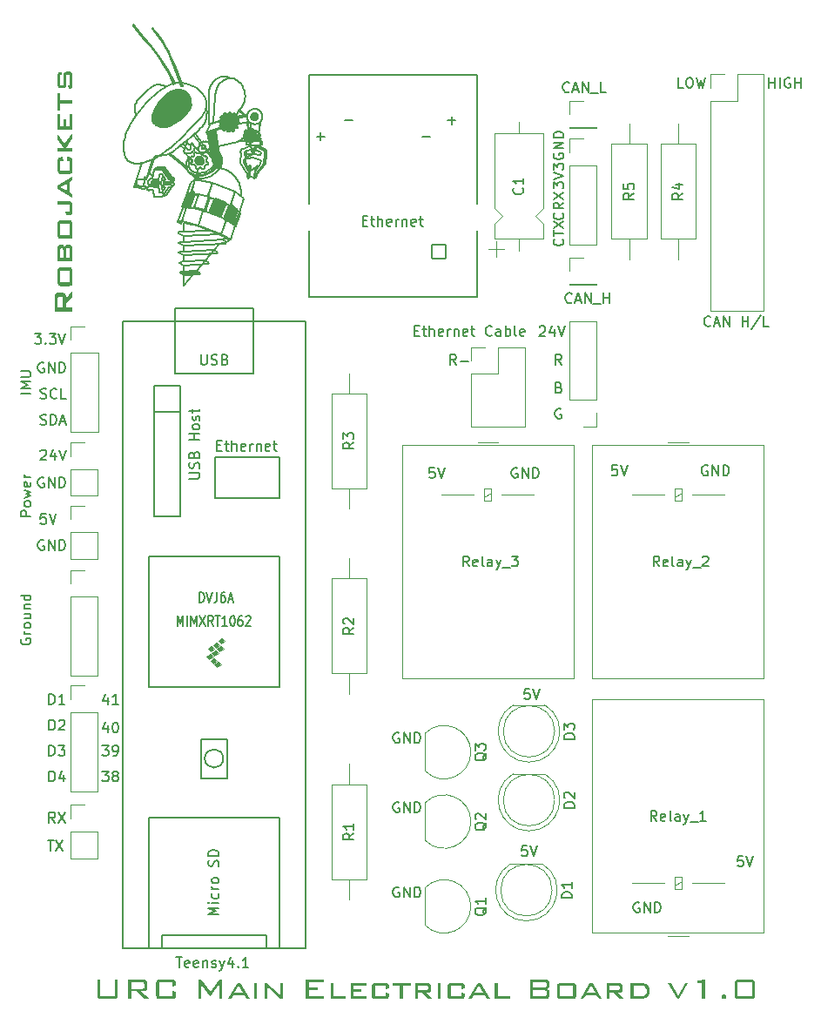
<source format=gto>
%TF.GenerationSoftware,KiCad,Pcbnew,8.0.1*%
%TF.CreationDate,2024-05-05T15:46:41-04:00*%
%TF.ProjectId,Main,4d61696e-2e6b-4696-9361-645f70636258,0*%
%TF.SameCoordinates,Original*%
%TF.FileFunction,Legend,Top*%
%TF.FilePolarity,Positive*%
%FSLAX46Y46*%
G04 Gerber Fmt 4.6, Leading zero omitted, Abs format (unit mm)*
G04 Created by KiCad (PCBNEW 8.0.1) date 2024-05-05 15:46:41*
%MOMM*%
%LPD*%
G01*
G04 APERTURE LIST*
G04 Aperture macros list*
%AMRoundRect*
0 Rectangle with rounded corners*
0 $1 Rounding radius*
0 $2 $3 $4 $5 $6 $7 $8 $9 X,Y pos of 4 corners*
0 Add a 4 corners polygon primitive as box body*
4,1,4,$2,$3,$4,$5,$6,$7,$8,$9,$2,$3,0*
0 Add four circle primitives for the rounded corners*
1,1,$1+$1,$2,$3*
1,1,$1+$1,$4,$5*
1,1,$1+$1,$6,$7*
1,1,$1+$1,$8,$9*
0 Add four rect primitives between the rounded corners*
20,1,$1+$1,$2,$3,$4,$5,0*
20,1,$1+$1,$4,$5,$6,$7,0*
20,1,$1+$1,$6,$7,$8,$9,0*
20,1,$1+$1,$8,$9,$2,$3,0*%
G04 Aperture macros list end*
%ADD10C,0.200000*%
%ADD11C,0.153000*%
%ADD12C,0.330000*%
%ADD13C,0.120000*%
%ADD14C,0.150000*%
%ADD15C,0.100000*%
%ADD16C,0.127000*%
%ADD17R,1.700000X1.700000*%
%ADD18O,1.700000X1.700000*%
%ADD19C,1.600000*%
%ADD20O,1.600000X1.600000*%
%ADD21R,1.500000X1.050000*%
%ADD22O,1.500000X1.050000*%
%ADD23C,5.600000*%
%ADD24R,1.800000X1.800000*%
%ADD25C,1.800000*%
%ADD26R,2.500000X2.500000*%
%ADD27O,2.500000X2.500000*%
%ADD28R,1.600000X1.600000*%
%ADD29R,1.300000X1.300000*%
%ADD30C,1.300000*%
%ADD31R,2.000000X2.000000*%
%ADD32O,2.000000X2.000000*%
%ADD33C,3.200000*%
%ADD34RoundRect,0.102000X-0.699000X-0.699000X0.699000X-0.699000X0.699000X0.699000X-0.699000X0.699000X0*%
%ADD35C,1.602000*%
%ADD36C,1.734000*%
%ADD37C,2.604000*%
G04 APERTURE END LIST*
D10*
X91561219Y-80148326D02*
X90561219Y-80148326D01*
X91561219Y-79672136D02*
X90561219Y-79672136D01*
X90561219Y-79672136D02*
X91275504Y-79338803D01*
X91275504Y-79338803D02*
X90561219Y-79005470D01*
X90561219Y-79005470D02*
X91561219Y-79005470D01*
X90561219Y-78529279D02*
X91370742Y-78529279D01*
X91370742Y-78529279D02*
X91465980Y-78481660D01*
X91465980Y-78481660D02*
X91513600Y-78434041D01*
X91513600Y-78434041D02*
X91561219Y-78338803D01*
X91561219Y-78338803D02*
X91561219Y-78148327D01*
X91561219Y-78148327D02*
X91513600Y-78053089D01*
X91513600Y-78053089D02*
X91465980Y-78005470D01*
X91465980Y-78005470D02*
X91370742Y-77957851D01*
X91370742Y-77957851D02*
X90561219Y-77957851D01*
D11*
X92810561Y-77149282D02*
X92715323Y-77101663D01*
X92715323Y-77101663D02*
X92572466Y-77101663D01*
X92572466Y-77101663D02*
X92429609Y-77149282D01*
X92429609Y-77149282D02*
X92334371Y-77244520D01*
X92334371Y-77244520D02*
X92286752Y-77339758D01*
X92286752Y-77339758D02*
X92239133Y-77530234D01*
X92239133Y-77530234D02*
X92239133Y-77673091D01*
X92239133Y-77673091D02*
X92286752Y-77863567D01*
X92286752Y-77863567D02*
X92334371Y-77958805D01*
X92334371Y-77958805D02*
X92429609Y-78054044D01*
X92429609Y-78054044D02*
X92572466Y-78101663D01*
X92572466Y-78101663D02*
X92667704Y-78101663D01*
X92667704Y-78101663D02*
X92810561Y-78054044D01*
X92810561Y-78054044D02*
X92858180Y-78006424D01*
X92858180Y-78006424D02*
X92858180Y-77673091D01*
X92858180Y-77673091D02*
X92667704Y-77673091D01*
X93286752Y-78101663D02*
X93286752Y-77101663D01*
X93286752Y-77101663D02*
X93858180Y-78101663D01*
X93858180Y-78101663D02*
X93858180Y-77101663D01*
X94334371Y-78101663D02*
X94334371Y-77101663D01*
X94334371Y-77101663D02*
X94572466Y-77101663D01*
X94572466Y-77101663D02*
X94715323Y-77149282D01*
X94715323Y-77149282D02*
X94810561Y-77244520D01*
X94810561Y-77244520D02*
X94858180Y-77339758D01*
X94858180Y-77339758D02*
X94905799Y-77530234D01*
X94905799Y-77530234D02*
X94905799Y-77673091D01*
X94905799Y-77673091D02*
X94858180Y-77863567D01*
X94858180Y-77863567D02*
X94810561Y-77958805D01*
X94810561Y-77958805D02*
X94715323Y-78054044D01*
X94715323Y-78054044D02*
X94572466Y-78101663D01*
X94572466Y-78101663D02*
X94334371Y-78101663D01*
D10*
X91561219Y-92086326D02*
X90561219Y-92086326D01*
X90561219Y-92086326D02*
X90561219Y-91705374D01*
X90561219Y-91705374D02*
X90608838Y-91610136D01*
X90608838Y-91610136D02*
X90656457Y-91562517D01*
X90656457Y-91562517D02*
X90751695Y-91514898D01*
X90751695Y-91514898D02*
X90894552Y-91514898D01*
X90894552Y-91514898D02*
X90989790Y-91562517D01*
X90989790Y-91562517D02*
X91037409Y-91610136D01*
X91037409Y-91610136D02*
X91085028Y-91705374D01*
X91085028Y-91705374D02*
X91085028Y-92086326D01*
X91561219Y-90943469D02*
X91513600Y-91038707D01*
X91513600Y-91038707D02*
X91465980Y-91086326D01*
X91465980Y-91086326D02*
X91370742Y-91133945D01*
X91370742Y-91133945D02*
X91085028Y-91133945D01*
X91085028Y-91133945D02*
X90989790Y-91086326D01*
X90989790Y-91086326D02*
X90942171Y-91038707D01*
X90942171Y-91038707D02*
X90894552Y-90943469D01*
X90894552Y-90943469D02*
X90894552Y-90800612D01*
X90894552Y-90800612D02*
X90942171Y-90705374D01*
X90942171Y-90705374D02*
X90989790Y-90657755D01*
X90989790Y-90657755D02*
X91085028Y-90610136D01*
X91085028Y-90610136D02*
X91370742Y-90610136D01*
X91370742Y-90610136D02*
X91465980Y-90657755D01*
X91465980Y-90657755D02*
X91513600Y-90705374D01*
X91513600Y-90705374D02*
X91561219Y-90800612D01*
X91561219Y-90800612D02*
X91561219Y-90943469D01*
X90894552Y-90276802D02*
X91561219Y-90086326D01*
X91561219Y-90086326D02*
X91085028Y-89895850D01*
X91085028Y-89895850D02*
X91561219Y-89705374D01*
X91561219Y-89705374D02*
X90894552Y-89514898D01*
X91513600Y-88752993D02*
X91561219Y-88848231D01*
X91561219Y-88848231D02*
X91561219Y-89038707D01*
X91561219Y-89038707D02*
X91513600Y-89133945D01*
X91513600Y-89133945D02*
X91418361Y-89181564D01*
X91418361Y-89181564D02*
X91037409Y-89181564D01*
X91037409Y-89181564D02*
X90942171Y-89133945D01*
X90942171Y-89133945D02*
X90894552Y-89038707D01*
X90894552Y-89038707D02*
X90894552Y-88848231D01*
X90894552Y-88848231D02*
X90942171Y-88752993D01*
X90942171Y-88752993D02*
X91037409Y-88705374D01*
X91037409Y-88705374D02*
X91132647Y-88705374D01*
X91132647Y-88705374D02*
X91227885Y-89181564D01*
X91561219Y-88276802D02*
X90894552Y-88276802D01*
X91085028Y-88276802D02*
X90989790Y-88229183D01*
X90989790Y-88229183D02*
X90942171Y-88181564D01*
X90942171Y-88181564D02*
X90894552Y-88086326D01*
X90894552Y-88086326D02*
X90894552Y-87991088D01*
X90608838Y-104008517D02*
X90561219Y-104103755D01*
X90561219Y-104103755D02*
X90561219Y-104246612D01*
X90561219Y-104246612D02*
X90608838Y-104389469D01*
X90608838Y-104389469D02*
X90704076Y-104484707D01*
X90704076Y-104484707D02*
X90799314Y-104532326D01*
X90799314Y-104532326D02*
X90989790Y-104579945D01*
X90989790Y-104579945D02*
X91132647Y-104579945D01*
X91132647Y-104579945D02*
X91323123Y-104532326D01*
X91323123Y-104532326D02*
X91418361Y-104484707D01*
X91418361Y-104484707D02*
X91513600Y-104389469D01*
X91513600Y-104389469D02*
X91561219Y-104246612D01*
X91561219Y-104246612D02*
X91561219Y-104151374D01*
X91561219Y-104151374D02*
X91513600Y-104008517D01*
X91513600Y-104008517D02*
X91465980Y-103960898D01*
X91465980Y-103960898D02*
X91132647Y-103960898D01*
X91132647Y-103960898D02*
X91132647Y-104151374D01*
X91561219Y-103532326D02*
X90894552Y-103532326D01*
X91085028Y-103532326D02*
X90989790Y-103484707D01*
X90989790Y-103484707D02*
X90942171Y-103437088D01*
X90942171Y-103437088D02*
X90894552Y-103341850D01*
X90894552Y-103341850D02*
X90894552Y-103246612D01*
X91561219Y-102770421D02*
X91513600Y-102865659D01*
X91513600Y-102865659D02*
X91465980Y-102913278D01*
X91465980Y-102913278D02*
X91370742Y-102960897D01*
X91370742Y-102960897D02*
X91085028Y-102960897D01*
X91085028Y-102960897D02*
X90989790Y-102913278D01*
X90989790Y-102913278D02*
X90942171Y-102865659D01*
X90942171Y-102865659D02*
X90894552Y-102770421D01*
X90894552Y-102770421D02*
X90894552Y-102627564D01*
X90894552Y-102627564D02*
X90942171Y-102532326D01*
X90942171Y-102532326D02*
X90989790Y-102484707D01*
X90989790Y-102484707D02*
X91085028Y-102437088D01*
X91085028Y-102437088D02*
X91370742Y-102437088D01*
X91370742Y-102437088D02*
X91465980Y-102484707D01*
X91465980Y-102484707D02*
X91513600Y-102532326D01*
X91513600Y-102532326D02*
X91561219Y-102627564D01*
X91561219Y-102627564D02*
X91561219Y-102770421D01*
X90894552Y-101579945D02*
X91561219Y-101579945D01*
X90894552Y-102008516D02*
X91418361Y-102008516D01*
X91418361Y-102008516D02*
X91513600Y-101960897D01*
X91513600Y-101960897D02*
X91561219Y-101865659D01*
X91561219Y-101865659D02*
X91561219Y-101722802D01*
X91561219Y-101722802D02*
X91513600Y-101627564D01*
X91513600Y-101627564D02*
X91465980Y-101579945D01*
X90894552Y-101103754D02*
X91561219Y-101103754D01*
X90989790Y-101103754D02*
X90942171Y-101056135D01*
X90942171Y-101056135D02*
X90894552Y-100960897D01*
X90894552Y-100960897D02*
X90894552Y-100818040D01*
X90894552Y-100818040D02*
X90942171Y-100722802D01*
X90942171Y-100722802D02*
X91037409Y-100675183D01*
X91037409Y-100675183D02*
X91561219Y-100675183D01*
X91561219Y-99770421D02*
X90561219Y-99770421D01*
X91513600Y-99770421D02*
X91561219Y-99865659D01*
X91561219Y-99865659D02*
X91561219Y-100056135D01*
X91561219Y-100056135D02*
X91513600Y-100151373D01*
X91513600Y-100151373D02*
X91465980Y-100198992D01*
X91465980Y-100198992D02*
X91370742Y-100246611D01*
X91370742Y-100246611D02*
X91085028Y-100246611D01*
X91085028Y-100246611D02*
X90989790Y-100198992D01*
X90989790Y-100198992D02*
X90942171Y-100151373D01*
X90942171Y-100151373D02*
X90894552Y-100056135D01*
X90894552Y-100056135D02*
X90894552Y-99865659D01*
X90894552Y-99865659D02*
X90942171Y-99770421D01*
D12*
G36*
X95604000Y-70723078D02*
G01*
X94966233Y-71421808D01*
X94966233Y-71804000D01*
X95604000Y-71804000D01*
X95604000Y-72200845D01*
X93878277Y-72200845D01*
X93878277Y-71804000D01*
X94178403Y-71804000D01*
X94666107Y-71804000D01*
X94666107Y-70896588D01*
X94650360Y-70780278D01*
X94635625Y-70753560D01*
X94526595Y-70714872D01*
X94316156Y-70714872D01*
X94209471Y-70753560D01*
X94178888Y-70871401D01*
X94178403Y-70896588D01*
X94178403Y-71804000D01*
X93878277Y-71804000D01*
X93878277Y-70717803D01*
X93886062Y-70599639D01*
X93919461Y-70479402D01*
X93957998Y-70418263D01*
X94062046Y-70348801D01*
X94182409Y-70326460D01*
X94214746Y-70325646D01*
X94626247Y-70325646D01*
X94745938Y-70338671D01*
X94857530Y-70391582D01*
X94885339Y-70418263D01*
X94943402Y-70530208D01*
X94964258Y-70655930D01*
X94966233Y-70717803D01*
X94966233Y-70944069D01*
X95604000Y-70143930D01*
X95604000Y-70723078D01*
G37*
G36*
X95401785Y-67871464D02*
G01*
X95510853Y-67914998D01*
X95535416Y-67936951D01*
X95586854Y-68048326D01*
X95602325Y-68165700D01*
X95604000Y-68230043D01*
X95604000Y-69329136D01*
X95597302Y-69451513D01*
X95568569Y-69569011D01*
X95535416Y-69622813D01*
X95427844Y-69681816D01*
X95310873Y-69697766D01*
X95276323Y-69698431D01*
X94516044Y-69698431D01*
X94396529Y-69689495D01*
X94280884Y-69648511D01*
X94249917Y-69622813D01*
X94196281Y-69511585D01*
X94180149Y-69393802D01*
X94178403Y-69329136D01*
X94178403Y-68230043D01*
X94179732Y-68206595D01*
X94441013Y-68206595D01*
X94441013Y-69351997D01*
X95341390Y-69351997D01*
X95341390Y-68206595D01*
X94441013Y-68206595D01*
X94179732Y-68206595D01*
X94185387Y-68106853D01*
X94215347Y-67989154D01*
X94249917Y-67935779D01*
X94360351Y-67877234D01*
X94480537Y-67861407D01*
X94516044Y-67860748D01*
X95276323Y-67860748D01*
X95401785Y-67871464D01*
G37*
G36*
X95436153Y-65694983D02*
G01*
X95527945Y-65774191D01*
X95532485Y-65780971D01*
X95581372Y-65898315D01*
X95600577Y-66020582D01*
X95604000Y-66112164D01*
X95604000Y-67293323D01*
X94178403Y-67293323D01*
X94178403Y-66952164D01*
X94441013Y-66952164D01*
X94703623Y-66952164D01*
X94966233Y-66952164D01*
X95341390Y-66952164D01*
X95341390Y-66176058D01*
X95322428Y-66057823D01*
X95312667Y-66042408D01*
X95210671Y-66007237D01*
X95098710Y-66007237D01*
X94996128Y-66042408D01*
X94966495Y-66158150D01*
X94966233Y-66176058D01*
X94966233Y-66952164D01*
X94703623Y-66952164D01*
X94703623Y-66176058D01*
X94689180Y-66059620D01*
X94686037Y-66052960D01*
X94624488Y-66020133D01*
X94518975Y-66020133D01*
X94458598Y-66052374D01*
X94441030Y-66170365D01*
X94441013Y-66176058D01*
X94441013Y-66952164D01*
X94178403Y-66952164D01*
X94178403Y-66016616D01*
X94188212Y-65896623D01*
X94228063Y-65786276D01*
X94248159Y-65759282D01*
X94354455Y-65695768D01*
X94475598Y-65680734D01*
X94608661Y-65680734D01*
X94723997Y-65713136D01*
X94759896Y-65743455D01*
X94820941Y-65848990D01*
X94839617Y-65923413D01*
X94877590Y-65811413D01*
X94936923Y-65737593D01*
X95041468Y-65681797D01*
X95129191Y-65670769D01*
X95317356Y-65670769D01*
X95436153Y-65694983D01*
G37*
G36*
X95401785Y-63294548D02*
G01*
X95510853Y-63338083D01*
X95535416Y-63360036D01*
X95586854Y-63471411D01*
X95602325Y-63588784D01*
X95604000Y-63653127D01*
X95604000Y-64752220D01*
X95597302Y-64874597D01*
X95568569Y-64992095D01*
X95535416Y-65045898D01*
X95427844Y-65104900D01*
X95310873Y-65120851D01*
X95276323Y-65121515D01*
X94516044Y-65121515D01*
X94396529Y-65112580D01*
X94280884Y-65071596D01*
X94249917Y-65045898D01*
X94196281Y-64934669D01*
X94180149Y-64816886D01*
X94178403Y-64752220D01*
X94178403Y-63653127D01*
X94179732Y-63629680D01*
X94441013Y-63629680D01*
X94441013Y-64775081D01*
X95341390Y-64775081D01*
X95341390Y-63629680D01*
X94441013Y-63629680D01*
X94179732Y-63629680D01*
X94185387Y-63529937D01*
X94215347Y-63412238D01*
X94249917Y-63358863D01*
X94360351Y-63300318D01*
X94480537Y-63284491D01*
X94516044Y-63283832D01*
X95276323Y-63283832D01*
X95401785Y-63294548D01*
G37*
G36*
X95604000Y-62444418D02*
G01*
X95597187Y-62567276D01*
X95567964Y-62685742D01*
X95534244Y-62740441D01*
X95425591Y-62800358D01*
X95308057Y-62816556D01*
X95273392Y-62817230D01*
X94990266Y-62817230D01*
X94928717Y-62467866D01*
X95341390Y-62467866D01*
X95341390Y-61790238D01*
X94178403Y-61790238D01*
X94178403Y-61440873D01*
X95273392Y-61440873D01*
X95399376Y-61451754D01*
X95509328Y-61495958D01*
X95534244Y-61518249D01*
X95586561Y-61630357D01*
X95602296Y-61748405D01*
X95604000Y-61813099D01*
X95604000Y-62444418D01*
G37*
G36*
X95604000Y-59436714D02*
G01*
X95303874Y-59615500D01*
X95303874Y-60555737D01*
X95604000Y-60734523D01*
X95604000Y-61080371D01*
X94178403Y-60237440D01*
X94178403Y-60087963D01*
X94439840Y-60087963D01*
X95041264Y-60408019D01*
X95041264Y-59756770D01*
X94439840Y-60087963D01*
X94178403Y-60087963D01*
X94178403Y-59904488D01*
X95604000Y-59048075D01*
X95604000Y-59436714D01*
G37*
G36*
X94441013Y-57508759D02*
G01*
X94441013Y-58441962D01*
X95341390Y-58441962D01*
X95341390Y-57508759D01*
X95041264Y-57508759D01*
X95111606Y-57158808D01*
X95277496Y-57158808D01*
X95401885Y-57169689D01*
X95515678Y-57218049D01*
X95534830Y-57236184D01*
X95586707Y-57348438D01*
X95602311Y-57466756D01*
X95604000Y-57531620D01*
X95604000Y-58419101D01*
X95597302Y-58540104D01*
X95568569Y-58657185D01*
X95535416Y-58711606D01*
X95428466Y-58771523D01*
X95311935Y-58787721D01*
X95277496Y-58788396D01*
X94514872Y-58788396D01*
X94395691Y-58779391D01*
X94280277Y-58738089D01*
X94249331Y-58712192D01*
X94196135Y-58600817D01*
X94180134Y-58483443D01*
X94178403Y-58419101D01*
X94178403Y-57531620D01*
X94185329Y-57408258D01*
X94215044Y-57289822D01*
X94249331Y-57235598D01*
X94359599Y-57175680D01*
X94479469Y-57159483D01*
X94514872Y-57158808D01*
X94652625Y-57158808D01*
X94703623Y-57508759D01*
X94441013Y-57508759D01*
G37*
G36*
X95604000Y-56589624D02*
G01*
X94178403Y-56589624D01*
X94178403Y-56240259D01*
X94754621Y-56240259D01*
X94178403Y-55411397D01*
X94178403Y-54909624D01*
X94838445Y-55892066D01*
X95604000Y-54799422D01*
X95604000Y-55347503D01*
X94960371Y-56240259D01*
X95604000Y-56240259D01*
X95604000Y-56589624D01*
G37*
G36*
X95604000Y-54507503D02*
G01*
X94178403Y-54507503D01*
X94178403Y-52983427D01*
X94441013Y-52983427D01*
X94441013Y-54158138D01*
X94703623Y-54158138D01*
X94703623Y-53474062D01*
X94966233Y-53474062D01*
X94966233Y-54158138D01*
X95341390Y-54158138D01*
X95341390Y-52965256D01*
X95604000Y-52965256D01*
X95604000Y-54507503D01*
G37*
G36*
X94441013Y-51618794D02*
G01*
X95604000Y-51618794D01*
X95604000Y-51964642D01*
X94441013Y-51964642D01*
X94441013Y-52650475D01*
X94178403Y-52650475D01*
X94178403Y-50931201D01*
X94441013Y-50931201D01*
X94441013Y-51618794D01*
G37*
G36*
X94441013Y-49171480D02*
G01*
X94441013Y-50149233D01*
X94741138Y-50149233D01*
X94741138Y-49223651D01*
X94747664Y-49101331D01*
X94775660Y-48984078D01*
X94807963Y-48930559D01*
X94912091Y-48871557D01*
X95037261Y-48855237D01*
X95060022Y-48854942D01*
X95262255Y-48854942D01*
X95383577Y-48864085D01*
X95494911Y-48902168D01*
X95532485Y-48932318D01*
X95586121Y-49043546D01*
X95602254Y-49159969D01*
X95604000Y-49223651D01*
X95604000Y-50145716D01*
X95597016Y-50269250D01*
X95567055Y-50388422D01*
X95532485Y-50443497D01*
X95428877Y-50501969D01*
X95309818Y-50520241D01*
X95262255Y-50521459D01*
X95218291Y-50521459D01*
X95153811Y-50213127D01*
X95341390Y-50213127D01*
X95341390Y-49167963D01*
X95003748Y-49167963D01*
X95003748Y-50088270D01*
X94997051Y-50211128D01*
X94968318Y-50329594D01*
X94935165Y-50384293D01*
X94828585Y-50444210D01*
X94702432Y-50460783D01*
X94679589Y-50461083D01*
X94520147Y-50461083D01*
X94400091Y-50452009D01*
X94283261Y-50410389D01*
X94251676Y-50384293D01*
X94196721Y-50271599D01*
X94180192Y-50153148D01*
X94178403Y-50088270D01*
X94178403Y-49245339D01*
X94185215Y-49124164D01*
X94214439Y-49006346D01*
X94248159Y-48951076D01*
X94352384Y-48888871D01*
X94472717Y-48871666D01*
X94494355Y-48871355D01*
X94528354Y-48871355D01*
X94591076Y-49171480D01*
X94441013Y-49171480D01*
G37*
D11*
X104701758Y-50304796D02*
X104351858Y-50185988D01*
X112649829Y-54509661D02*
X112366956Y-55119833D01*
X112641747Y-53785586D02*
X112658180Y-54469618D01*
X105219016Y-59603861D02*
X105291754Y-59156395D01*
X108952975Y-61108947D02*
X108952976Y-61108947D01*
X109534890Y-61165899D02*
X109389408Y-61255391D01*
X110828042Y-61816750D02*
X110689632Y-61751664D01*
X107853799Y-60759113D02*
X107581659Y-60803855D01*
X108011927Y-55857275D02*
X108222070Y-55767778D01*
X107724484Y-56390276D02*
X107996558Y-55998431D01*
X107894211Y-56300773D02*
X107788132Y-56354100D01*
X109381331Y-57911635D02*
X109318819Y-57997621D01*
X109486401Y-58106902D02*
X109318819Y-57997621D01*
X107989977Y-58912026D02*
X107979397Y-58908095D01*
X101873000Y-59319106D02*
X101825518Y-59692313D01*
X105044518Y-56788779D02*
X104947530Y-56845731D01*
X107271884Y-57545528D02*
X106709441Y-58196245D01*
X111030084Y-61792349D02*
X111022007Y-61792349D01*
X108783248Y-60962503D02*
X108791332Y-60962509D01*
X106673804Y-62068969D02*
X106673804Y-62068958D01*
X106803119Y-60685904D02*
X107134489Y-60669610D01*
X106447507Y-68610024D02*
X106447504Y-68243917D01*
X107667911Y-68195104D02*
X107352705Y-68569337D01*
X110545162Y-65437110D02*
X109874341Y-65583560D01*
X110973514Y-65184912D02*
X110545162Y-65437110D01*
X110545162Y-63264895D02*
X110537074Y-63256761D01*
X108314483Y-62386242D02*
X108322564Y-62386242D01*
X105954491Y-64428291D02*
X106390930Y-64412024D01*
X112606114Y-55568575D02*
X112258004Y-55245253D01*
X112453497Y-57246143D02*
X112331319Y-56845859D01*
X103352037Y-59888609D02*
X102826695Y-60116401D01*
X104596688Y-59367914D02*
X104467374Y-59595711D01*
X104385458Y-59019399D02*
X104572443Y-59294689D01*
X103958200Y-59522486D02*
X104256143Y-59686522D01*
X105226002Y-60109581D02*
X105227099Y-60075722D01*
X103974365Y-59856059D02*
X104256143Y-59686522D01*
X106601067Y-56186885D02*
X106732148Y-55522167D01*
X106342438Y-55845174D02*
X106062868Y-56064703D01*
X108575733Y-56683092D02*
X108576762Y-56679187D01*
X108281044Y-56732874D02*
X108282739Y-56727924D01*
X108257134Y-56802699D02*
X108278645Y-56752196D01*
X108213988Y-56109479D02*
X107996558Y-55998431D01*
X108484210Y-56113661D02*
X108536266Y-56240285D01*
X108015442Y-55853313D02*
X108015442Y-55853318D01*
X107522432Y-54852638D02*
X107360789Y-54999072D01*
X108667244Y-56335811D02*
X108536266Y-56240285D01*
X109987484Y-57179431D02*
X109106535Y-57236378D01*
X109842016Y-56634351D02*
X109918728Y-56793542D01*
X109914746Y-56788918D02*
X109918728Y-56793542D01*
X110157222Y-57610619D02*
X110165288Y-57504859D01*
X107706864Y-58718693D02*
X107717893Y-58910620D01*
X106075725Y-49930560D02*
X106205038Y-49938694D01*
X105404904Y-49995641D02*
X105534219Y-49971240D01*
X108637770Y-52232952D02*
X108637530Y-52226749D01*
X106512161Y-56715698D02*
X106504585Y-56712285D01*
X107714280Y-58699168D02*
X107687357Y-58687286D01*
X108015442Y-56731950D02*
X108015442Y-56731960D01*
X112460620Y-57309602D02*
X112290907Y-57342143D01*
X113406202Y-59156400D02*
X112848570Y-59066898D01*
X113842684Y-56007901D02*
X113737604Y-56016035D01*
X112920659Y-55983575D02*
X112929400Y-55983489D01*
X113128415Y-57176051D02*
X113121102Y-57177338D01*
X113875013Y-53705509D02*
X113786107Y-53786862D01*
X110246122Y-54340087D02*
X109866254Y-53632279D01*
X109271486Y-53850677D02*
X109066122Y-53925167D01*
X111474604Y-53201097D02*
X111720381Y-52654735D01*
X112581871Y-53192953D02*
X112598036Y-53062787D01*
X111805978Y-53876349D02*
X111708992Y-53298718D01*
X112963653Y-53860829D02*
X112816248Y-53754317D01*
X113640625Y-54714317D02*
X113618421Y-54688901D01*
X113495146Y-55568575D02*
X113810352Y-55601104D01*
X111967617Y-62670991D02*
X111523090Y-63834387D01*
X111466513Y-63777446D01*
X111959537Y-62516419D01*
X111967617Y-62670991D01*
G36*
X111967617Y-62670991D02*
G01*
X111523090Y-63834387D01*
X111466513Y-63777446D01*
X111959537Y-62516419D01*
X111967617Y-62670991D01*
G37*
X110868295Y-53283042D02*
X110892081Y-53284798D01*
X110915523Y-53287692D01*
X110938592Y-53291698D01*
X110961259Y-53296788D01*
X110983494Y-53302936D01*
X111005267Y-53310115D01*
X111026549Y-53318298D01*
X111047310Y-53327458D01*
X111067521Y-53337568D01*
X111087151Y-53348602D01*
X111106172Y-53360533D01*
X111124554Y-53373334D01*
X111142266Y-53386978D01*
X111159281Y-53401438D01*
X111175567Y-53416688D01*
X111191095Y-53432700D01*
X111205836Y-53449448D01*
X111219760Y-53466906D01*
X111232838Y-53485046D01*
X111245040Y-53503841D01*
X111256335Y-53523264D01*
X111266696Y-53543290D01*
X111276092Y-53563891D01*
X111284493Y-53585039D01*
X111291870Y-53606710D01*
X111298193Y-53628874D01*
X111303433Y-53651507D01*
X111307560Y-53674580D01*
X111310545Y-53698068D01*
X111312357Y-53721942D01*
X111312968Y-53746178D01*
X111312357Y-53770414D01*
X111310545Y-53794289D01*
X111307560Y-53817777D01*
X111303433Y-53840850D01*
X111298193Y-53863483D01*
X111291870Y-53885648D01*
X111284493Y-53907318D01*
X111276092Y-53928467D01*
X111266696Y-53949068D01*
X111256335Y-53969093D01*
X111245040Y-53988517D01*
X111232838Y-54007312D01*
X111219760Y-54025452D01*
X111205836Y-54042909D01*
X111191095Y-54059658D01*
X111175567Y-54075670D01*
X111159281Y-54090920D01*
X111142266Y-54105380D01*
X111124554Y-54119023D01*
X111106172Y-54131824D01*
X111087151Y-54143755D01*
X111067521Y-54154788D01*
X111047310Y-54164899D01*
X111026549Y-54174059D01*
X111005267Y-54182241D01*
X110983494Y-54189420D01*
X110961259Y-54195568D01*
X110938592Y-54200658D01*
X110915523Y-54204663D01*
X110892081Y-54207558D01*
X110868295Y-54209314D01*
X110844196Y-54209905D01*
X110820097Y-54209291D01*
X110796311Y-54207468D01*
X110772869Y-54204469D01*
X110749799Y-54200324D01*
X110727133Y-54195065D01*
X110704898Y-54188722D01*
X110683125Y-54181328D01*
X110661844Y-54172914D01*
X110641083Y-54163511D01*
X110620873Y-54153149D01*
X110601243Y-54141861D01*
X110582223Y-54129678D01*
X110563842Y-54116631D01*
X110546130Y-54102751D01*
X110529117Y-54088069D01*
X110512831Y-54072618D01*
X110497304Y-54056427D01*
X110482563Y-54039529D01*
X110468640Y-54021955D01*
X110455563Y-54003736D01*
X110443362Y-53984903D01*
X110432067Y-53965487D01*
X110421707Y-53945520D01*
X110412312Y-53925034D01*
X110403911Y-53904058D01*
X110396535Y-53882626D01*
X110390212Y-53860767D01*
X110384972Y-53838514D01*
X110380845Y-53815897D01*
X110377861Y-53792948D01*
X110376049Y-53769697D01*
X110375438Y-53746178D01*
X110376049Y-53721942D01*
X110377861Y-53698067D01*
X110380845Y-53674579D01*
X110384972Y-53651505D01*
X110390212Y-53628873D01*
X110396535Y-53606708D01*
X110403911Y-53585037D01*
X110412312Y-53563888D01*
X110421707Y-53543288D01*
X110432067Y-53523262D01*
X110443362Y-53503838D01*
X110455563Y-53485043D01*
X110468640Y-53466904D01*
X110482563Y-53449446D01*
X110497304Y-53432698D01*
X110512831Y-53416686D01*
X110529117Y-53401436D01*
X110546130Y-53386976D01*
X110563842Y-53373332D01*
X110582223Y-53360532D01*
X110601243Y-53348601D01*
X110620873Y-53337567D01*
X110641083Y-53327457D01*
X110661844Y-53318297D01*
X110683125Y-53310114D01*
X110704898Y-53302936D01*
X110727133Y-53296788D01*
X110749799Y-53291698D01*
X110772869Y-53287692D01*
X110796311Y-53284798D01*
X110820097Y-53283042D01*
X110844196Y-53282450D01*
X110868295Y-53283042D01*
G36*
X110868295Y-53283042D02*
G01*
X110892081Y-53284798D01*
X110915523Y-53287692D01*
X110938592Y-53291698D01*
X110961259Y-53296788D01*
X110983494Y-53302936D01*
X111005267Y-53310115D01*
X111026549Y-53318298D01*
X111047310Y-53327458D01*
X111067521Y-53337568D01*
X111087151Y-53348602D01*
X111106172Y-53360533D01*
X111124554Y-53373334D01*
X111142266Y-53386978D01*
X111159281Y-53401438D01*
X111175567Y-53416688D01*
X111191095Y-53432700D01*
X111205836Y-53449448D01*
X111219760Y-53466906D01*
X111232838Y-53485046D01*
X111245040Y-53503841D01*
X111256335Y-53523264D01*
X111266696Y-53543290D01*
X111276092Y-53563891D01*
X111284493Y-53585039D01*
X111291870Y-53606710D01*
X111298193Y-53628874D01*
X111303433Y-53651507D01*
X111307560Y-53674580D01*
X111310545Y-53698068D01*
X111312357Y-53721942D01*
X111312968Y-53746178D01*
X111312357Y-53770414D01*
X111310545Y-53794289D01*
X111307560Y-53817777D01*
X111303433Y-53840850D01*
X111298193Y-53863483D01*
X111291870Y-53885648D01*
X111284493Y-53907318D01*
X111276092Y-53928467D01*
X111266696Y-53949068D01*
X111256335Y-53969093D01*
X111245040Y-53988517D01*
X111232838Y-54007312D01*
X111219760Y-54025452D01*
X111205836Y-54042909D01*
X111191095Y-54059658D01*
X111175567Y-54075670D01*
X111159281Y-54090920D01*
X111142266Y-54105380D01*
X111124554Y-54119023D01*
X111106172Y-54131824D01*
X111087151Y-54143755D01*
X111067521Y-54154788D01*
X111047310Y-54164899D01*
X111026549Y-54174059D01*
X111005267Y-54182241D01*
X110983494Y-54189420D01*
X110961259Y-54195568D01*
X110938592Y-54200658D01*
X110915523Y-54204663D01*
X110892081Y-54207558D01*
X110868295Y-54209314D01*
X110844196Y-54209905D01*
X110820097Y-54209291D01*
X110796311Y-54207468D01*
X110772869Y-54204469D01*
X110749799Y-54200324D01*
X110727133Y-54195065D01*
X110704898Y-54188722D01*
X110683125Y-54181328D01*
X110661844Y-54172914D01*
X110641083Y-54163511D01*
X110620873Y-54153149D01*
X110601243Y-54141861D01*
X110582223Y-54129678D01*
X110563842Y-54116631D01*
X110546130Y-54102751D01*
X110529117Y-54088069D01*
X110512831Y-54072618D01*
X110497304Y-54056427D01*
X110482563Y-54039529D01*
X110468640Y-54021955D01*
X110455563Y-54003736D01*
X110443362Y-53984903D01*
X110432067Y-53965487D01*
X110421707Y-53945520D01*
X110412312Y-53925034D01*
X110403911Y-53904058D01*
X110396535Y-53882626D01*
X110390212Y-53860767D01*
X110384972Y-53838514D01*
X110380845Y-53815897D01*
X110377861Y-53792948D01*
X110376049Y-53769697D01*
X110375438Y-53746178D01*
X110376049Y-53721942D01*
X110377861Y-53698067D01*
X110380845Y-53674579D01*
X110384972Y-53651505D01*
X110390212Y-53628873D01*
X110396535Y-53606708D01*
X110403911Y-53585037D01*
X110412312Y-53563888D01*
X110421707Y-53543288D01*
X110432067Y-53523262D01*
X110443362Y-53503838D01*
X110455563Y-53485043D01*
X110468640Y-53466904D01*
X110482563Y-53449446D01*
X110497304Y-53432698D01*
X110512831Y-53416686D01*
X110529117Y-53401436D01*
X110546130Y-53386976D01*
X110563842Y-53373332D01*
X110582223Y-53360532D01*
X110601243Y-53348601D01*
X110620873Y-53337567D01*
X110641083Y-53327457D01*
X110661844Y-53318297D01*
X110683125Y-53310114D01*
X110704898Y-53302936D01*
X110727133Y-53296788D01*
X110749799Y-53291698D01*
X110772869Y-53287692D01*
X110796311Y-53284798D01*
X110820097Y-53283042D01*
X110844196Y-53282450D01*
X110868295Y-53283042D01*
G37*
X106827367Y-56463490D02*
X106342438Y-55845174D01*
X106844557Y-56462489D02*
X106827367Y-56463490D01*
X106861272Y-56461016D02*
X106844557Y-56462489D01*
X106877510Y-56459075D02*
X106861272Y-56461016D01*
X106893271Y-56456672D02*
X106877510Y-56459075D01*
X106908552Y-56453809D02*
X106893271Y-56456672D01*
X106923352Y-56450492D02*
X106908552Y-56453809D01*
X106937670Y-56446725D02*
X106923352Y-56450492D01*
X106951503Y-56442512D02*
X106937670Y-56446725D01*
X106964852Y-56437859D02*
X106951503Y-56442512D01*
X106977713Y-56432769D02*
X106964852Y-56437859D01*
X106990087Y-56427247D02*
X106977713Y-56432769D01*
X107001970Y-56421298D02*
X106990087Y-56427247D01*
X107013362Y-56414925D02*
X107001970Y-56421298D01*
X107024261Y-56408134D02*
X107013362Y-56414925D01*
X107034666Y-56400929D02*
X107024261Y-56408134D01*
X107044575Y-56393314D02*
X107034666Y-56400929D01*
X107053987Y-56385295D02*
X107044575Y-56393314D01*
X107062901Y-56376874D02*
X107053987Y-56385295D01*
X107071314Y-56368057D02*
X107062901Y-56376874D01*
X107079225Y-56358848D02*
X107071314Y-56368057D01*
X107086633Y-56349252D02*
X107079225Y-56358848D01*
X107093537Y-56339274D02*
X107086633Y-56349252D01*
X107099934Y-56328917D02*
X107093537Y-56339274D01*
X107105824Y-56318186D02*
X107099934Y-56328917D01*
X107111204Y-56307085D02*
X107105824Y-56318186D01*
X107116074Y-56295620D02*
X107111204Y-56307085D01*
X107120432Y-56283794D02*
X107116074Y-56295620D01*
X107124276Y-56271612D02*
X107120432Y-56283794D01*
X107127606Y-56259079D02*
X107124276Y-56271612D01*
X107130419Y-56246199D02*
X107127606Y-56259079D01*
X107132713Y-56232976D02*
X107130419Y-56246199D01*
X107193964Y-55765283D02*
X107132713Y-56232976D01*
X106643609Y-55595681D02*
X106931463Y-55961441D01*
X110898406Y-52785084D02*
X110916948Y-52786188D01*
X110935441Y-52787970D01*
X110951625Y-52790253D01*
X110965651Y-52793013D01*
X110977672Y-52796226D01*
X110987841Y-52799868D01*
X110996308Y-52803915D01*
X111003228Y-52808344D01*
X111008753Y-52813130D01*
X111013034Y-52818250D01*
X111016225Y-52823680D01*
X111018478Y-52829396D01*
X111019944Y-52835374D01*
X111020778Y-52841591D01*
X111021130Y-52848023D01*
X111021002Y-52861434D01*
X111020779Y-52875417D01*
X111021013Y-52882564D01*
X111021680Y-52889782D01*
X111022934Y-52897048D01*
X111024926Y-52904338D01*
X111027809Y-52911628D01*
X111031735Y-52918894D01*
X111036857Y-52926113D01*
X111043327Y-52933260D01*
X111051297Y-52940311D01*
X111060921Y-52947244D01*
X111072350Y-52954033D01*
X111085736Y-52960656D01*
X111101233Y-52967088D01*
X111118993Y-52973306D01*
X111137054Y-52979331D01*
X111153424Y-52983757D01*
X111168211Y-52986699D01*
X111181522Y-52988273D01*
X111193465Y-52988597D01*
X111204149Y-52987785D01*
X111213682Y-52985954D01*
X111222171Y-52983220D01*
X111229725Y-52979700D01*
X111236452Y-52975509D01*
X111242459Y-52970764D01*
X111247856Y-52965582D01*
X111257246Y-52954367D01*
X111265489Y-52942795D01*
X111273447Y-52931795D01*
X111277589Y-52926800D01*
X111281985Y-52922296D01*
X111286741Y-52918401D01*
X111291967Y-52915229D01*
X111297770Y-52912897D01*
X111304258Y-52911522D01*
X111311539Y-52911220D01*
X111319722Y-52912106D01*
X111328914Y-52914297D01*
X111339223Y-52917909D01*
X111350757Y-52923059D01*
X111363625Y-52929862D01*
X111377934Y-52938435D01*
X111393793Y-52948894D01*
X111409279Y-52959916D01*
X111422493Y-52970140D01*
X111433579Y-52979629D01*
X111442681Y-52988443D01*
X111449941Y-52996644D01*
X111455504Y-53004291D01*
X111459513Y-53011448D01*
X111462112Y-53018173D01*
X111463444Y-53024530D01*
X111463653Y-53030578D01*
X111462882Y-53036379D01*
X111461275Y-53041993D01*
X111458976Y-53047483D01*
X111456127Y-53052908D01*
X111449357Y-53063811D01*
X111442113Y-53075191D01*
X111435544Y-53087536D01*
X111432871Y-53094223D01*
X111430798Y-53101335D01*
X111429468Y-53108933D01*
X111429024Y-53117077D01*
X111429610Y-53125829D01*
X111431370Y-53135250D01*
X111434447Y-53145401D01*
X111438984Y-53156343D01*
X111445126Y-53168136D01*
X111453015Y-53180844D01*
X111462796Y-53194525D01*
X111474611Y-53209242D01*
X111474604Y-53209236D01*
X111487136Y-53223347D01*
X111498994Y-53235275D01*
X111510217Y-53245170D01*
X111520839Y-53253186D01*
X111530900Y-53259473D01*
X111540435Y-53264185D01*
X111549482Y-53267472D01*
X111558077Y-53269487D01*
X111566258Y-53270382D01*
X111574062Y-53270309D01*
X111581525Y-53269419D01*
X111588685Y-53267865D01*
X111602243Y-53263372D01*
X111615032Y-53258044D01*
X111627347Y-53253098D01*
X111633419Y-53251148D01*
X111639484Y-53249749D01*
X111645579Y-53249053D01*
X111651740Y-53249212D01*
X111658004Y-53250378D01*
X111664410Y-53252703D01*
X111670993Y-53256339D01*
X111677790Y-53261438D01*
X111684839Y-53268151D01*
X111692177Y-53276631D01*
X111699840Y-53287030D01*
X111707866Y-53299499D01*
X111716291Y-53314191D01*
X111725153Y-53331258D01*
X111732675Y-53348607D01*
X111738634Y-53364127D01*
X111743125Y-53377943D01*
X111746243Y-53390180D01*
X111748082Y-53400963D01*
X111748738Y-53410417D01*
X111748304Y-53418667D01*
X111746876Y-53425839D01*
X111744547Y-53432057D01*
X111741414Y-53437447D01*
X111737571Y-53442134D01*
X111733112Y-53446243D01*
X111728132Y-53449899D01*
X111722726Y-53453227D01*
X111711013Y-53459401D01*
X111698733Y-53465765D01*
X111692616Y-53469332D01*
X111686641Y-53473321D01*
X111680903Y-53477859D01*
X111675497Y-53483070D01*
X111670517Y-53489080D01*
X111666057Y-53496013D01*
X111662214Y-53503995D01*
X111659080Y-53513151D01*
X111656752Y-53523606D01*
X111655323Y-53535485D01*
X111654888Y-53548913D01*
X111655543Y-53564016D01*
X111657382Y-53580918D01*
X111660499Y-53599745D01*
X111664540Y-53618408D01*
X111669060Y-53634837D01*
X111674014Y-53649180D01*
X111679361Y-53661587D01*
X111685057Y-53672206D01*
X111691059Y-53681187D01*
X111697325Y-53688677D01*
X111703811Y-53694827D01*
X111710475Y-53699786D01*
X111717274Y-53703701D01*
X111724164Y-53706723D01*
X111731104Y-53709000D01*
X111738049Y-53710681D01*
X111744957Y-53711915D01*
X111758491Y-53713638D01*
X111771362Y-53715362D01*
X111777442Y-53716596D01*
X111783227Y-53718277D01*
X111788675Y-53720554D01*
X111793742Y-53723576D01*
X111798386Y-53727492D01*
X111802564Y-53732450D01*
X111806233Y-53738601D01*
X111809351Y-53746092D01*
X111811873Y-53755072D01*
X111813757Y-53765692D01*
X111814961Y-53778099D01*
X111815441Y-53792443D01*
X111815154Y-53808872D01*
X111814058Y-53827536D01*
X111812286Y-53846153D01*
X111810016Y-53862444D01*
X111807269Y-53876559D01*
X111804067Y-53888651D01*
X111800433Y-53898872D01*
X111796390Y-53907374D01*
X111791958Y-53914309D01*
X111787162Y-53919828D01*
X111782021Y-53924084D01*
X111776560Y-53927229D01*
X111770800Y-53929415D01*
X111764763Y-53930793D01*
X111758471Y-53931515D01*
X111751947Y-53931734D01*
X111738291Y-53931269D01*
X111723972Y-53930613D01*
X111709167Y-53930982D01*
X111701638Y-53931931D01*
X111694055Y-53933592D01*
X111686439Y-53936116D01*
X111678813Y-53939657D01*
X111671198Y-53944366D01*
X111663618Y-53950395D01*
X111656093Y-53957895D01*
X111648648Y-53967019D01*
X111641303Y-53977919D01*
X111634080Y-53990747D01*
X111627003Y-54005654D01*
X111620093Y-54022793D01*
X111614107Y-54040973D01*
X111609709Y-54057451D01*
X111606786Y-54072335D01*
X111605221Y-54085733D01*
X111604899Y-54097755D01*
X111605705Y-54108510D01*
X111607524Y-54118105D01*
X111610239Y-54126651D01*
X111613736Y-54134254D01*
X111617898Y-54141025D01*
X111622612Y-54147073D01*
X111627760Y-54152505D01*
X111638901Y-54161958D01*
X111650396Y-54170255D01*
X111661324Y-54178266D01*
X111666286Y-54182436D01*
X111670760Y-54186861D01*
X111674630Y-54191649D01*
X111677780Y-54196910D01*
X111680096Y-54202751D01*
X111681462Y-54209282D01*
X111681763Y-54216612D01*
X111680882Y-54224848D01*
X111678705Y-54234101D01*
X111675117Y-54244478D01*
X111670001Y-54256089D01*
X111663242Y-54269041D01*
X111654725Y-54283445D01*
X111644335Y-54299408D01*
X111633384Y-54314973D01*
X111623224Y-54328207D01*
X111613792Y-54339256D01*
X111605026Y-54348270D01*
X111596864Y-54355394D01*
X111589244Y-54360777D01*
X111582103Y-54364567D01*
X111575380Y-54366909D01*
X111569011Y-54367953D01*
X111562936Y-54367845D01*
X111557092Y-54366733D01*
X111551416Y-54364765D01*
X111545848Y-54362088D01*
X111540323Y-54358849D01*
X111529159Y-54351276D01*
X111517426Y-54343226D01*
X111504628Y-54335880D01*
X111497674Y-54332839D01*
X111490267Y-54330416D01*
X111482346Y-54328760D01*
X111473847Y-54328016D01*
X111464708Y-54328333D01*
X111454869Y-54329858D01*
X111444265Y-54332739D01*
X111432836Y-54337122D01*
X111420519Y-54343157D01*
X111407252Y-54350989D01*
X111392972Y-54360767D01*
X111377618Y-54372638D01*
X111363600Y-54385252D01*
X111351751Y-54397187D01*
X111341921Y-54408478D01*
X111333958Y-54419162D01*
X111327712Y-54429273D01*
X111323031Y-54438849D01*
X111319766Y-54447923D01*
X111317764Y-54456533D01*
X111316875Y-54464715D01*
X111316947Y-54472502D01*
X111317831Y-54479933D01*
X111319375Y-54487041D01*
X111323839Y-54500437D01*
X111329131Y-54512974D01*
X111334045Y-54524939D01*
X111335982Y-54530796D01*
X111337372Y-54536618D01*
X111338063Y-54542440D01*
X111337905Y-54548298D01*
X111336746Y-54554227D01*
X111334436Y-54560264D01*
X111330824Y-54566443D01*
X111325759Y-54572801D01*
X111319089Y-54579374D01*
X111310664Y-54586197D01*
X111300333Y-54593306D01*
X111287945Y-54600737D01*
X111273349Y-54608526D01*
X111256395Y-54616708D01*
X111239160Y-54624279D01*
X111223742Y-54630277D01*
X111210017Y-54634797D01*
X111197861Y-54637935D01*
X111187149Y-54639785D01*
X111177757Y-54640444D01*
X111169561Y-54640007D01*
X111162437Y-54638568D01*
X111156260Y-54636224D01*
X111150905Y-54633069D01*
X111146249Y-54629200D01*
X111142167Y-54624710D01*
X111138535Y-54619697D01*
X111135229Y-54614254D01*
X111129096Y-54602463D01*
X111122774Y-54590100D01*
X111119231Y-54583943D01*
X111115267Y-54577928D01*
X111110760Y-54572152D01*
X111105583Y-54566710D01*
X111099613Y-54561696D01*
X111092726Y-54557208D01*
X111084797Y-54553338D01*
X111075702Y-54550184D01*
X111065316Y-54547841D01*
X111053516Y-54546403D01*
X111040177Y-54545966D01*
X111025174Y-54546626D01*
X111008384Y-54548478D01*
X110989682Y-54551617D01*
X110971141Y-54555685D01*
X110954819Y-54560235D01*
X110940570Y-54565223D01*
X110928244Y-54570605D01*
X110917694Y-54576339D01*
X110908772Y-54582382D01*
X110901330Y-54588689D01*
X110895220Y-54595219D01*
X110890294Y-54601927D01*
X110886404Y-54608771D01*
X110883402Y-54615707D01*
X110881140Y-54622692D01*
X110879469Y-54629683D01*
X110878243Y-54636637D01*
X110876530Y-54650261D01*
X110874817Y-54663217D01*
X110873591Y-54669336D01*
X110871920Y-54675160D01*
X110869658Y-54680644D01*
X110866655Y-54685744D01*
X110862765Y-54690419D01*
X110857838Y-54694625D01*
X110851728Y-54698318D01*
X110844285Y-54701456D01*
X110835363Y-54703995D01*
X110824812Y-54705891D01*
X110812486Y-54707103D01*
X110798236Y-54707586D01*
X110781913Y-54707298D01*
X110763371Y-54706194D01*
X110744877Y-54704412D01*
X110728694Y-54702128D01*
X110714668Y-54699368D01*
X110702647Y-54696155D01*
X110692479Y-54692512D01*
X110684012Y-54688465D01*
X110677092Y-54684036D01*
X110671567Y-54679249D01*
X110667286Y-54674129D01*
X110664095Y-54668699D01*
X110661843Y-54662982D01*
X110660376Y-54657004D01*
X110659543Y-54650787D01*
X110659190Y-54644355D01*
X110659319Y-54630944D01*
X110659542Y-54616960D01*
X110659308Y-54609813D01*
X110658640Y-54602595D01*
X110657387Y-54595329D01*
X110655395Y-54588039D01*
X110652512Y-54580749D01*
X110648586Y-54573483D01*
X110643464Y-54566264D01*
X110636994Y-54559117D01*
X110629024Y-54552066D01*
X110619400Y-54545133D01*
X110607972Y-54538343D01*
X110594585Y-54531721D01*
X110579089Y-54525289D01*
X110561329Y-54519071D01*
X110543268Y-54513046D01*
X110526898Y-54508620D01*
X110512111Y-54505678D01*
X110498801Y-54504104D01*
X110486857Y-54503780D01*
X110476173Y-54504592D01*
X110466641Y-54506423D01*
X110458152Y-54509157D01*
X110450598Y-54512677D01*
X110443872Y-54516868D01*
X110437865Y-54521613D01*
X110432469Y-54526795D01*
X110423078Y-54538010D01*
X110414837Y-54549582D01*
X110406879Y-54560582D01*
X110402737Y-54565577D01*
X110398341Y-54570081D01*
X110393585Y-54573976D01*
X110388359Y-54577148D01*
X110382557Y-54579479D01*
X110376068Y-54580855D01*
X110368787Y-54581157D01*
X110360605Y-54580271D01*
X110351413Y-54578080D01*
X110341104Y-54574468D01*
X110329569Y-54569318D01*
X110316701Y-54562515D01*
X110302392Y-54553942D01*
X110286533Y-54543483D01*
X110271070Y-54532461D01*
X110257921Y-54522236D01*
X110246940Y-54512746D01*
X110237977Y-54503932D01*
X110230884Y-54495731D01*
X110225514Y-54488083D01*
X110221718Y-54480927D01*
X110219350Y-54474201D01*
X110218259Y-54467845D01*
X110218300Y-54461797D01*
X110219323Y-54455996D01*
X110221181Y-54450381D01*
X110223725Y-54444892D01*
X110226808Y-54439467D01*
X110233999Y-54428564D01*
X110241568Y-54417184D01*
X110248332Y-54404839D01*
X110251042Y-54398152D01*
X110253107Y-54391041D01*
X110254379Y-54383443D01*
X110254709Y-54375299D01*
X110253950Y-54366547D01*
X110251955Y-54357127D01*
X110248574Y-54346976D01*
X110243659Y-54336034D01*
X110237064Y-54324240D01*
X110228639Y-54311533D01*
X110218238Y-54297852D01*
X110205711Y-54283135D01*
X110193179Y-54269024D01*
X110181321Y-54257097D01*
X110170099Y-54247201D01*
X110159476Y-54239186D01*
X110149416Y-54232898D01*
X110139881Y-54228187D01*
X110130834Y-54224900D01*
X110122238Y-54222884D01*
X110114057Y-54221989D01*
X110106254Y-54222062D01*
X110098790Y-54222952D01*
X110091631Y-54224506D01*
X110078073Y-54228999D01*
X110065284Y-54234326D01*
X110052969Y-54239272D01*
X110046897Y-54241222D01*
X110040832Y-54242621D01*
X110034737Y-54243317D01*
X110028576Y-54243158D01*
X110022311Y-54241992D01*
X110015905Y-54239666D01*
X110009322Y-54236030D01*
X110002525Y-54230931D01*
X109995475Y-54224217D01*
X109988137Y-54215737D01*
X109980473Y-54205338D01*
X109972447Y-54192868D01*
X109964021Y-54178175D01*
X109955159Y-54161109D01*
X109947637Y-54143759D01*
X109941678Y-54128239D01*
X109937188Y-54114423D01*
X109934070Y-54102187D01*
X109932231Y-54091404D01*
X109931576Y-54081950D01*
X109932011Y-54073700D01*
X109933439Y-54066528D01*
X109935768Y-54060310D01*
X109938901Y-54054921D01*
X109942745Y-54050234D01*
X109947205Y-54046125D01*
X109952185Y-54042470D01*
X109957591Y-54039142D01*
X109969304Y-54032969D01*
X109981586Y-54026605D01*
X109987703Y-54023039D01*
X109993678Y-54019050D01*
X109999416Y-54014512D01*
X110004822Y-54009302D01*
X110009803Y-54003293D01*
X110014262Y-53996360D01*
X110018106Y-53988378D01*
X110021240Y-53979223D01*
X110023568Y-53968769D01*
X110024997Y-53956890D01*
X110025431Y-53943463D01*
X110024776Y-53928360D01*
X110022937Y-53911459D01*
X110019820Y-53892632D01*
X110015778Y-53873968D01*
X110011259Y-53857539D01*
X110006304Y-53843195D01*
X110000958Y-53830788D01*
X109995261Y-53820169D01*
X109989259Y-53811188D01*
X109982993Y-53803697D01*
X109976506Y-53797547D01*
X109969842Y-53792589D01*
X109963043Y-53788673D01*
X109956153Y-53785651D01*
X109949213Y-53783375D01*
X109942268Y-53781693D01*
X109935359Y-53780459D01*
X109921825Y-53778736D01*
X109908953Y-53777012D01*
X109902873Y-53775778D01*
X109897088Y-53774097D01*
X109891640Y-53771820D01*
X109886572Y-53768798D01*
X109881928Y-53764882D01*
X109877750Y-53759924D01*
X109874081Y-53753773D01*
X109870964Y-53746282D01*
X109868442Y-53737301D01*
X109866557Y-53726681D01*
X109865354Y-53714274D01*
X109864874Y-53699930D01*
X109865161Y-53683500D01*
X109866257Y-53664835D01*
X109868029Y-53646219D01*
X109870299Y-53629930D01*
X109873047Y-53615815D01*
X109876248Y-53603724D01*
X109879882Y-53593503D01*
X109883925Y-53585001D01*
X109888356Y-53578067D01*
X109893153Y-53572548D01*
X109898293Y-53568292D01*
X109903755Y-53565147D01*
X109909515Y-53562962D01*
X109915552Y-53561584D01*
X109921844Y-53560861D01*
X109928368Y-53560642D01*
X109942024Y-53561107D01*
X109956343Y-53561762D01*
X109971148Y-53561392D01*
X109978677Y-53560443D01*
X109986261Y-53558782D01*
X109993877Y-53556257D01*
X110001504Y-53552716D01*
X110009119Y-53548007D01*
X110016700Y-53541978D01*
X110024225Y-53534477D01*
X110031671Y-53525353D01*
X110039017Y-53514453D01*
X110046240Y-53501625D01*
X110053318Y-53486718D01*
X110060229Y-53469579D01*
X110066215Y-53451398D01*
X110070611Y-53434920D01*
X110073534Y-53420036D01*
X110075098Y-53406637D01*
X110075419Y-53394615D01*
X110074612Y-53383860D01*
X110072793Y-53374265D01*
X110070078Y-53365720D01*
X110066581Y-53358116D01*
X110062418Y-53351345D01*
X110057704Y-53345298D01*
X110052556Y-53339867D01*
X110041415Y-53330414D01*
X110029919Y-53322118D01*
X110018992Y-53314108D01*
X110014030Y-53309938D01*
X110009557Y-53305514D01*
X110005687Y-53300727D01*
X110002537Y-53295467D01*
X110000221Y-53289626D01*
X109998855Y-53283096D01*
X109998555Y-53275767D01*
X109999436Y-53267531D01*
X110001614Y-53258279D01*
X110005203Y-53247902D01*
X110010320Y-53236292D01*
X110017079Y-53223340D01*
X110025596Y-53208937D01*
X110035988Y-53192974D01*
X110046938Y-53177409D01*
X110057097Y-53164175D01*
X110066529Y-53153125D01*
X110075295Y-53144111D01*
X110083456Y-53136986D01*
X110091076Y-53131603D01*
X110098217Y-53127814D01*
X110104940Y-53125471D01*
X110111308Y-53124428D01*
X110117383Y-53124536D01*
X110123227Y-53125648D01*
X110128902Y-53127616D01*
X110134471Y-53130294D01*
X110139995Y-53133533D01*
X110151159Y-53141107D01*
X110162891Y-53149157D01*
X110175689Y-53156503D01*
X110182643Y-53159544D01*
X110190050Y-53161967D01*
X110197972Y-53163624D01*
X110206470Y-53164368D01*
X110215609Y-53164051D01*
X110225449Y-53162526D01*
X110236052Y-53159645D01*
X110247481Y-53155261D01*
X110259799Y-53149227D01*
X110273066Y-53141394D01*
X110287346Y-53131616D01*
X110302700Y-53119744D01*
X110316720Y-53107130D01*
X110328569Y-53095195D01*
X110338401Y-53083904D01*
X110346364Y-53073220D01*
X110352611Y-53063109D01*
X110357292Y-53053533D01*
X110360558Y-53044458D01*
X110362561Y-53035848D01*
X110363450Y-53027667D01*
X110363378Y-53019879D01*
X110362494Y-53012448D01*
X110360951Y-53005339D01*
X110356487Y-52991944D01*
X110351195Y-52979407D01*
X110346282Y-52967441D01*
X110344344Y-52961583D01*
X110342955Y-52955762D01*
X110342263Y-52949940D01*
X110342421Y-52944082D01*
X110343580Y-52938153D01*
X110345890Y-52932117D01*
X110349502Y-52925937D01*
X110354568Y-52919579D01*
X110361237Y-52913006D01*
X110369662Y-52906184D01*
X110379993Y-52899075D01*
X110392380Y-52891644D01*
X110406976Y-52883856D01*
X110423931Y-52875675D01*
X110441166Y-52868104D01*
X110456583Y-52862106D01*
X110470308Y-52857587D01*
X110482463Y-52854449D01*
X110493175Y-52852598D01*
X110502566Y-52851940D01*
X110510762Y-52852377D01*
X110517886Y-52853815D01*
X110524063Y-52856160D01*
X110529417Y-52859314D01*
X110534073Y-52863183D01*
X110538154Y-52867673D01*
X110541786Y-52872686D01*
X110545092Y-52878128D01*
X110551225Y-52889919D01*
X110557547Y-52902281D01*
X110561090Y-52908438D01*
X110565053Y-52914452D01*
X110569561Y-52920228D01*
X110574738Y-52925670D01*
X110580708Y-52930682D01*
X110587596Y-52935171D01*
X110595526Y-52939040D01*
X110604621Y-52942193D01*
X110615008Y-52944537D01*
X110626809Y-52945974D01*
X110640149Y-52946411D01*
X110655153Y-52945751D01*
X110671944Y-52943899D01*
X110690647Y-52940760D01*
X110709188Y-52936692D01*
X110725510Y-52932142D01*
X110739759Y-52927154D01*
X110752084Y-52921772D01*
X110762634Y-52916038D01*
X110771555Y-52909995D01*
X110778997Y-52903688D01*
X110785107Y-52897158D01*
X110790033Y-52890450D01*
X110793923Y-52883606D01*
X110796925Y-52876670D01*
X110799187Y-52869685D01*
X110800857Y-52862694D01*
X110802084Y-52855740D01*
X110803796Y-52842117D01*
X110805509Y-52829161D01*
X110806735Y-52823042D01*
X110808405Y-52817218D01*
X110810668Y-52811735D01*
X110813670Y-52806634D01*
X110817560Y-52801960D01*
X110822486Y-52797754D01*
X110828596Y-52794061D01*
X110836038Y-52790924D01*
X110844960Y-52788386D01*
X110855510Y-52786489D01*
X110867835Y-52785278D01*
X110882085Y-52784795D01*
X110898406Y-52785084D01*
G36*
X110898406Y-52785084D02*
G01*
X110916948Y-52786188D01*
X110935441Y-52787970D01*
X110951625Y-52790253D01*
X110965651Y-52793013D01*
X110977672Y-52796226D01*
X110987841Y-52799868D01*
X110996308Y-52803915D01*
X111003228Y-52808344D01*
X111008753Y-52813130D01*
X111013034Y-52818250D01*
X111016225Y-52823680D01*
X111018478Y-52829396D01*
X111019944Y-52835374D01*
X111020778Y-52841591D01*
X111021130Y-52848023D01*
X111021002Y-52861434D01*
X111020779Y-52875417D01*
X111021013Y-52882564D01*
X111021680Y-52889782D01*
X111022934Y-52897048D01*
X111024926Y-52904338D01*
X111027809Y-52911628D01*
X111031735Y-52918894D01*
X111036857Y-52926113D01*
X111043327Y-52933260D01*
X111051297Y-52940311D01*
X111060921Y-52947244D01*
X111072350Y-52954033D01*
X111085736Y-52960656D01*
X111101233Y-52967088D01*
X111118993Y-52973306D01*
X111137054Y-52979331D01*
X111153424Y-52983757D01*
X111168211Y-52986699D01*
X111181522Y-52988273D01*
X111193465Y-52988597D01*
X111204149Y-52987785D01*
X111213682Y-52985954D01*
X111222171Y-52983220D01*
X111229725Y-52979700D01*
X111236452Y-52975509D01*
X111242459Y-52970764D01*
X111247856Y-52965582D01*
X111257246Y-52954367D01*
X111265489Y-52942795D01*
X111273447Y-52931795D01*
X111277589Y-52926800D01*
X111281985Y-52922296D01*
X111286741Y-52918401D01*
X111291967Y-52915229D01*
X111297770Y-52912897D01*
X111304258Y-52911522D01*
X111311539Y-52911220D01*
X111319722Y-52912106D01*
X111328914Y-52914297D01*
X111339223Y-52917909D01*
X111350757Y-52923059D01*
X111363625Y-52929862D01*
X111377934Y-52938435D01*
X111393793Y-52948894D01*
X111409279Y-52959916D01*
X111422493Y-52970140D01*
X111433579Y-52979629D01*
X111442681Y-52988443D01*
X111449941Y-52996644D01*
X111455504Y-53004291D01*
X111459513Y-53011448D01*
X111462112Y-53018173D01*
X111463444Y-53024530D01*
X111463653Y-53030578D01*
X111462882Y-53036379D01*
X111461275Y-53041993D01*
X111458976Y-53047483D01*
X111456127Y-53052908D01*
X111449357Y-53063811D01*
X111442113Y-53075191D01*
X111435544Y-53087536D01*
X111432871Y-53094223D01*
X111430798Y-53101335D01*
X111429468Y-53108933D01*
X111429024Y-53117077D01*
X111429610Y-53125829D01*
X111431370Y-53135250D01*
X111434447Y-53145401D01*
X111438984Y-53156343D01*
X111445126Y-53168136D01*
X111453015Y-53180844D01*
X111462796Y-53194525D01*
X111474611Y-53209242D01*
X111474604Y-53209236D01*
X111487136Y-53223347D01*
X111498994Y-53235275D01*
X111510217Y-53245170D01*
X111520839Y-53253186D01*
X111530900Y-53259473D01*
X111540435Y-53264185D01*
X111549482Y-53267472D01*
X111558077Y-53269487D01*
X111566258Y-53270382D01*
X111574062Y-53270309D01*
X111581525Y-53269419D01*
X111588685Y-53267865D01*
X111602243Y-53263372D01*
X111615032Y-53258044D01*
X111627347Y-53253098D01*
X111633419Y-53251148D01*
X111639484Y-53249749D01*
X111645579Y-53249053D01*
X111651740Y-53249212D01*
X111658004Y-53250378D01*
X111664410Y-53252703D01*
X111670993Y-53256339D01*
X111677790Y-53261438D01*
X111684839Y-53268151D01*
X111692177Y-53276631D01*
X111699840Y-53287030D01*
X111707866Y-53299499D01*
X111716291Y-53314191D01*
X111725153Y-53331258D01*
X111732675Y-53348607D01*
X111738634Y-53364127D01*
X111743125Y-53377943D01*
X111746243Y-53390180D01*
X111748082Y-53400963D01*
X111748738Y-53410417D01*
X111748304Y-53418667D01*
X111746876Y-53425839D01*
X111744547Y-53432057D01*
X111741414Y-53437447D01*
X111737571Y-53442134D01*
X111733112Y-53446243D01*
X111728132Y-53449899D01*
X111722726Y-53453227D01*
X111711013Y-53459401D01*
X111698733Y-53465765D01*
X111692616Y-53469332D01*
X111686641Y-53473321D01*
X111680903Y-53477859D01*
X111675497Y-53483070D01*
X111670517Y-53489080D01*
X111666057Y-53496013D01*
X111662214Y-53503995D01*
X111659080Y-53513151D01*
X111656752Y-53523606D01*
X111655323Y-53535485D01*
X111654888Y-53548913D01*
X111655543Y-53564016D01*
X111657382Y-53580918D01*
X111660499Y-53599745D01*
X111664540Y-53618408D01*
X111669060Y-53634837D01*
X111674014Y-53649180D01*
X111679361Y-53661587D01*
X111685057Y-53672206D01*
X111691059Y-53681187D01*
X111697325Y-53688677D01*
X111703811Y-53694827D01*
X111710475Y-53699786D01*
X111717274Y-53703701D01*
X111724164Y-53706723D01*
X111731104Y-53709000D01*
X111738049Y-53710681D01*
X111744957Y-53711915D01*
X111758491Y-53713638D01*
X111771362Y-53715362D01*
X111777442Y-53716596D01*
X111783227Y-53718277D01*
X111788675Y-53720554D01*
X111793742Y-53723576D01*
X111798386Y-53727492D01*
X111802564Y-53732450D01*
X111806233Y-53738601D01*
X111809351Y-53746092D01*
X111811873Y-53755072D01*
X111813757Y-53765692D01*
X111814961Y-53778099D01*
X111815441Y-53792443D01*
X111815154Y-53808872D01*
X111814058Y-53827536D01*
X111812286Y-53846153D01*
X111810016Y-53862444D01*
X111807269Y-53876559D01*
X111804067Y-53888651D01*
X111800433Y-53898872D01*
X111796390Y-53907374D01*
X111791958Y-53914309D01*
X111787162Y-53919828D01*
X111782021Y-53924084D01*
X111776560Y-53927229D01*
X111770800Y-53929415D01*
X111764763Y-53930793D01*
X111758471Y-53931515D01*
X111751947Y-53931734D01*
X111738291Y-53931269D01*
X111723972Y-53930613D01*
X111709167Y-53930982D01*
X111701638Y-53931931D01*
X111694055Y-53933592D01*
X111686439Y-53936116D01*
X111678813Y-53939657D01*
X111671198Y-53944366D01*
X111663618Y-53950395D01*
X111656093Y-53957895D01*
X111648648Y-53967019D01*
X111641303Y-53977919D01*
X111634080Y-53990747D01*
X111627003Y-54005654D01*
X111620093Y-54022793D01*
X111614107Y-54040973D01*
X111609709Y-54057451D01*
X111606786Y-54072335D01*
X111605221Y-54085733D01*
X111604899Y-54097755D01*
X111605705Y-54108510D01*
X111607524Y-54118105D01*
X111610239Y-54126651D01*
X111613736Y-54134254D01*
X111617898Y-54141025D01*
X111622612Y-54147073D01*
X111627760Y-54152505D01*
X111638901Y-54161958D01*
X111650396Y-54170255D01*
X111661324Y-54178266D01*
X111666286Y-54182436D01*
X111670760Y-54186861D01*
X111674630Y-54191649D01*
X111677780Y-54196910D01*
X111680096Y-54202751D01*
X111681462Y-54209282D01*
X111681763Y-54216612D01*
X111680882Y-54224848D01*
X111678705Y-54234101D01*
X111675117Y-54244478D01*
X111670001Y-54256089D01*
X111663242Y-54269041D01*
X111654725Y-54283445D01*
X111644335Y-54299408D01*
X111633384Y-54314973D01*
X111623224Y-54328207D01*
X111613792Y-54339256D01*
X111605026Y-54348270D01*
X111596864Y-54355394D01*
X111589244Y-54360777D01*
X111582103Y-54364567D01*
X111575380Y-54366909D01*
X111569011Y-54367953D01*
X111562936Y-54367845D01*
X111557092Y-54366733D01*
X111551416Y-54364765D01*
X111545848Y-54362088D01*
X111540323Y-54358849D01*
X111529159Y-54351276D01*
X111517426Y-54343226D01*
X111504628Y-54335880D01*
X111497674Y-54332839D01*
X111490267Y-54330416D01*
X111482346Y-54328760D01*
X111473847Y-54328016D01*
X111464708Y-54328333D01*
X111454869Y-54329858D01*
X111444265Y-54332739D01*
X111432836Y-54337122D01*
X111420519Y-54343157D01*
X111407252Y-54350989D01*
X111392972Y-54360767D01*
X111377618Y-54372638D01*
X111363600Y-54385252D01*
X111351751Y-54397187D01*
X111341921Y-54408478D01*
X111333958Y-54419162D01*
X111327712Y-54429273D01*
X111323031Y-54438849D01*
X111319766Y-54447923D01*
X111317764Y-54456533D01*
X111316875Y-54464715D01*
X111316947Y-54472502D01*
X111317831Y-54479933D01*
X111319375Y-54487041D01*
X111323839Y-54500437D01*
X111329131Y-54512974D01*
X111334045Y-54524939D01*
X111335982Y-54530796D01*
X111337372Y-54536618D01*
X111338063Y-54542440D01*
X111337905Y-54548298D01*
X111336746Y-54554227D01*
X111334436Y-54560264D01*
X111330824Y-54566443D01*
X111325759Y-54572801D01*
X111319089Y-54579374D01*
X111310664Y-54586197D01*
X111300333Y-54593306D01*
X111287945Y-54600737D01*
X111273349Y-54608526D01*
X111256395Y-54616708D01*
X111239160Y-54624279D01*
X111223742Y-54630277D01*
X111210017Y-54634797D01*
X111197861Y-54637935D01*
X111187149Y-54639785D01*
X111177757Y-54640444D01*
X111169561Y-54640007D01*
X111162437Y-54638568D01*
X111156260Y-54636224D01*
X111150905Y-54633069D01*
X111146249Y-54629200D01*
X111142167Y-54624710D01*
X111138535Y-54619697D01*
X111135229Y-54614254D01*
X111129096Y-54602463D01*
X111122774Y-54590100D01*
X111119231Y-54583943D01*
X111115267Y-54577928D01*
X111110760Y-54572152D01*
X111105583Y-54566710D01*
X111099613Y-54561696D01*
X111092726Y-54557208D01*
X111084797Y-54553338D01*
X111075702Y-54550184D01*
X111065316Y-54547841D01*
X111053516Y-54546403D01*
X111040177Y-54545966D01*
X111025174Y-54546626D01*
X111008384Y-54548478D01*
X110989682Y-54551617D01*
X110971141Y-54555685D01*
X110954819Y-54560235D01*
X110940570Y-54565223D01*
X110928244Y-54570605D01*
X110917694Y-54576339D01*
X110908772Y-54582382D01*
X110901330Y-54588689D01*
X110895220Y-54595219D01*
X110890294Y-54601927D01*
X110886404Y-54608771D01*
X110883402Y-54615707D01*
X110881140Y-54622692D01*
X110879469Y-54629683D01*
X110878243Y-54636637D01*
X110876530Y-54650261D01*
X110874817Y-54663217D01*
X110873591Y-54669336D01*
X110871920Y-54675160D01*
X110869658Y-54680644D01*
X110866655Y-54685744D01*
X110862765Y-54690419D01*
X110857838Y-54694625D01*
X110851728Y-54698318D01*
X110844285Y-54701456D01*
X110835363Y-54703995D01*
X110824812Y-54705891D01*
X110812486Y-54707103D01*
X110798236Y-54707586D01*
X110781913Y-54707298D01*
X110763371Y-54706194D01*
X110744877Y-54704412D01*
X110728694Y-54702128D01*
X110714668Y-54699368D01*
X110702647Y-54696155D01*
X110692479Y-54692512D01*
X110684012Y-54688465D01*
X110677092Y-54684036D01*
X110671567Y-54679249D01*
X110667286Y-54674129D01*
X110664095Y-54668699D01*
X110661843Y-54662982D01*
X110660376Y-54657004D01*
X110659543Y-54650787D01*
X110659190Y-54644355D01*
X110659319Y-54630944D01*
X110659542Y-54616960D01*
X110659308Y-54609813D01*
X110658640Y-54602595D01*
X110657387Y-54595329D01*
X110655395Y-54588039D01*
X110652512Y-54580749D01*
X110648586Y-54573483D01*
X110643464Y-54566264D01*
X110636994Y-54559117D01*
X110629024Y-54552066D01*
X110619400Y-54545133D01*
X110607972Y-54538343D01*
X110594585Y-54531721D01*
X110579089Y-54525289D01*
X110561329Y-54519071D01*
X110543268Y-54513046D01*
X110526898Y-54508620D01*
X110512111Y-54505678D01*
X110498801Y-54504104D01*
X110486857Y-54503780D01*
X110476173Y-54504592D01*
X110466641Y-54506423D01*
X110458152Y-54509157D01*
X110450598Y-54512677D01*
X110443872Y-54516868D01*
X110437865Y-54521613D01*
X110432469Y-54526795D01*
X110423078Y-54538010D01*
X110414837Y-54549582D01*
X110406879Y-54560582D01*
X110402737Y-54565577D01*
X110398341Y-54570081D01*
X110393585Y-54573976D01*
X110388359Y-54577148D01*
X110382557Y-54579479D01*
X110376068Y-54580855D01*
X110368787Y-54581157D01*
X110360605Y-54580271D01*
X110351413Y-54578080D01*
X110341104Y-54574468D01*
X110329569Y-54569318D01*
X110316701Y-54562515D01*
X110302392Y-54553942D01*
X110286533Y-54543483D01*
X110271070Y-54532461D01*
X110257921Y-54522236D01*
X110246940Y-54512746D01*
X110237977Y-54503932D01*
X110230884Y-54495731D01*
X110225514Y-54488083D01*
X110221718Y-54480927D01*
X110219350Y-54474201D01*
X110218259Y-54467845D01*
X110218300Y-54461797D01*
X110219323Y-54455996D01*
X110221181Y-54450381D01*
X110223725Y-54444892D01*
X110226808Y-54439467D01*
X110233999Y-54428564D01*
X110241568Y-54417184D01*
X110248332Y-54404839D01*
X110251042Y-54398152D01*
X110253107Y-54391041D01*
X110254379Y-54383443D01*
X110254709Y-54375299D01*
X110253950Y-54366547D01*
X110251955Y-54357127D01*
X110248574Y-54346976D01*
X110243659Y-54336034D01*
X110237064Y-54324240D01*
X110228639Y-54311533D01*
X110218238Y-54297852D01*
X110205711Y-54283135D01*
X110193179Y-54269024D01*
X110181321Y-54257097D01*
X110170099Y-54247201D01*
X110159476Y-54239186D01*
X110149416Y-54232898D01*
X110139881Y-54228187D01*
X110130834Y-54224900D01*
X110122238Y-54222884D01*
X110114057Y-54221989D01*
X110106254Y-54222062D01*
X110098790Y-54222952D01*
X110091631Y-54224506D01*
X110078073Y-54228999D01*
X110065284Y-54234326D01*
X110052969Y-54239272D01*
X110046897Y-54241222D01*
X110040832Y-54242621D01*
X110034737Y-54243317D01*
X110028576Y-54243158D01*
X110022311Y-54241992D01*
X110015905Y-54239666D01*
X110009322Y-54236030D01*
X110002525Y-54230931D01*
X109995475Y-54224217D01*
X109988137Y-54215737D01*
X109980473Y-54205338D01*
X109972447Y-54192868D01*
X109964021Y-54178175D01*
X109955159Y-54161109D01*
X109947637Y-54143759D01*
X109941678Y-54128239D01*
X109937188Y-54114423D01*
X109934070Y-54102187D01*
X109932231Y-54091404D01*
X109931576Y-54081950D01*
X109932011Y-54073700D01*
X109933439Y-54066528D01*
X109935768Y-54060310D01*
X109938901Y-54054921D01*
X109942745Y-54050234D01*
X109947205Y-54046125D01*
X109952185Y-54042470D01*
X109957591Y-54039142D01*
X109969304Y-54032969D01*
X109981586Y-54026605D01*
X109987703Y-54023039D01*
X109993678Y-54019050D01*
X109999416Y-54014512D01*
X110004822Y-54009302D01*
X110009803Y-54003293D01*
X110014262Y-53996360D01*
X110018106Y-53988378D01*
X110021240Y-53979223D01*
X110023568Y-53968769D01*
X110024997Y-53956890D01*
X110025431Y-53943463D01*
X110024776Y-53928360D01*
X110022937Y-53911459D01*
X110019820Y-53892632D01*
X110015778Y-53873968D01*
X110011259Y-53857539D01*
X110006304Y-53843195D01*
X110000958Y-53830788D01*
X109995261Y-53820169D01*
X109989259Y-53811188D01*
X109982993Y-53803697D01*
X109976506Y-53797547D01*
X109969842Y-53792589D01*
X109963043Y-53788673D01*
X109956153Y-53785651D01*
X109949213Y-53783375D01*
X109942268Y-53781693D01*
X109935359Y-53780459D01*
X109921825Y-53778736D01*
X109908953Y-53777012D01*
X109902873Y-53775778D01*
X109897088Y-53774097D01*
X109891640Y-53771820D01*
X109886572Y-53768798D01*
X109881928Y-53764882D01*
X109877750Y-53759924D01*
X109874081Y-53753773D01*
X109870964Y-53746282D01*
X109868442Y-53737301D01*
X109866557Y-53726681D01*
X109865354Y-53714274D01*
X109864874Y-53699930D01*
X109865161Y-53683500D01*
X109866257Y-53664835D01*
X109868029Y-53646219D01*
X109870299Y-53629930D01*
X109873047Y-53615815D01*
X109876248Y-53603724D01*
X109879882Y-53593503D01*
X109883925Y-53585001D01*
X109888356Y-53578067D01*
X109893153Y-53572548D01*
X109898293Y-53568292D01*
X109903755Y-53565147D01*
X109909515Y-53562962D01*
X109915552Y-53561584D01*
X109921844Y-53560861D01*
X109928368Y-53560642D01*
X109942024Y-53561107D01*
X109956343Y-53561762D01*
X109971148Y-53561392D01*
X109978677Y-53560443D01*
X109986261Y-53558782D01*
X109993877Y-53556257D01*
X110001504Y-53552716D01*
X110009119Y-53548007D01*
X110016700Y-53541978D01*
X110024225Y-53534477D01*
X110031671Y-53525353D01*
X110039017Y-53514453D01*
X110046240Y-53501625D01*
X110053318Y-53486718D01*
X110060229Y-53469579D01*
X110066215Y-53451398D01*
X110070611Y-53434920D01*
X110073534Y-53420036D01*
X110075098Y-53406637D01*
X110075419Y-53394615D01*
X110074612Y-53383860D01*
X110072793Y-53374265D01*
X110070078Y-53365720D01*
X110066581Y-53358116D01*
X110062418Y-53351345D01*
X110057704Y-53345298D01*
X110052556Y-53339867D01*
X110041415Y-53330414D01*
X110029919Y-53322118D01*
X110018992Y-53314108D01*
X110014030Y-53309938D01*
X110009557Y-53305514D01*
X110005687Y-53300727D01*
X110002537Y-53295467D01*
X110000221Y-53289626D01*
X109998855Y-53283096D01*
X109998555Y-53275767D01*
X109999436Y-53267531D01*
X110001614Y-53258279D01*
X110005203Y-53247902D01*
X110010320Y-53236292D01*
X110017079Y-53223340D01*
X110025596Y-53208937D01*
X110035988Y-53192974D01*
X110046938Y-53177409D01*
X110057097Y-53164175D01*
X110066529Y-53153125D01*
X110075295Y-53144111D01*
X110083456Y-53136986D01*
X110091076Y-53131603D01*
X110098217Y-53127814D01*
X110104940Y-53125471D01*
X110111308Y-53124428D01*
X110117383Y-53124536D01*
X110123227Y-53125648D01*
X110128902Y-53127616D01*
X110134471Y-53130294D01*
X110139995Y-53133533D01*
X110151159Y-53141107D01*
X110162891Y-53149157D01*
X110175689Y-53156503D01*
X110182643Y-53159544D01*
X110190050Y-53161967D01*
X110197972Y-53163624D01*
X110206470Y-53164368D01*
X110215609Y-53164051D01*
X110225449Y-53162526D01*
X110236052Y-53159645D01*
X110247481Y-53155261D01*
X110259799Y-53149227D01*
X110273066Y-53141394D01*
X110287346Y-53131616D01*
X110302700Y-53119744D01*
X110316720Y-53107130D01*
X110328569Y-53095195D01*
X110338401Y-53083904D01*
X110346364Y-53073220D01*
X110352611Y-53063109D01*
X110357292Y-53053533D01*
X110360558Y-53044458D01*
X110362561Y-53035848D01*
X110363450Y-53027667D01*
X110363378Y-53019879D01*
X110362494Y-53012448D01*
X110360951Y-53005339D01*
X110356487Y-52991944D01*
X110351195Y-52979407D01*
X110346282Y-52967441D01*
X110344344Y-52961583D01*
X110342955Y-52955762D01*
X110342263Y-52949940D01*
X110342421Y-52944082D01*
X110343580Y-52938153D01*
X110345890Y-52932117D01*
X110349502Y-52925937D01*
X110354568Y-52919579D01*
X110361237Y-52913006D01*
X110369662Y-52906184D01*
X110379993Y-52899075D01*
X110392380Y-52891644D01*
X110406976Y-52883856D01*
X110423931Y-52875675D01*
X110441166Y-52868104D01*
X110456583Y-52862106D01*
X110470308Y-52857587D01*
X110482463Y-52854449D01*
X110493175Y-52852598D01*
X110502566Y-52851940D01*
X110510762Y-52852377D01*
X110517886Y-52853815D01*
X110524063Y-52856160D01*
X110529417Y-52859314D01*
X110534073Y-52863183D01*
X110538154Y-52867673D01*
X110541786Y-52872686D01*
X110545092Y-52878128D01*
X110551225Y-52889919D01*
X110557547Y-52902281D01*
X110561090Y-52908438D01*
X110565053Y-52914452D01*
X110569561Y-52920228D01*
X110574738Y-52925670D01*
X110580708Y-52930682D01*
X110587596Y-52935171D01*
X110595526Y-52939040D01*
X110604621Y-52942193D01*
X110615008Y-52944537D01*
X110626809Y-52945974D01*
X110640149Y-52946411D01*
X110655153Y-52945751D01*
X110671944Y-52943899D01*
X110690647Y-52940760D01*
X110709188Y-52936692D01*
X110725510Y-52932142D01*
X110739759Y-52927154D01*
X110752084Y-52921772D01*
X110762634Y-52916038D01*
X110771555Y-52909995D01*
X110778997Y-52903688D01*
X110785107Y-52897158D01*
X110790033Y-52890450D01*
X110793923Y-52883606D01*
X110796925Y-52876670D01*
X110799187Y-52869685D01*
X110800857Y-52862694D01*
X110802084Y-52855740D01*
X110803796Y-52842117D01*
X110805509Y-52829161D01*
X110806735Y-52823042D01*
X110808405Y-52817218D01*
X110810668Y-52811735D01*
X110813670Y-52806634D01*
X110817560Y-52801960D01*
X110822486Y-52797754D01*
X110828596Y-52794061D01*
X110836038Y-52790924D01*
X110844960Y-52788386D01*
X110855510Y-52786489D01*
X110867835Y-52785278D01*
X110882085Y-52784795D01*
X110898406Y-52785084D01*
G37*
X103656966Y-44891693D02*
X103915390Y-45225690D01*
X104153545Y-45556373D01*
X104373420Y-45885233D01*
X104577005Y-46213760D01*
X104766289Y-46543442D01*
X104943259Y-46875770D01*
X105109907Y-47212233D01*
X105268219Y-47554322D01*
X105420186Y-47903525D01*
X105713038Y-48629234D01*
X106310109Y-50231577D01*
X106310109Y-50231578D01*
X106310108Y-50231578D01*
X106310108Y-50231580D01*
X106310107Y-50231583D01*
X106310107Y-50231584D01*
X106310107Y-50231585D01*
X106310107Y-50231586D01*
X106310107Y-50231588D01*
X106310107Y-50231589D01*
X106310106Y-50231591D01*
X106310106Y-50231593D01*
X106304039Y-50240618D01*
X106297936Y-50249300D01*
X106291762Y-50257481D01*
X106285481Y-50265009D01*
X106282290Y-50268478D01*
X106279058Y-50271726D01*
X106275782Y-50274733D01*
X106272458Y-50277479D01*
X106269080Y-50279945D01*
X106265644Y-50282112D01*
X106262147Y-50283961D01*
X106258582Y-50285471D01*
X106254947Y-50286624D01*
X106251236Y-50287400D01*
X106247445Y-50287780D01*
X106243570Y-50287744D01*
X106239606Y-50287274D01*
X106235549Y-50286349D01*
X106231394Y-50284950D01*
X106227137Y-50283058D01*
X106222773Y-50280654D01*
X106218299Y-50277718D01*
X106213709Y-50274231D01*
X106208999Y-50270174D01*
X106204165Y-50265526D01*
X106199202Y-50260269D01*
X106194106Y-50254383D01*
X106188872Y-50247849D01*
X105604179Y-48666990D01*
X105328217Y-47965988D01*
X105186460Y-47630670D01*
X105039185Y-47302741D01*
X104884145Y-46980151D01*
X104719088Y-46660850D01*
X104541766Y-46342789D01*
X104349929Y-46023918D01*
X104141328Y-45702186D01*
X103913714Y-45375544D01*
X103664836Y-45041943D01*
X103392446Y-44699333D01*
X103376285Y-44552894D01*
X103656966Y-44891693D01*
G36*
X103656966Y-44891693D02*
G01*
X103915390Y-45225690D01*
X104153545Y-45556373D01*
X104373420Y-45885233D01*
X104577005Y-46213760D01*
X104766289Y-46543442D01*
X104943259Y-46875770D01*
X105109907Y-47212233D01*
X105268219Y-47554322D01*
X105420186Y-47903525D01*
X105713038Y-48629234D01*
X106310109Y-50231577D01*
X106310109Y-50231578D01*
X106310108Y-50231578D01*
X106310108Y-50231580D01*
X106310107Y-50231583D01*
X106310107Y-50231584D01*
X106310107Y-50231585D01*
X106310107Y-50231586D01*
X106310107Y-50231588D01*
X106310107Y-50231589D01*
X106310106Y-50231591D01*
X106310106Y-50231593D01*
X106304039Y-50240618D01*
X106297936Y-50249300D01*
X106291762Y-50257481D01*
X106285481Y-50265009D01*
X106282290Y-50268478D01*
X106279058Y-50271726D01*
X106275782Y-50274733D01*
X106272458Y-50277479D01*
X106269080Y-50279945D01*
X106265644Y-50282112D01*
X106262147Y-50283961D01*
X106258582Y-50285471D01*
X106254947Y-50286624D01*
X106251236Y-50287400D01*
X106247445Y-50287780D01*
X106243570Y-50287744D01*
X106239606Y-50287274D01*
X106235549Y-50286349D01*
X106231394Y-50284950D01*
X106227137Y-50283058D01*
X106222773Y-50280654D01*
X106218299Y-50277718D01*
X106213709Y-50274231D01*
X106208999Y-50270174D01*
X106204165Y-50265526D01*
X106199202Y-50260269D01*
X106194106Y-50254383D01*
X106188872Y-50247849D01*
X105604179Y-48666990D01*
X105328217Y-47965988D01*
X105186460Y-47630670D01*
X105039185Y-47302741D01*
X104884145Y-46980151D01*
X104719088Y-46660850D01*
X104541766Y-46342789D01*
X104349929Y-46023918D01*
X104141328Y-45702186D01*
X103913714Y-45375544D01*
X103664836Y-45041943D01*
X103392446Y-44699333D01*
X103376285Y-44552894D01*
X103656966Y-44891693D01*
G37*
X109898590Y-57016715D02*
X110189547Y-57561806D01*
X109704618Y-58245202D01*
X109340920Y-57545538D01*
X108864073Y-54779414D01*
X109551056Y-54559750D01*
X109898590Y-57016715D01*
G36*
X109898590Y-57016715D02*
G01*
X110189547Y-57561806D01*
X109704618Y-58245202D01*
X109340920Y-57545538D01*
X108864073Y-54779414D01*
X109551056Y-54559750D01*
X109898590Y-57016715D01*
G37*
X108670101Y-54722462D02*
X110156484Y-54234563D01*
X109195441Y-57545538D02*
X108670101Y-54722462D01*
X109340920Y-57545538D02*
X109195441Y-57545538D01*
X108864073Y-54779414D02*
X109340920Y-57545538D01*
X110246122Y-54340087D02*
X108864073Y-54779414D01*
X105974858Y-50616321D02*
X106066316Y-50626633D01*
X106155951Y-50643034D01*
X106243484Y-50665432D01*
X106328638Y-50693735D01*
X106411134Y-50727852D01*
X106490693Y-50767688D01*
X106567039Y-50813153D01*
X106639892Y-50864153D01*
X106708974Y-50920597D01*
X106774007Y-50982391D01*
X106834713Y-51049444D01*
X106890813Y-51121663D01*
X106942030Y-51198957D01*
X106988085Y-51281231D01*
X107028700Y-51368395D01*
X107063597Y-51460355D01*
X107092497Y-51557020D01*
X107115123Y-51658297D01*
X107131195Y-51764094D01*
X107140437Y-51874318D01*
X107142569Y-51988877D01*
X107145161Y-52044298D01*
X107143988Y-52097788D01*
X107139264Y-52149514D01*
X107131201Y-52199642D01*
X107120013Y-52248341D01*
X107105913Y-52295777D01*
X107089114Y-52342116D01*
X107069828Y-52387525D01*
X107048269Y-52432172D01*
X107024651Y-52476223D01*
X106999185Y-52519845D01*
X106972086Y-52563204D01*
X106913838Y-52649805D01*
X106851611Y-52737359D01*
X106755739Y-52863571D01*
X106653283Y-52988532D01*
X106544672Y-53111563D01*
X106430330Y-53231983D01*
X106310684Y-53349114D01*
X106186161Y-53462276D01*
X106057186Y-53570790D01*
X105924185Y-53673977D01*
X105787586Y-53771158D01*
X105647813Y-53861652D01*
X105505294Y-53944782D01*
X105360455Y-54019867D01*
X105213721Y-54086229D01*
X105065519Y-54143187D01*
X104916275Y-54190063D01*
X104841395Y-54209508D01*
X104766415Y-54226178D01*
X104689328Y-54243183D01*
X104612680Y-54254670D01*
X104536529Y-54260843D01*
X104460934Y-54261903D01*
X104385955Y-54258053D01*
X104311651Y-54249496D01*
X104238081Y-54236434D01*
X104165304Y-54219070D01*
X104093380Y-54197606D01*
X104022367Y-54172244D01*
X103952325Y-54143188D01*
X103883313Y-54110640D01*
X103815391Y-54074802D01*
X103748616Y-54035876D01*
X103683049Y-53994066D01*
X103618749Y-53949574D01*
X103598718Y-53931812D01*
X103579540Y-53913598D01*
X103561217Y-53894912D01*
X103543752Y-53875729D01*
X103527144Y-53856028D01*
X103511397Y-53835786D01*
X103496511Y-53814981D01*
X103482488Y-53793591D01*
X103469328Y-53771594D01*
X103457035Y-53748966D01*
X103445609Y-53725686D01*
X103435052Y-53701731D01*
X103425365Y-53677079D01*
X103416549Y-53651707D01*
X103408607Y-53625594D01*
X103401539Y-53598716D01*
X103395347Y-53571053D01*
X103390033Y-53542580D01*
X103385598Y-53513276D01*
X103382044Y-53483118D01*
X103379371Y-53452085D01*
X103377583Y-53420153D01*
X103376679Y-53387301D01*
X103376661Y-53353505D01*
X103379292Y-53282996D01*
X103385486Y-53208447D01*
X103395256Y-53129680D01*
X103408614Y-53046514D01*
X103459064Y-52899860D01*
X103516333Y-52753075D01*
X103580232Y-52606599D01*
X103650572Y-52460874D01*
X103727163Y-52316341D01*
X103809816Y-52173440D01*
X103898340Y-52032613D01*
X103992548Y-51894301D01*
X104092249Y-51758944D01*
X104197254Y-51626984D01*
X104307373Y-51498861D01*
X104422418Y-51375016D01*
X104542198Y-51255891D01*
X104666525Y-51141926D01*
X104795208Y-51033562D01*
X104928059Y-50931240D01*
X105021210Y-50868468D01*
X105115598Y-50812801D01*
X105210945Y-50764148D01*
X105306973Y-50722416D01*
X105403403Y-50687512D01*
X105499958Y-50659345D01*
X105596359Y-50637822D01*
X105692327Y-50622850D01*
X105787586Y-50614338D01*
X105881855Y-50612192D01*
X105974858Y-50616321D01*
G36*
X105974858Y-50616321D02*
G01*
X106066316Y-50626633D01*
X106155951Y-50643034D01*
X106243484Y-50665432D01*
X106328638Y-50693735D01*
X106411134Y-50727852D01*
X106490693Y-50767688D01*
X106567039Y-50813153D01*
X106639892Y-50864153D01*
X106708974Y-50920597D01*
X106774007Y-50982391D01*
X106834713Y-51049444D01*
X106890813Y-51121663D01*
X106942030Y-51198957D01*
X106988085Y-51281231D01*
X107028700Y-51368395D01*
X107063597Y-51460355D01*
X107092497Y-51557020D01*
X107115123Y-51658297D01*
X107131195Y-51764094D01*
X107140437Y-51874318D01*
X107142569Y-51988877D01*
X107145161Y-52044298D01*
X107143988Y-52097788D01*
X107139264Y-52149514D01*
X107131201Y-52199642D01*
X107120013Y-52248341D01*
X107105913Y-52295777D01*
X107089114Y-52342116D01*
X107069828Y-52387525D01*
X107048269Y-52432172D01*
X107024651Y-52476223D01*
X106999185Y-52519845D01*
X106972086Y-52563204D01*
X106913838Y-52649805D01*
X106851611Y-52737359D01*
X106755739Y-52863571D01*
X106653283Y-52988532D01*
X106544672Y-53111563D01*
X106430330Y-53231983D01*
X106310684Y-53349114D01*
X106186161Y-53462276D01*
X106057186Y-53570790D01*
X105924185Y-53673977D01*
X105787586Y-53771158D01*
X105647813Y-53861652D01*
X105505294Y-53944782D01*
X105360455Y-54019867D01*
X105213721Y-54086229D01*
X105065519Y-54143187D01*
X104916275Y-54190063D01*
X104841395Y-54209508D01*
X104766415Y-54226178D01*
X104689328Y-54243183D01*
X104612680Y-54254670D01*
X104536529Y-54260843D01*
X104460934Y-54261903D01*
X104385955Y-54258053D01*
X104311651Y-54249496D01*
X104238081Y-54236434D01*
X104165304Y-54219070D01*
X104093380Y-54197606D01*
X104022367Y-54172244D01*
X103952325Y-54143188D01*
X103883313Y-54110640D01*
X103815391Y-54074802D01*
X103748616Y-54035876D01*
X103683049Y-53994066D01*
X103618749Y-53949574D01*
X103598718Y-53931812D01*
X103579540Y-53913598D01*
X103561217Y-53894912D01*
X103543752Y-53875729D01*
X103527144Y-53856028D01*
X103511397Y-53835786D01*
X103496511Y-53814981D01*
X103482488Y-53793591D01*
X103469328Y-53771594D01*
X103457035Y-53748966D01*
X103445609Y-53725686D01*
X103435052Y-53701731D01*
X103425365Y-53677079D01*
X103416549Y-53651707D01*
X103408607Y-53625594D01*
X103401539Y-53598716D01*
X103395347Y-53571053D01*
X103390033Y-53542580D01*
X103385598Y-53513276D01*
X103382044Y-53483118D01*
X103379371Y-53452085D01*
X103377583Y-53420153D01*
X103376679Y-53387301D01*
X103376661Y-53353505D01*
X103379292Y-53282996D01*
X103385486Y-53208447D01*
X103395256Y-53129680D01*
X103408614Y-53046514D01*
X103459064Y-52899860D01*
X103516333Y-52753075D01*
X103580232Y-52606599D01*
X103650572Y-52460874D01*
X103727163Y-52316341D01*
X103809816Y-52173440D01*
X103898340Y-52032613D01*
X103992548Y-51894301D01*
X104092249Y-51758944D01*
X104197254Y-51626984D01*
X104307373Y-51498861D01*
X104422418Y-51375016D01*
X104542198Y-51255891D01*
X104666525Y-51141926D01*
X104795208Y-51033562D01*
X104928059Y-50931240D01*
X105021210Y-50868468D01*
X105115598Y-50812801D01*
X105210945Y-50764148D01*
X105306973Y-50722416D01*
X105403403Y-50687512D01*
X105499958Y-50659345D01*
X105596359Y-50637822D01*
X105692327Y-50622850D01*
X105787586Y-50614338D01*
X105881855Y-50612192D01*
X105974858Y-50616321D01*
G37*
X109704617Y-58253330D02*
X109559142Y-58253330D01*
X109195436Y-57545528D01*
X109340919Y-57545528D01*
X109704617Y-58253330D01*
G36*
X109704617Y-58253330D02*
G01*
X109559142Y-58253330D01*
X109195436Y-57545528D01*
X109340919Y-57545528D01*
X109704617Y-58253330D01*
G37*
X105600913Y-49959807D02*
X105534219Y-49971240D01*
X105667702Y-49950001D02*
X105600913Y-49959807D01*
X105734680Y-49941915D02*
X105667702Y-49950001D01*
X105801941Y-49935643D02*
X105734680Y-49941915D01*
X105869582Y-49931278D02*
X105801941Y-49935643D01*
X105937696Y-49928914D02*
X105869582Y-49931278D01*
X106006379Y-49928643D02*
X105937696Y-49928914D01*
X106075725Y-49930560D02*
X106006379Y-49928643D01*
X106359450Y-49956042D02*
X106205038Y-49938694D01*
X106513186Y-49981946D02*
X106359450Y-49956042D01*
X106665715Y-50016098D02*
X106513186Y-49981946D01*
X106816504Y-50058186D02*
X106665715Y-50016098D01*
X106965020Y-50107902D02*
X106816504Y-50058186D01*
X107110729Y-50164935D02*
X106965020Y-50107902D01*
X107253100Y-50228975D02*
X107110729Y-50164935D01*
X107391600Y-50299713D02*
X107253100Y-50228975D01*
X107525696Y-50376839D02*
X107391600Y-50299713D01*
X107654854Y-50460042D02*
X107525696Y-50376839D01*
X107778543Y-50549014D02*
X107654854Y-50460042D01*
X107896230Y-50643444D02*
X107778543Y-50549014D01*
X108007381Y-50743022D02*
X107896230Y-50643444D01*
X108111465Y-50847439D02*
X108007381Y-50743022D01*
X108207948Y-50956385D02*
X108111465Y-50847439D01*
X108296297Y-51069549D02*
X108207948Y-50956385D01*
X108375980Y-51186622D02*
X108296297Y-51069549D01*
X108446464Y-51307295D02*
X108375980Y-51186622D01*
X108507217Y-51431256D02*
X108446464Y-51307295D01*
X108557704Y-51558197D02*
X108507217Y-51431256D01*
X108597395Y-51687808D02*
X108557704Y-51558197D01*
X108625756Y-51819778D02*
X108597395Y-51687808D01*
X108642254Y-51953798D02*
X108625756Y-51819778D01*
X108646356Y-52089559D02*
X108642254Y-51953798D01*
X108637530Y-52226749D02*
X108646356Y-52089559D01*
X108615243Y-52365059D02*
X108637530Y-52226749D01*
X108578962Y-52504180D02*
X108615243Y-52365059D01*
X108528155Y-52643802D02*
X108578962Y-52504180D01*
X108462288Y-52783614D02*
X108528155Y-52643802D01*
X108380829Y-52923308D02*
X108462288Y-52783614D01*
X108283245Y-53062572D02*
X108380829Y-52923308D01*
X108169004Y-53201097D02*
X108283245Y-53062572D01*
X107567862Y-53860051D02*
X108169004Y-53201097D01*
X106858937Y-54613392D02*
X107567862Y-53860051D01*
X106471337Y-55006807D02*
X106858937Y-54613392D01*
X106065528Y-55401437D02*
X106471337Y-55006807D01*
X105644423Y-55789823D02*
X106065528Y-55401437D01*
X105210934Y-56164503D02*
X105644423Y-55789823D01*
X104767974Y-56518018D02*
X105210934Y-56164503D01*
X104318455Y-56842907D02*
X104767974Y-56518018D01*
X103865290Y-57131710D02*
X104318455Y-56842907D01*
X103638250Y-57260247D02*
X103865290Y-57131710D01*
X103411390Y-57376966D02*
X103638250Y-57260247D01*
X103185075Y-57480933D02*
X103411390Y-57376966D01*
X102959669Y-57571216D02*
X103185075Y-57480933D01*
X102735535Y-57646881D02*
X102959669Y-57571216D01*
X102513038Y-57706998D02*
X102735535Y-57646881D01*
X102292542Y-57750632D02*
X102513038Y-57706998D01*
X102074411Y-57776853D02*
X102292542Y-57750632D01*
X101859009Y-57784726D02*
X102074411Y-57776853D01*
X101646699Y-57773319D02*
X101859009Y-57784726D01*
X101574871Y-57762793D02*
X101646699Y-57773319D01*
X101506326Y-57749547D02*
X101574871Y-57762793D01*
X101440986Y-57733629D02*
X101506326Y-57749547D01*
X101378774Y-57715085D02*
X101440986Y-57733629D01*
X101319610Y-57693961D02*
X101378774Y-57715085D01*
X101263416Y-57670302D02*
X101319610Y-57693961D01*
X101210114Y-57644156D02*
X101263416Y-57670302D01*
X101159625Y-57615568D02*
X101210114Y-57644156D01*
X101111871Y-57584585D02*
X101159625Y-57615568D01*
X101066773Y-57551252D02*
X101111871Y-57584585D01*
X101024253Y-57515617D02*
X101066773Y-57551252D01*
X100984233Y-57477724D02*
X101024253Y-57515617D01*
X100946634Y-57437621D02*
X100984233Y-57477724D01*
X100911377Y-57395353D02*
X100946634Y-57437621D01*
X100878385Y-57350967D02*
X100911377Y-57395353D01*
X100847578Y-57304509D02*
X100878385Y-57350967D01*
X100818879Y-57256025D02*
X100847578Y-57304509D01*
X100792209Y-57205561D02*
X100818879Y-57256025D01*
X100744642Y-57098878D02*
X100792209Y-57205561D01*
X100704249Y-56984831D02*
X100744642Y-57098878D01*
X100670403Y-56863788D02*
X100704249Y-56984831D01*
X100642476Y-56736119D02*
X100670403Y-56863788D01*
X100619842Y-56602194D02*
X100642476Y-56736119D01*
X100601872Y-56462381D02*
X100619842Y-56602194D01*
X100587940Y-56317051D02*
X100601872Y-56462381D01*
X100581910Y-56113252D02*
X100587940Y-56317051D01*
X100592172Y-55903479D02*
X100581910Y-56113252D01*
X100618064Y-55688380D02*
X100592172Y-55903479D01*
X100658926Y-55468609D02*
X100618064Y-55688380D01*
X100714096Y-55244816D02*
X100658926Y-55468609D01*
X100782911Y-55017651D02*
X100714096Y-55244816D01*
X100864711Y-54787766D02*
X100782911Y-55017651D01*
X100958834Y-54555812D02*
X100864711Y-54787766D01*
X101064618Y-54322439D02*
X100958834Y-54555812D01*
X101181403Y-54088300D02*
X101064618Y-54322439D01*
X101445326Y-53620322D02*
X101181403Y-54088300D01*
X101745311Y-53157088D02*
X101445326Y-53620322D01*
X102076066Y-52703805D02*
X101745311Y-53157088D01*
X102432298Y-52265680D02*
X102076066Y-52703805D01*
X102808716Y-51847923D02*
X102432298Y-52265680D01*
X103200028Y-51455740D02*
X102808716Y-51847923D01*
X103600941Y-51094340D02*
X103200028Y-51455740D01*
X104006164Y-50768930D02*
X103600941Y-51094340D01*
X104410404Y-50484720D02*
X104006164Y-50768930D01*
X104808369Y-50246916D02*
X104410404Y-50484720D01*
X105003345Y-50147044D02*
X104808369Y-50246916D01*
X105194768Y-50060726D02*
X105003345Y-50147044D01*
X105219378Y-50051591D02*
X105194768Y-50060726D01*
X105244652Y-50042549D02*
X105219378Y-50051591D01*
X105270493Y-50033697D02*
X105244652Y-50042549D01*
X105296807Y-50025131D02*
X105270493Y-50033697D01*
X105323500Y-50016947D02*
X105296807Y-50025131D01*
X105350477Y-50009239D02*
X105323500Y-50016947D01*
X105377643Y-50002105D02*
X105350477Y-50009239D01*
X105404904Y-49995641D02*
X105377643Y-50002105D01*
X101757676Y-52980747D02*
X101792179Y-53079054D01*
X101728310Y-52887041D02*
X101757676Y-52980747D01*
X101703913Y-52797719D02*
X101728310Y-52887041D01*
X101684318Y-52712569D02*
X101703913Y-52797719D01*
X101669358Y-52631376D02*
X101684318Y-52712569D01*
X101658866Y-52553924D02*
X101669358Y-52631376D01*
X101652674Y-52480000D02*
X101658866Y-52553924D01*
X101650616Y-52409390D02*
X101652674Y-52480000D01*
X101652524Y-52341877D02*
X101650616Y-52409390D01*
X101658230Y-52277249D02*
X101652524Y-52341877D01*
X101667569Y-52215290D02*
X101658230Y-52277249D01*
X101680372Y-52155787D02*
X101667569Y-52215290D01*
X101696471Y-52098523D02*
X101680372Y-52155787D01*
X101715701Y-52043286D02*
X101696471Y-52098523D01*
X101737894Y-51989860D02*
X101715701Y-52043286D01*
X101762882Y-51938031D02*
X101737894Y-51989860D01*
X101790498Y-51887584D02*
X101762882Y-51938031D01*
X101820576Y-51838306D02*
X101790498Y-51887584D01*
X101852947Y-51789980D02*
X101820576Y-51838306D01*
X101887445Y-51742394D02*
X101852947Y-51789980D01*
X101962152Y-51648579D02*
X101887445Y-51742394D01*
X102043358Y-51555146D02*
X101962152Y-51648579D01*
X102219918Y-51362559D02*
X102043358Y-51555146D01*
X102312596Y-51259973D02*
X102219918Y-51362559D01*
X102406423Y-51150903D02*
X102312596Y-51259973D01*
X102586169Y-50964159D02*
X102406423Y-51150903D01*
X102751021Y-50797210D02*
X102586169Y-50964159D01*
X102903134Y-50649638D02*
X102751021Y-50797210D01*
X103044663Y-50521027D02*
X102903134Y-50649638D01*
X103177762Y-50410960D02*
X103044663Y-50521027D01*
X103241824Y-50362749D02*
X103177762Y-50410960D01*
X103304587Y-50319019D02*
X103241824Y-50362749D01*
X103366319Y-50279715D02*
X103304587Y-50319019D01*
X103427291Y-50244787D02*
X103366319Y-50279715D01*
X103487772Y-50214182D02*
X103427291Y-50244787D01*
X103548030Y-50187847D02*
X103487772Y-50214182D01*
X103608336Y-50165732D02*
X103548030Y-50187847D01*
X103668959Y-50147783D02*
X103608336Y-50165732D01*
X103730168Y-50133949D02*
X103668959Y-50147783D01*
X103792232Y-50124176D02*
X103730168Y-50133949D01*
X103855420Y-50118415D02*
X103792232Y-50124176D01*
X103920003Y-50116611D02*
X103855420Y-50118415D01*
X103986249Y-50118713D02*
X103920003Y-50116611D01*
X104054428Y-50124669D02*
X103986249Y-50118713D01*
X104124809Y-50134426D02*
X104054428Y-50124669D01*
X104197661Y-50147934D02*
X104124809Y-50134426D01*
X104273255Y-50165138D02*
X104197661Y-50147934D01*
X104351858Y-50185988D02*
X104273255Y-50165138D01*
X104519172Y-50238414D02*
X104351858Y-50185988D01*
X104701758Y-50304796D02*
X104519172Y-50238414D01*
X104132272Y-57008085D02*
X103639526Y-57010926D01*
X104220805Y-57003506D02*
X104132272Y-57008085D01*
X104312274Y-56994757D02*
X104220805Y-57003506D01*
X104406253Y-56981753D02*
X104312274Y-56994757D01*
X104502316Y-56964412D02*
X104406253Y-56981753D01*
X104600035Y-56942649D02*
X104502316Y-56964412D01*
X104698987Y-56916381D02*
X104600035Y-56942649D01*
X104798743Y-56885525D02*
X104698987Y-56916381D01*
X104898878Y-56849998D02*
X104798743Y-56885525D01*
X104998966Y-56809715D02*
X104898878Y-56849998D01*
X105098580Y-56764594D02*
X104998966Y-56809715D01*
X105197294Y-56714551D02*
X105098580Y-56764594D01*
X105294683Y-56659502D02*
X105197294Y-56714551D01*
X105390319Y-56599365D02*
X105294683Y-56659502D01*
X105483777Y-56534055D02*
X105390319Y-56599365D01*
X105574631Y-56463490D02*
X105483777Y-56534055D01*
X106732148Y-55522167D02*
X105574631Y-56463490D01*
X107233148Y-55106185D02*
X106643609Y-55595681D01*
X107460147Y-54910821D02*
X107233148Y-55106185D01*
X107669932Y-54723478D02*
X107460147Y-54910821D01*
X107861342Y-54543857D02*
X107669932Y-54723478D01*
X108033218Y-54371661D02*
X107861342Y-54543857D01*
X108184400Y-54206592D02*
X108033218Y-54371661D01*
X108251867Y-54126636D02*
X108184400Y-54206592D01*
X108313726Y-54048351D02*
X108251867Y-54126636D01*
X108369831Y-53971698D02*
X108313726Y-54048351D01*
X108420037Y-53896640D02*
X108369831Y-53971698D01*
X108464199Y-53823141D02*
X108420037Y-53896640D01*
X108502173Y-53751163D02*
X108464199Y-53823141D01*
X108533812Y-53680668D02*
X108502173Y-53751163D01*
X108558973Y-53611619D02*
X108533812Y-53680668D01*
X108577509Y-53543980D02*
X108558973Y-53611619D01*
X108589276Y-53477712D02*
X108577509Y-53543980D01*
X108609000Y-53397233D02*
X108589276Y-53477712D01*
X108625836Y-53317445D02*
X108609000Y-53397233D01*
X108639924Y-53238277D02*
X108625836Y-53317445D01*
X108651408Y-53159657D02*
X108639924Y-53238277D01*
X108660429Y-53081513D02*
X108651408Y-53159657D01*
X108667130Y-53003775D02*
X108660429Y-53081513D01*
X108671653Y-52926370D02*
X108667130Y-53003775D01*
X108674139Y-52849228D02*
X108671653Y-52926370D01*
X108674731Y-52772277D02*
X108674139Y-52849228D01*
X108673571Y-52695444D02*
X108674731Y-52772277D01*
X108666562Y-52541852D02*
X108673571Y-52695444D01*
X108654250Y-52387878D02*
X108666562Y-52541852D01*
X108637770Y-52232952D02*
X108654250Y-52387878D01*
X108015442Y-55853313D02*
X107360789Y-54999072D01*
X108314483Y-56243832D02*
X108015442Y-55853318D01*
X108324191Y-56243689D02*
X108314483Y-56243832D01*
X108333616Y-56243264D02*
X108324191Y-56243689D01*
X108342756Y-56242558D02*
X108333616Y-56243264D01*
X108351611Y-56241576D02*
X108342756Y-56242558D01*
X108360183Y-56240319D02*
X108351611Y-56241576D01*
X108368471Y-56238791D02*
X108360183Y-56240319D01*
X108376474Y-56236995D02*
X108368471Y-56238791D01*
X108384193Y-56234934D02*
X108376474Y-56236995D01*
X108391628Y-56232611D02*
X108384193Y-56234934D01*
X108398779Y-56230029D02*
X108391628Y-56232611D01*
X108405646Y-56227190D02*
X108398779Y-56230029D01*
X108412229Y-56224098D02*
X108405646Y-56227190D01*
X108418527Y-56220756D02*
X108412229Y-56224098D01*
X108424542Y-56217166D02*
X108418527Y-56220756D01*
X108430272Y-56213333D02*
X108424542Y-56217166D01*
X108435718Y-56209258D02*
X108430272Y-56213333D01*
X108440880Y-56204944D02*
X108435718Y-56209258D01*
X108445758Y-56200395D02*
X108440880Y-56204944D01*
X108450351Y-56195614D02*
X108445758Y-56200395D01*
X108454661Y-56190603D02*
X108450351Y-56195614D01*
X108458686Y-56185366D02*
X108454661Y-56190603D01*
X108462427Y-56179905D02*
X108458686Y-56185366D01*
X108465884Y-56174224D02*
X108462427Y-56179905D01*
X108469057Y-56168325D02*
X108465884Y-56174224D01*
X108471946Y-56162212D02*
X108469057Y-56168325D01*
X108474550Y-56155887D02*
X108471946Y-56162212D01*
X108476871Y-56149353D02*
X108474550Y-56155887D01*
X108478907Y-56142614D02*
X108476871Y-56149353D01*
X108480659Y-56135672D02*
X108478907Y-56142614D01*
X108482127Y-56128531D02*
X108480659Y-56135672D01*
X108483311Y-56121193D02*
X108482127Y-56128531D01*
X108484210Y-56113661D02*
X108483311Y-56121193D01*
X107522432Y-54852638D02*
X108387466Y-55986817D01*
X108189743Y-56166431D02*
X108213988Y-56109479D01*
X108186994Y-56176272D02*
X108189743Y-56166431D01*
X108184804Y-56185961D02*
X108186994Y-56176272D01*
X108183161Y-56195485D02*
X108184804Y-56185961D01*
X108182055Y-56204836D02*
X108183161Y-56195485D01*
X108181476Y-56214001D02*
X108182055Y-56204836D01*
X108181414Y-56222971D02*
X108181476Y-56214001D01*
X108181857Y-56231736D02*
X108181414Y-56222971D01*
X108182797Y-56240285D02*
X108181857Y-56231736D01*
X108184222Y-56248608D02*
X108182797Y-56240285D01*
X108186122Y-56256693D02*
X108184222Y-56248608D01*
X108188486Y-56264532D02*
X108186122Y-56256693D01*
X108191305Y-56272112D02*
X108188486Y-56264532D01*
X108194568Y-56279425D02*
X108191305Y-56272112D01*
X108198265Y-56286459D02*
X108194568Y-56279425D01*
X108202385Y-56293204D02*
X108198265Y-56286459D01*
X108206917Y-56299649D02*
X108202385Y-56293204D01*
X108211853Y-56305785D02*
X108206917Y-56299649D01*
X108217180Y-56311601D02*
X108211853Y-56305785D01*
X108222889Y-56317085D02*
X108217180Y-56311601D01*
X108228970Y-56322229D02*
X108222889Y-56317085D01*
X108235412Y-56327021D02*
X108228970Y-56322229D01*
X108242204Y-56331451D02*
X108235412Y-56327021D01*
X108249337Y-56335509D02*
X108242204Y-56331451D01*
X108256800Y-56339184D02*
X108249337Y-56335509D01*
X108264583Y-56342465D02*
X108256800Y-56339184D01*
X108272674Y-56345343D02*
X108264583Y-56342465D01*
X108281065Y-56347807D02*
X108272674Y-56345343D01*
X108289744Y-56349846D02*
X108281065Y-56347807D01*
X108298702Y-56351450D02*
X108289744Y-56349846D01*
X108307927Y-56352609D02*
X108298702Y-56351450D01*
X108317410Y-56353312D02*
X108307927Y-56352609D01*
X108327140Y-56353549D02*
X108317410Y-56353312D01*
X108337011Y-56353312D02*
X108327140Y-56353549D01*
X108346911Y-56352609D02*
X108337011Y-56353312D01*
X108356823Y-56351450D02*
X108346911Y-56352609D01*
X108366730Y-56349846D02*
X108356823Y-56351450D01*
X108376612Y-56347807D02*
X108366730Y-56349846D01*
X108386454Y-56345343D02*
X108376612Y-56347807D01*
X108396236Y-56342465D02*
X108386454Y-56345343D01*
X108405941Y-56339184D02*
X108396236Y-56342465D01*
X108415551Y-56335509D02*
X108405941Y-56339184D01*
X108425049Y-56331451D02*
X108415551Y-56335509D01*
X108434417Y-56327021D02*
X108425049Y-56331451D01*
X108443637Y-56322229D02*
X108434417Y-56327021D01*
X108452691Y-56317085D02*
X108443637Y-56322229D01*
X108461561Y-56311601D02*
X108452691Y-56317085D01*
X108470230Y-56305785D02*
X108461561Y-56311601D01*
X108478680Y-56299649D02*
X108470230Y-56305785D01*
X108486894Y-56293204D02*
X108478680Y-56299649D01*
X108494853Y-56286459D02*
X108486894Y-56293204D01*
X108502539Y-56279425D02*
X108494853Y-56286459D01*
X108509936Y-56272112D02*
X108502539Y-56279425D01*
X108517024Y-56264532D02*
X108509936Y-56272112D01*
X108523788Y-56256693D02*
X108517024Y-56264532D01*
X108530207Y-56248608D02*
X108523788Y-56256693D01*
X108536266Y-56240285D02*
X108530207Y-56248608D01*
X108541946Y-56231736D02*
X108536266Y-56240285D01*
X108547229Y-56222971D02*
X108541946Y-56231736D01*
X108552098Y-56214001D02*
X108547229Y-56222971D01*
X108556534Y-56204836D02*
X108552098Y-56214001D01*
X108560521Y-56195485D02*
X108556534Y-56204836D01*
X108564040Y-56185961D02*
X108560521Y-56195485D01*
X108567074Y-56176272D02*
X108564040Y-56185961D01*
X108569604Y-56166431D02*
X108567074Y-56176272D01*
X108572352Y-56156589D02*
X108569604Y-56166431D01*
X108574543Y-56146900D02*
X108572352Y-56156589D01*
X108576186Y-56137375D02*
X108574543Y-56146900D01*
X108577291Y-56128024D02*
X108576186Y-56137375D01*
X108577870Y-56118858D02*
X108577291Y-56128024D01*
X108577932Y-56109888D02*
X108577870Y-56118858D01*
X108577489Y-56101122D02*
X108577932Y-56109888D01*
X108576549Y-56092573D02*
X108577489Y-56101122D01*
X108575124Y-56084251D02*
X108576549Y-56092573D01*
X108573224Y-56076165D02*
X108575124Y-56084251D01*
X108570859Y-56068326D02*
X108573224Y-56076165D01*
X108568040Y-56060745D02*
X108570859Y-56068326D01*
X108564777Y-56053432D02*
X108568040Y-56060745D01*
X108561081Y-56046398D02*
X108564777Y-56053432D01*
X108556961Y-56039653D02*
X108561081Y-56046398D01*
X108552428Y-56033207D02*
X108556961Y-56039653D01*
X108547493Y-56027072D02*
X108552428Y-56033207D01*
X108542166Y-56021256D02*
X108547493Y-56027072D01*
X108536457Y-56015771D02*
X108542166Y-56021256D01*
X108530376Y-56010627D02*
X108536457Y-56015771D01*
X108523935Y-56005835D02*
X108530376Y-56010627D01*
X108517142Y-56001405D02*
X108523935Y-56005835D01*
X108510009Y-55997347D02*
X108517142Y-56001405D01*
X108502547Y-55993672D02*
X108510009Y-55997347D01*
X108494764Y-55990391D02*
X108502547Y-55993672D01*
X108486672Y-55987513D02*
X108494764Y-55990391D01*
X108478282Y-55985049D02*
X108486672Y-55987513D01*
X108469603Y-55983010D02*
X108478282Y-55985049D01*
X108460645Y-55981406D02*
X108469603Y-55983010D01*
X108451420Y-55980247D02*
X108460645Y-55981406D01*
X108441937Y-55979544D02*
X108451420Y-55980247D01*
X108432207Y-55979308D02*
X108441937Y-55979544D01*
X108387466Y-55986817D02*
X108432207Y-55979308D01*
X108278753Y-56747532D02*
X108278645Y-56752196D01*
X108279134Y-56742726D02*
X108278753Y-56747532D01*
X108279870Y-56737823D02*
X108279134Y-56742726D01*
X108281044Y-56732874D02*
X108279870Y-56737823D01*
X108282739Y-56727924D02*
X108257134Y-56802699D01*
X108285038Y-56723022D02*
X108282739Y-56727924D01*
X108286440Y-56720604D02*
X108285038Y-56723022D01*
X108288023Y-56718215D02*
X108286440Y-56720604D01*
X108289799Y-56715862D02*
X108288023Y-56718215D01*
X108291778Y-56713551D02*
X108289799Y-56715862D01*
X108293970Y-56711288D02*
X108291778Y-56713551D01*
X108296386Y-56709079D02*
X108293970Y-56711288D01*
X108299035Y-56706929D02*
X108296386Y-56709079D01*
X108301928Y-56704844D02*
X108299035Y-56706929D01*
X108305076Y-56702831D02*
X108301928Y-56704844D01*
X108308489Y-56700896D02*
X108305076Y-56702831D01*
X108312177Y-56699044D02*
X108308489Y-56700896D01*
X108316150Y-56697281D02*
X108312177Y-56699044D01*
X108320420Y-56695614D02*
X108316150Y-56697281D01*
X108324996Y-56694048D02*
X108320420Y-56695614D01*
X108329889Y-56692590D02*
X108324996Y-56694048D01*
X108335108Y-56691245D02*
X108329889Y-56692590D01*
X108340665Y-56690019D02*
X108335108Y-56691245D01*
X108346570Y-56688918D02*
X108340665Y-56690019D01*
X108352833Y-56687948D02*
X108346570Y-56688918D01*
X108359464Y-56687116D02*
X108352833Y-56687948D01*
X108371626Y-56685247D02*
X108359464Y-56687116D01*
X108382411Y-56684176D02*
X108371626Y-56685247D01*
X108391907Y-56683844D02*
X108382411Y-56684176D01*
X108400207Y-56684192D02*
X108391907Y-56683844D01*
X108407399Y-56685159D02*
X108400207Y-56684192D01*
X108413575Y-56686687D02*
X108407399Y-56685159D01*
X108418825Y-56688714D02*
X108413575Y-56686687D01*
X108423238Y-56691183D02*
X108418825Y-56688714D01*
X108426905Y-56694033D02*
X108423238Y-56691183D01*
X108429917Y-56697205D02*
X108426905Y-56694033D01*
X108432364Y-56700639D02*
X108429917Y-56697205D01*
X108434335Y-56704276D02*
X108432364Y-56700639D01*
X108435922Y-56708056D02*
X108434335Y-56704276D01*
X108437214Y-56711919D02*
X108435922Y-56708056D01*
X108439276Y-56719657D02*
X108437214Y-56711919D01*
X108441244Y-56727014D02*
X108439276Y-56719657D01*
X108442418Y-56730400D02*
X108441244Y-56727014D01*
X108443839Y-56733512D02*
X108442418Y-56730400D01*
X108445597Y-56736291D02*
X108443839Y-56733512D01*
X108447783Y-56738676D02*
X108445597Y-56736291D01*
X108450487Y-56740609D02*
X108447783Y-56738676D01*
X108453799Y-56742029D02*
X108450487Y-56740609D01*
X108457810Y-56742876D02*
X108453799Y-56742029D01*
X108462610Y-56743093D02*
X108457810Y-56742876D01*
X108468288Y-56742618D02*
X108462610Y-56743093D01*
X108474936Y-56741392D02*
X108468288Y-56742618D01*
X108482644Y-56739356D02*
X108474936Y-56741392D01*
X108491501Y-56736450D02*
X108482644Y-56739356D01*
X108501599Y-56732614D02*
X108491501Y-56736450D01*
X108513027Y-56727789D02*
X108501599Y-56732614D01*
X108525095Y-56722567D02*
X108513027Y-56727789D01*
X108535607Y-56717563D02*
X108525095Y-56722567D01*
X108544663Y-56712759D02*
X108535607Y-56717563D01*
X108552363Y-56708135D02*
X108544663Y-56712759D01*
X108558809Y-56703672D02*
X108552363Y-56708135D01*
X108564100Y-56699350D02*
X108558809Y-56703672D01*
X108568337Y-56695151D02*
X108564100Y-56699350D01*
X108571621Y-56691054D02*
X108568337Y-56695151D01*
X108574053Y-56687041D02*
X108571621Y-56691054D01*
X108575733Y-56683092D02*
X108574053Y-56687041D01*
X108667244Y-56335811D02*
X108575733Y-56683092D01*
X108577241Y-56675308D02*
X108576762Y-56679187D01*
X108577269Y-56671435D02*
X108577241Y-56675308D01*
X108576949Y-56667549D02*
X108577269Y-56671435D01*
X108575662Y-56659658D02*
X108576949Y-56667549D01*
X108574186Y-56651481D02*
X108575662Y-56659658D01*
X108573326Y-56642863D02*
X108574186Y-56651481D01*
X108573378Y-56638340D02*
X108573326Y-56642863D01*
X108573887Y-56633649D02*
X108573378Y-56638340D01*
X108574951Y-56628770D02*
X108573887Y-56633649D01*
X108576673Y-56623684D02*
X108574951Y-56628770D01*
X108579152Y-56618372D02*
X108576673Y-56623684D01*
X108582490Y-56612813D02*
X108579152Y-56618372D01*
X108586786Y-56606990D02*
X108582490Y-56612813D01*
X108592143Y-56600882D02*
X108586786Y-56606990D01*
X108598659Y-56594470D02*
X108217410Y-56969634D01*
X108606436Y-56587735D02*
X108598265Y-56594812D01*
X108615575Y-56580657D02*
X108606436Y-56587735D01*
X108626176Y-56573217D02*
X108615575Y-56580657D01*
X108637031Y-56565503D02*
X108626176Y-56573217D01*
X108646906Y-56559082D02*
X108637031Y-56565503D01*
X108655864Y-56553865D02*
X108646906Y-56559082D01*
X108663966Y-56549762D02*
X108655864Y-56553865D01*
X108671276Y-56546684D02*
X108663966Y-56549762D01*
X108677854Y-56544541D02*
X108671276Y-56546684D01*
X108683763Y-56543245D02*
X108677854Y-56544541D01*
X108689065Y-56542706D02*
X108683763Y-56543245D01*
X108693823Y-56542834D02*
X108689065Y-56542706D01*
X108698099Y-56543540D02*
X108693823Y-56542834D01*
X108701954Y-56544734D02*
X108698099Y-56543540D01*
X108705451Y-56546328D02*
X108701954Y-56544734D01*
X108708652Y-56548232D02*
X108705451Y-56546328D01*
X108711619Y-56550356D02*
X108708652Y-56548232D01*
X108717100Y-56554908D02*
X108711619Y-56550356D01*
X108722392Y-56559270D02*
X108717100Y-56554908D01*
X108725123Y-56561156D02*
X108722392Y-56559270D01*
X108727992Y-56562726D02*
X108725123Y-56561156D01*
X108731063Y-56563891D02*
X108727992Y-56562726D01*
X108734397Y-56564561D02*
X108731063Y-56563891D01*
X108738057Y-56564648D02*
X108734397Y-56564561D01*
X108742104Y-56564061D02*
X108738057Y-56564648D01*
X108746602Y-56562711D02*
X108742104Y-56564061D01*
X108751611Y-56560509D02*
X108746602Y-56562711D01*
X108757194Y-56557366D02*
X108751611Y-56560509D01*
X108763414Y-56553192D02*
X108757194Y-56557366D01*
X108770333Y-56547897D02*
X108763414Y-56553192D01*
X108778012Y-56541393D02*
X108770333Y-56547897D01*
X108786514Y-56533590D02*
X108778012Y-56541393D01*
X108795900Y-56524399D02*
X108786514Y-56533590D01*
X108805008Y-56514234D02*
X108795900Y-56524399D01*
X108812690Y-56505051D02*
X108805008Y-56514234D01*
X108819038Y-56496782D02*
X108812690Y-56505051D01*
X108824140Y-56489362D02*
X108819038Y-56496782D01*
X108828089Y-56482721D02*
X108824140Y-56489362D01*
X108830974Y-56476795D02*
X108828089Y-56482721D01*
X108832884Y-56471514D02*
X108830974Y-56476795D01*
X108833912Y-56466813D02*
X108832884Y-56471514D01*
X108834146Y-56462625D02*
X108833912Y-56466813D01*
X108833677Y-56458882D02*
X108834146Y-56462625D01*
X108832595Y-56455518D02*
X108833677Y-56458882D01*
X108830991Y-56452464D02*
X108832595Y-56455518D01*
X108828955Y-56449656D02*
X108830991Y-56452464D01*
X108826577Y-56447024D02*
X108828955Y-56449656D01*
X108821157Y-56442025D02*
X108826577Y-56447024D01*
X108815453Y-56436930D02*
X108821157Y-56442025D01*
X108810187Y-56431204D02*
X108815453Y-56436930D01*
X108807944Y-56427936D02*
X108810187Y-56431204D01*
X108806081Y-56424310D02*
X108807944Y-56427936D01*
X108804688Y-56420257D02*
X108806081Y-56424310D01*
X108803857Y-56415712D02*
X108804688Y-56420257D01*
X108803677Y-56410606D02*
X108803857Y-56415712D01*
X108804238Y-56404873D02*
X108803677Y-56410606D01*
X108805631Y-56398446D02*
X108804238Y-56404873D01*
X108807946Y-56391258D02*
X108805631Y-56398446D01*
X108811273Y-56383242D02*
X108807946Y-56391258D01*
X108815703Y-56374331D02*
X108811273Y-56383242D01*
X108821325Y-56364457D02*
X108815703Y-56374331D01*
X108828231Y-56353554D02*
X108821325Y-56364457D01*
X108834175Y-56343460D02*
X108828231Y-56353554D01*
X108839894Y-56334493D02*
X108834175Y-56343460D01*
X108845396Y-56326586D02*
X108839894Y-56334493D01*
X108850693Y-56319675D02*
X108845396Y-56326586D01*
X108855795Y-56313693D02*
X108850693Y-56319675D01*
X108860711Y-56308575D02*
X108855795Y-56313693D01*
X108865453Y-56304256D02*
X108860711Y-56308575D01*
X108870030Y-56300669D02*
X108865453Y-56304256D01*
X108874454Y-56297750D02*
X108870030Y-56300669D01*
X108878734Y-56295433D02*
X108874454Y-56297750D01*
X108882881Y-56293652D02*
X108878734Y-56295433D01*
X108886905Y-56292342D02*
X108882881Y-56293652D01*
X108890816Y-56291437D02*
X108886905Y-56292342D01*
X108894626Y-56290872D02*
X108890816Y-56291437D01*
X108898343Y-56290581D02*
X108894626Y-56290872D01*
X108901980Y-56290498D02*
X108898343Y-56290581D01*
X108915918Y-56290943D02*
X108901980Y-56290498D01*
X108919303Y-56290920D02*
X108915918Y-56290943D01*
X108922668Y-56290712D02*
X108919303Y-56290920D01*
X108926025Y-56290254D02*
X108922668Y-56290712D01*
X108929383Y-56289481D02*
X108926025Y-56290254D01*
X108932753Y-56288326D02*
X108929383Y-56289481D01*
X108936145Y-56286724D02*
X108932753Y-56288326D01*
X108939570Y-56284609D02*
X108936145Y-56286724D01*
X108943038Y-56281917D02*
X108939570Y-56284609D01*
X108946559Y-56278581D02*
X108943038Y-56281917D01*
X108950144Y-56274536D02*
X108946559Y-56278581D01*
X108953802Y-56269716D02*
X108950144Y-56274536D01*
X108957545Y-56264057D02*
X108799778Y-56502584D01*
X108002820Y-55867440D02*
X108011927Y-55857275D01*
X107995138Y-55876623D02*
X108002820Y-55867440D01*
X107988790Y-55884892D02*
X107995138Y-55876623D01*
X107983688Y-55892313D02*
X107988790Y-55884892D01*
X107979739Y-55898953D02*
X107983688Y-55892313D01*
X107976855Y-55904879D02*
X107979739Y-55898953D01*
X107974944Y-55910160D02*
X107976855Y-55904879D01*
X107973917Y-55914860D02*
X107974944Y-55910160D01*
X107973683Y-55919048D02*
X107973917Y-55914860D01*
X107974152Y-55922791D02*
X107973683Y-55919048D01*
X107975233Y-55926155D02*
X107974152Y-55922791D01*
X107976837Y-55929209D02*
X107975233Y-55926155D01*
X107978874Y-55932017D02*
X107976837Y-55929209D01*
X107981252Y-55934649D02*
X107978874Y-55932017D01*
X107986672Y-55939648D02*
X107981252Y-55934649D01*
X107992377Y-55944742D02*
X107986672Y-55939648D01*
X107997643Y-55950469D02*
X107992377Y-55944742D01*
X107999886Y-55953736D02*
X107997643Y-55950469D01*
X108001749Y-55957362D02*
X107999886Y-55953736D01*
X108003142Y-55961415D02*
X108001749Y-55957362D01*
X108003973Y-55965961D02*
X108003142Y-55961415D01*
X108004154Y-55971066D02*
X108003973Y-55965961D01*
X108003592Y-55976799D02*
X108004154Y-55971066D01*
X108002200Y-55983226D02*
X108003592Y-55976799D01*
X107999885Y-55990415D02*
X108002200Y-55983226D01*
X107996558Y-55998431D02*
X107999885Y-55990415D01*
X107992128Y-56007343D02*
X107996558Y-55998431D01*
X107986506Y-56017217D02*
X107992128Y-56007343D01*
X107979600Y-56028121D02*
X107986506Y-56017217D01*
X107972921Y-56038838D02*
X107979600Y-56028121D01*
X107966512Y-56048172D02*
X107972921Y-56038838D01*
X107960361Y-56056216D02*
X107966512Y-56048172D01*
X107954454Y-56063063D02*
X107960361Y-56056216D01*
X107948778Y-56068809D02*
X107954454Y-56063063D01*
X107943319Y-56073545D02*
X107948778Y-56068809D01*
X107938065Y-56077367D02*
X107943319Y-56073545D01*
X107933002Y-56080368D02*
X107938065Y-56077367D01*
X107928116Y-56082642D02*
X107933002Y-56080368D01*
X107923394Y-56084283D02*
X107928116Y-56082642D01*
X107918824Y-56085385D02*
X107923394Y-56084283D01*
X107914391Y-56086041D02*
X107918824Y-56085385D01*
X107905885Y-56086393D02*
X107914391Y-56086041D01*
X107897769Y-56086089D02*
X107905885Y-56086393D01*
X107889938Y-56085881D02*
X107897769Y-56086089D01*
X107886095Y-56086047D02*
X107889938Y-56085881D01*
X107882284Y-56086518D02*
X107886095Y-56086047D01*
X107878490Y-56087389D02*
X107882284Y-56086518D01*
X107874701Y-56088753D02*
X107878490Y-56087389D01*
X107870903Y-56090704D02*
X107874701Y-56088753D01*
X107867083Y-56093335D02*
X107870903Y-56090704D01*
X107863227Y-56096741D02*
X107867083Y-56093335D01*
X107859323Y-56101016D02*
X107863227Y-56096741D01*
X107855356Y-56106253D02*
X107859323Y-56101016D01*
X107851314Y-56112546D02*
X107855356Y-56106253D01*
X107847183Y-56119990D02*
X107851314Y-56112546D01*
X107842949Y-56128677D02*
X107847183Y-56119990D01*
X107838601Y-56138702D02*
X107842949Y-56128677D01*
X107834123Y-56150158D02*
X107838601Y-56138702D01*
X107830042Y-56161638D02*
X107834123Y-56150158D01*
X107826856Y-56171732D02*
X107830042Y-56161638D01*
X107824514Y-56180533D02*
X107826856Y-56171732D01*
X107822963Y-56188134D02*
X107824514Y-56180533D01*
X107822153Y-56194626D02*
X107822963Y-56188134D01*
X107822030Y-56200103D02*
X107822153Y-56194626D01*
X107822544Y-56204656D02*
X107822030Y-56200103D01*
X107823642Y-56208377D02*
X107822544Y-56204656D01*
X107825273Y-56211360D02*
X107823642Y-56208377D01*
X107827385Y-56213697D02*
X107825273Y-56211360D01*
X107829927Y-56215479D02*
X107827385Y-56213697D01*
X107832845Y-56216799D02*
X107829927Y-56215479D01*
X107836089Y-56217750D02*
X107832845Y-56216799D01*
X107839607Y-56218424D02*
X107836089Y-56217750D01*
X107847257Y-56219310D02*
X107839607Y-56218424D01*
X107855381Y-56220197D02*
X107847257Y-56219310D01*
X107859491Y-56220871D02*
X107855381Y-56220197D01*
X107863563Y-56221822D02*
X107859491Y-56220871D01*
X107867547Y-56223142D02*
X107863563Y-56221822D01*
X107871391Y-56224924D02*
X107867547Y-56223142D01*
X107875042Y-56227261D02*
X107871391Y-56224924D01*
X107878449Y-56230244D02*
X107875042Y-56227261D01*
X107881560Y-56233965D02*
X107878449Y-56230244D01*
X107884323Y-56238518D02*
X107881560Y-56233965D01*
X107886687Y-56243995D02*
X107884323Y-56238518D01*
X107888599Y-56250487D02*
X107886687Y-56243995D01*
X107890008Y-56258088D02*
X107888599Y-56250487D01*
X107890862Y-56266889D02*
X107890008Y-56258088D01*
X107891109Y-56276983D02*
X107890862Y-56266889D01*
X107890698Y-56288463D02*
X107891109Y-56276983D01*
X107889686Y-56300036D02*
X107890698Y-56288463D01*
X107888192Y-56310401D02*
X107889686Y-56300036D01*
X107886254Y-56319637D02*
X107888192Y-56310401D01*
X107883910Y-56327823D02*
X107886254Y-56319637D01*
X107881200Y-56335037D02*
X107883910Y-56327823D01*
X107878161Y-56341359D02*
X107881200Y-56335037D01*
X107874831Y-56346868D02*
X107878161Y-56341359D01*
X107871251Y-56351642D02*
X107874831Y-56346868D01*
X107867457Y-56355761D02*
X107871251Y-56351642D01*
X107863488Y-56359303D02*
X107867457Y-56355761D01*
X107859383Y-56362348D02*
X107863488Y-56359303D01*
X107855181Y-56364974D02*
X107859383Y-56362348D01*
X107846637Y-56369286D02*
X107855181Y-56364974D01*
X107838164Y-56372871D02*
X107846637Y-56369286D01*
X107830070Y-56376361D02*
X107838164Y-56372871D01*
X107826262Y-56378268D02*
X107830070Y-56376361D01*
X107822663Y-56380388D02*
X107826262Y-56378268D01*
X107819313Y-56382799D02*
X107822663Y-56380388D01*
X107816250Y-56385582D02*
X107819313Y-56382799D01*
X107813513Y-56388815D02*
X107816250Y-56385582D01*
X107811140Y-56392576D02*
X107813513Y-56388815D01*
X107809169Y-56396945D02*
X107811140Y-56392576D01*
X107807639Y-56402001D02*
X107809169Y-56396945D01*
X107806589Y-56407823D02*
X107807639Y-56402001D01*
X107806056Y-56414489D02*
X107806589Y-56407823D01*
X107806080Y-56422079D02*
X107806056Y-56414489D01*
X107806699Y-56430671D02*
X107806080Y-56422079D01*
X107807952Y-56440345D02*
X107806699Y-56430671D01*
X107809876Y-56451180D02*
X107807952Y-56440345D01*
X107812220Y-56461849D02*
X107809876Y-56451180D01*
X107814703Y-56471040D02*
X107812220Y-56461849D01*
X107817321Y-56478845D02*
X107814703Y-56471040D01*
X107820074Y-56485358D02*
X107817321Y-56478845D01*
X107822956Y-56490674D02*
X107820074Y-56485358D01*
X107825966Y-56494886D02*
X107822956Y-56490674D01*
X107829100Y-56498088D02*
X107825966Y-56494886D01*
X107832355Y-56500374D02*
X107829100Y-56498088D01*
X107835729Y-56501837D02*
X107832355Y-56500374D01*
X107839218Y-56502572D02*
X107835729Y-56501837D01*
X107842819Y-56502673D02*
X107839218Y-56502572D01*
X107846530Y-56502233D02*
X107842819Y-56502673D01*
X107850348Y-56501345D02*
X107846530Y-56502233D01*
X107854269Y-56500105D02*
X107850348Y-56501345D01*
X107862411Y-56496941D02*
X107854269Y-56500105D01*
X107870931Y-56493491D02*
X107862411Y-56496941D01*
X107879806Y-56490505D02*
X107870931Y-56493491D01*
X107884369Y-56489421D02*
X107879806Y-56490505D01*
X107889013Y-56488735D02*
X107884369Y-56489421D01*
X107893733Y-56488540D02*
X107889013Y-56488735D01*
X107898527Y-56488931D02*
X107893733Y-56488540D01*
X107903393Y-56490001D02*
X107898527Y-56488931D01*
X107908326Y-56491844D02*
X107903393Y-56490001D01*
X107913325Y-56494554D02*
X107908326Y-56491844D01*
X107918385Y-56498225D02*
X107913325Y-56494554D01*
X107923505Y-56502951D02*
X107918385Y-56498225D01*
X107928681Y-56508825D02*
X107923505Y-56502951D01*
X107933911Y-56515941D02*
X107928681Y-56508825D01*
X107939190Y-56524394D02*
X107933911Y-56515941D01*
X107943916Y-56533242D02*
X107939190Y-56524394D01*
X107947537Y-56541506D02*
X107943916Y-56533242D01*
X107950135Y-56549218D02*
X107947537Y-56541506D01*
X107951788Y-56556413D02*
X107950135Y-56549218D01*
X107952577Y-56563125D02*
X107951788Y-56556413D01*
X107952582Y-56569390D02*
X107952577Y-56563125D01*
X107951882Y-56575240D02*
X107952582Y-56569390D01*
X107950557Y-56580710D02*
X107951882Y-56575240D01*
X107948688Y-56585834D02*
X107950557Y-56580710D01*
X107946355Y-56590647D02*
X107948688Y-56585834D01*
X107943636Y-56595183D02*
X107946355Y-56590647D01*
X107940613Y-56599476D02*
X107943636Y-56595183D01*
X107933971Y-56607471D02*
X107940613Y-56599476D01*
X107927069Y-56614906D02*
X107933971Y-56607471D01*
X107920545Y-56622054D02*
X107927069Y-56614906D01*
X107915040Y-56629190D02*
X107920545Y-56622054D01*
X107912869Y-56632840D02*
X107915040Y-56629190D01*
X107911192Y-56636589D02*
X107912869Y-56632840D01*
X107910090Y-56640472D02*
X107911192Y-56636589D01*
X107909641Y-56644523D02*
X107910090Y-56640472D01*
X107909927Y-56648777D02*
X107909641Y-56644523D01*
X107911026Y-56653268D02*
X107909927Y-56648777D01*
X107913019Y-56658030D02*
X107911026Y-56653268D01*
X107915986Y-56663097D02*
X107913019Y-56658030D01*
X107920007Y-56668504D02*
X107915986Y-56663097D01*
X107925161Y-56674285D02*
X107920007Y-56668504D01*
X107931529Y-56680474D02*
X107925161Y-56674285D01*
X107939190Y-56687105D02*
X107931529Y-56680474D01*
X107947178Y-56693385D02*
X107939190Y-56687105D01*
X107954505Y-56698542D02*
X107947178Y-56693385D01*
X107961218Y-56702645D02*
X107954505Y-56698542D01*
X107967368Y-56705761D02*
X107961218Y-56702645D01*
X107973003Y-56707960D02*
X107967368Y-56705761D01*
X107978171Y-56709309D02*
X107973003Y-56707960D01*
X107982923Y-56709878D02*
X107978171Y-56709309D01*
X107987305Y-56709735D02*
X107982923Y-56709878D01*
X107991369Y-56708948D02*
X107987305Y-56709735D01*
X107995161Y-56707587D02*
X107991369Y-56708948D01*
X107998731Y-56705719D02*
X107995161Y-56707587D01*
X108002128Y-56703412D02*
X107998731Y-56705719D01*
X108005401Y-56700737D02*
X108002128Y-56703412D01*
X108008599Y-56697760D02*
X108005401Y-56700737D01*
X108014962Y-56691178D02*
X108008599Y-56697760D01*
X108021610Y-56684215D02*
X108014962Y-56691178D01*
X108028933Y-56677419D02*
X108021610Y-56684215D01*
X108032969Y-56674255D02*
X108028933Y-56677419D01*
X108037321Y-56671338D02*
X108032969Y-56674255D01*
X108042036Y-56668736D02*
X108037321Y-56671338D01*
X108047165Y-56666519D02*
X108042036Y-56668736D01*
X108052755Y-56664755D02*
X108047165Y-56666519D01*
X108058856Y-56663513D02*
X108052755Y-56664755D01*
X108065516Y-56662860D02*
X108058856Y-56663513D01*
X108072785Y-56662866D02*
X108065516Y-56662860D01*
X108080710Y-56663598D02*
X108072785Y-56662866D01*
X108089342Y-56665126D02*
X108080710Y-56663598D01*
X108098728Y-56667518D02*
X108089342Y-56665126D01*
X108108918Y-56670843D02*
X108098728Y-56667518D01*
X108113278Y-56672368D02*
X108108918Y-56670843D01*
X108117283Y-56673893D02*
X108113278Y-56672368D01*
X108120957Y-56675418D02*
X108117283Y-56673893D01*
X108124323Y-56676942D02*
X108120957Y-56675418D01*
X108127405Y-56678467D02*
X108124323Y-56676942D01*
X108130227Y-56679992D02*
X108127405Y-56678467D01*
X108132812Y-56681517D02*
X108130227Y-56679992D01*
X108135183Y-56683041D02*
X108132812Y-56681517D01*
X108137366Y-56684566D02*
X108135183Y-56683041D01*
X108139382Y-56686091D02*
X108137366Y-56684566D01*
X108141257Y-56687616D02*
X108139382Y-56686091D01*
X108143013Y-56689141D02*
X108141257Y-56687616D01*
X108144675Y-56690667D02*
X108143013Y-56689141D01*
X108146265Y-56692192D02*
X108144675Y-56690667D01*
X108257134Y-56802699D02*
X108146265Y-56692192D01*
X108831930Y-55676330D02*
X108836316Y-55678291D01*
X108827847Y-55674992D02*
X108831930Y-55676330D01*
X108824035Y-55674236D02*
X108827847Y-55674992D01*
X108820467Y-55674017D02*
X108824035Y-55674236D01*
X108817111Y-55674293D02*
X108820467Y-55674017D01*
X108813939Y-55675020D02*
X108817111Y-55674293D01*
X108810921Y-55676156D02*
X108813939Y-55675020D01*
X108808027Y-55677656D02*
X108810921Y-55676156D01*
X108805228Y-55679478D02*
X108808027Y-55677656D01*
X108802494Y-55681579D02*
X108805228Y-55679478D01*
X108797103Y-55686443D02*
X108802494Y-55681579D01*
X108785801Y-55697614D02*
X108797103Y-55686443D01*
X108779415Y-55703229D02*
X108785801Y-55697614D01*
X108775935Y-55705892D02*
X108779415Y-55703229D01*
X108772225Y-55708403D02*
X108775935Y-55705892D01*
X108768254Y-55710716D02*
X108772225Y-55708403D01*
X108763993Y-55712790D02*
X108768254Y-55710716D01*
X108759412Y-55714581D02*
X108763993Y-55712790D01*
X108754482Y-55716045D02*
X108759412Y-55714581D01*
X108749173Y-55717140D02*
X108754482Y-55716045D01*
X108743455Y-55717822D02*
X108749173Y-55717140D01*
X108737300Y-55718049D02*
X108743455Y-55717822D01*
X108730677Y-55717776D02*
X108737300Y-55718049D01*
X108723556Y-55716962D02*
X108730677Y-55717776D01*
X108715909Y-55715561D02*
X108723556Y-55716962D01*
X108707706Y-55713532D02*
X108715909Y-55715561D01*
X108698916Y-55710832D02*
X108707706Y-55713532D01*
X108689073Y-55706949D02*
X108698916Y-55710832D01*
X108680692Y-55702939D02*
X108689073Y-55706949D01*
X108673672Y-55698815D02*
X108680692Y-55702939D01*
X108667914Y-55694593D02*
X108673672Y-55698815D01*
X108663315Y-55690288D02*
X108667914Y-55694593D01*
X108659776Y-55685914D02*
X108663315Y-55690288D01*
X108657196Y-55681486D02*
X108659776Y-55685914D01*
X108655475Y-55677019D02*
X108657196Y-55681486D01*
X108654511Y-55672529D02*
X108655475Y-55677019D01*
X108654204Y-55668030D02*
X108654511Y-55672529D01*
X108654454Y-55663536D02*
X108654204Y-55668030D01*
X108655159Y-55659064D02*
X108654454Y-55663536D01*
X108657535Y-55650241D02*
X108655159Y-55659064D01*
X108660527Y-55641680D02*
X108657535Y-55650241D01*
X108663329Y-55633500D02*
X108660527Y-55641680D01*
X108664407Y-55629591D02*
X108663329Y-55633500D01*
X108665136Y-55625821D02*
X108664407Y-55629591D01*
X108665416Y-55622207D02*
X108665136Y-55625821D01*
X108665144Y-55618762D02*
X108665416Y-55622207D01*
X108664222Y-55615502D02*
X108665144Y-55618762D01*
X108662548Y-55612441D02*
X108664222Y-55615502D01*
X108660021Y-55609596D02*
X108662548Y-55612441D01*
X108656542Y-55606979D02*
X108660021Y-55609596D01*
X108652008Y-55604607D02*
X108656542Y-55606979D01*
X108646320Y-55602494D02*
X108652008Y-55604607D01*
X108639378Y-55600655D02*
X108646320Y-55602494D01*
X108631080Y-55599106D02*
X108639378Y-55600655D01*
X108621325Y-55597860D02*
X108631080Y-55599106D01*
X108610014Y-55596933D02*
X108621325Y-55597860D01*
X108598563Y-55596428D02*
X108610014Y-55596933D01*
X108588397Y-55596421D02*
X108598563Y-55596428D01*
X108579431Y-55596884D02*
X108588397Y-55596421D01*
X108571575Y-55597792D02*
X108579431Y-55596884D01*
X108564744Y-55599116D02*
X108571575Y-55597792D01*
X108558850Y-55600831D02*
X108564744Y-55599116D01*
X108553805Y-55602909D02*
X108558850Y-55600831D01*
X108549523Y-55605324D02*
X108553805Y-55602909D01*
X108545915Y-55608049D02*
X108549523Y-55605324D01*
X108542895Y-55611057D02*
X108545915Y-55608049D01*
X108540374Y-55614321D02*
X108542895Y-55611057D01*
X108538267Y-55617815D02*
X108540374Y-55614321D01*
X108536486Y-55621511D02*
X108538267Y-55617815D01*
X108534942Y-55625382D02*
X108536486Y-55621511D01*
X108532221Y-55633546D02*
X108534942Y-55625382D01*
X108529406Y-55642091D02*
X108532221Y-55633546D01*
X108525797Y-55650803D02*
X108529406Y-55642091D01*
X108523477Y-55655154D02*
X108525797Y-55650803D01*
X108520696Y-55659467D02*
X108523477Y-55655154D01*
X108517368Y-55663714D02*
X108520696Y-55659467D01*
X108513405Y-55667869D02*
X108517368Y-55663714D01*
X108508720Y-55671905D02*
X108513405Y-55667869D01*
X108503226Y-55675794D02*
X108508720Y-55671905D01*
X108496834Y-55679511D02*
X108503226Y-55675794D01*
X108489459Y-55683028D02*
X108496834Y-55679511D01*
X108481012Y-55686319D02*
X108489459Y-55683028D01*
X108471406Y-55689356D02*
X108481012Y-55686319D01*
X108460554Y-55692114D02*
X108471406Y-55689356D01*
X108448369Y-55694564D02*
X108460554Y-55692114D01*
X108436207Y-55696433D02*
X108448369Y-55694564D01*
X108425423Y-55697504D02*
X108436207Y-55696433D01*
X108415927Y-55697835D02*
X108425423Y-55697504D01*
X108407628Y-55697488D02*
X108415927Y-55697835D01*
X108400435Y-55696520D02*
X108407628Y-55697488D01*
X108394260Y-55694993D02*
X108400435Y-55696520D01*
X108389010Y-55692965D02*
X108394260Y-55694993D01*
X108384597Y-55690496D02*
X108389010Y-55692965D01*
X108380930Y-55687645D02*
X108384597Y-55690496D01*
X108377918Y-55684473D02*
X108380930Y-55687645D01*
X108375472Y-55681039D02*
X108377918Y-55684473D01*
X108373500Y-55677402D02*
X108375472Y-55681039D01*
X108371914Y-55673622D02*
X108373500Y-55677402D01*
X108370622Y-55669759D02*
X108371914Y-55673622D01*
X108368560Y-55662020D02*
X108370622Y-55669759D01*
X108366592Y-55654663D02*
X108368560Y-55662020D01*
X108365419Y-55651276D02*
X108366592Y-55654663D01*
X108363998Y-55648164D02*
X108365419Y-55651276D01*
X108362239Y-55645385D02*
X108363998Y-55648164D01*
X108360053Y-55642999D02*
X108362239Y-55645385D01*
X108357349Y-55641067D02*
X108360053Y-55642999D01*
X108354037Y-55639647D02*
X108357349Y-55641067D01*
X108350026Y-55638799D02*
X108354037Y-55639647D01*
X108345227Y-55638582D02*
X108350026Y-55638799D01*
X108339548Y-55639057D02*
X108345227Y-55638582D01*
X108332900Y-55640283D02*
X108339548Y-55639057D01*
X108325193Y-55642319D02*
X108332900Y-55640283D01*
X108316335Y-55645225D02*
X108325193Y-55642319D01*
X108306238Y-55649060D02*
X108316335Y-55645225D01*
X108294810Y-55653885D02*
X108306238Y-55649060D01*
X108284761Y-55657652D02*
X108294810Y-55653885D01*
X108275790Y-55661332D02*
X108284761Y-55657652D01*
X108267841Y-55664930D02*
X108275790Y-55661332D01*
X108260856Y-55668456D02*
X108267841Y-55664930D01*
X108254775Y-55671917D02*
X108260856Y-55668456D01*
X108249543Y-55675319D02*
X108254775Y-55671917D01*
X108245101Y-55678670D02*
X108249543Y-55675319D01*
X108241392Y-55681979D02*
X108245101Y-55678670D01*
X108238357Y-55685251D02*
X108241392Y-55681979D01*
X108235940Y-55688496D02*
X108238357Y-55685251D01*
X108234082Y-55691719D02*
X108235940Y-55688496D01*
X108232726Y-55694929D02*
X108234082Y-55691719D01*
X108231813Y-55698133D02*
X108232726Y-55694929D01*
X108231287Y-55701338D02*
X108231813Y-55698133D01*
X108231089Y-55704553D02*
X108231287Y-55701338D01*
X108231163Y-55707783D02*
X108231089Y-55704553D01*
X108231891Y-55714324D02*
X108231163Y-55707783D01*
X108233009Y-55721019D02*
X108231891Y-55714324D01*
X108234057Y-55727929D02*
X108233009Y-55721019D01*
X108234410Y-55731482D02*
X108234057Y-55727929D01*
X108234572Y-55735112D02*
X108234410Y-55731482D01*
X108234485Y-55738825D02*
X108234572Y-55735112D01*
X108234092Y-55742629D02*
X108234485Y-55738825D01*
X108233335Y-55746532D02*
X108234092Y-55742629D01*
X108232157Y-55750540D02*
X108233335Y-55746532D01*
X108230499Y-55754661D02*
X108232157Y-55750540D01*
X108228303Y-55758903D02*
X108230499Y-55754661D01*
X108225513Y-55763273D02*
X108228303Y-55758903D01*
X108222070Y-55767778D02*
X108225513Y-55763273D01*
X109106535Y-57236378D02*
X108598265Y-56594812D01*
X108667244Y-56335811D02*
X109066122Y-56837736D01*
X107991197Y-68431043D02*
X107942704Y-68544936D01*
X106447503Y-68610024D01*
X106051480Y-68382224D01*
X106099973Y-68260195D01*
X107659831Y-68186965D01*
X107991197Y-68431043D01*
G36*
X107991197Y-68431043D02*
G01*
X107942704Y-68544936D01*
X106447503Y-68610024D01*
X106051480Y-68382224D01*
X106099973Y-68260195D01*
X107659831Y-68186965D01*
X107991197Y-68431043D01*
G37*
X108920420Y-53978501D02*
X109866254Y-53632279D01*
X108662018Y-54722456D02*
X109066122Y-53925167D01*
X110156484Y-54234563D02*
X108662018Y-54722456D01*
X111959537Y-62516429D02*
X111523094Y-63826259D01*
X111522975Y-63829284D01*
X111522620Y-63832258D01*
X111522028Y-63835180D01*
X111521200Y-63838044D01*
X111520134Y-63840850D01*
X111518832Y-63843593D01*
X111517294Y-63846270D01*
X111515518Y-63848880D01*
X111513506Y-63851418D01*
X111511257Y-63853881D01*
X111508771Y-63856267D01*
X111506048Y-63858573D01*
X111503089Y-63860796D01*
X111499893Y-63862932D01*
X111496460Y-63864979D01*
X111492790Y-63866934D01*
X111488884Y-63868794D01*
X111484741Y-63870555D01*
X111480361Y-63872215D01*
X111475744Y-63873770D01*
X111470891Y-63875219D01*
X111465800Y-63876557D01*
X111460473Y-63877782D01*
X111454909Y-63878890D01*
X111449109Y-63879880D01*
X111443071Y-63880747D01*
X111436797Y-63881489D01*
X111430286Y-63882103D01*
X111423538Y-63882585D01*
X111416553Y-63882934D01*
X111409332Y-63883145D01*
X111401874Y-63883216D01*
X111418035Y-63842537D01*
X111337209Y-63769323D01*
X111822142Y-62508280D01*
X111959537Y-62516429D01*
G36*
X111959537Y-62516429D02*
G01*
X111523094Y-63826259D01*
X111522975Y-63829284D01*
X111522620Y-63832258D01*
X111522028Y-63835180D01*
X111521200Y-63838044D01*
X111520134Y-63840850D01*
X111518832Y-63843593D01*
X111517294Y-63846270D01*
X111515518Y-63848880D01*
X111513506Y-63851418D01*
X111511257Y-63853881D01*
X111508771Y-63856267D01*
X111506048Y-63858573D01*
X111503089Y-63860796D01*
X111499893Y-63862932D01*
X111496460Y-63864979D01*
X111492790Y-63866934D01*
X111488884Y-63868794D01*
X111484741Y-63870555D01*
X111480361Y-63872215D01*
X111475744Y-63873770D01*
X111470891Y-63875219D01*
X111465800Y-63876557D01*
X111460473Y-63877782D01*
X111454909Y-63878890D01*
X111449109Y-63879880D01*
X111443071Y-63880747D01*
X111436797Y-63881489D01*
X111430286Y-63882103D01*
X111423538Y-63882585D01*
X111416553Y-63882934D01*
X111409332Y-63883145D01*
X111401874Y-63883216D01*
X111418035Y-63842537D01*
X111337209Y-63769323D01*
X111822142Y-62508280D01*
X111959537Y-62516429D01*
G37*
X108791332Y-67560523D02*
X106431339Y-67682553D01*
X108839822Y-67446620D02*
X108791332Y-67560523D01*
X108510944Y-67198331D02*
X108839822Y-67446620D01*
X106431339Y-67316462D02*
X108500823Y-67203413D01*
X106051480Y-67332724D02*
X106431339Y-67316462D01*
X106002987Y-67454748D02*
X106051480Y-67332724D01*
X106431339Y-67682553D02*
X106002987Y-67454748D01*
X109664208Y-66551699D02*
X106431339Y-66722547D01*
X109712698Y-66437795D02*
X109664208Y-66551699D01*
X109359902Y-66190036D02*
X109712698Y-66437795D01*
X106423259Y-66332036D02*
X109365163Y-66193731D01*
X106011067Y-66348309D02*
X106423259Y-66332047D01*
X105954491Y-66462202D02*
X106011067Y-66348309D01*
X106431339Y-66722547D02*
X105954491Y-66462202D01*
X110488581Y-65551009D02*
X106423259Y-65762538D01*
X110545162Y-65437110D02*
X110488581Y-65551009D01*
X110197627Y-65201185D02*
X110545162Y-65437110D01*
X106407095Y-65396436D02*
X110197627Y-65201185D01*
X106011067Y-65412709D02*
X106407095Y-65396447D01*
X105954490Y-65534752D02*
X106011067Y-65412709D01*
X106423259Y-65762538D02*
X105954490Y-65534752D01*
X106948597Y-61963183D02*
X106269696Y-61946921D01*
X106746545Y-60685904D01*
X107441610Y-60669599D01*
X106948597Y-61963183D01*
G36*
X106948597Y-61963183D02*
G01*
X106269696Y-61946921D01*
X106746545Y-60685904D01*
X107441610Y-60669599D01*
X106948597Y-61963183D01*
G37*
X111676667Y-62272349D02*
X111232146Y-63541505D01*
X110472424Y-63102189D01*
X110997766Y-61792349D01*
X111676667Y-62272349D01*
G36*
X111676667Y-62272349D02*
G01*
X111232146Y-63541505D01*
X110472424Y-63102189D01*
X110997766Y-61792349D01*
X111676667Y-62272349D01*
G37*
X110569403Y-61613354D02*
X110084477Y-62915066D01*
X109049958Y-62492012D01*
X109526810Y-61174027D01*
X110569403Y-61613354D01*
G36*
X110569403Y-61613354D02*
G01*
X110084477Y-62915066D01*
X109049958Y-62492012D01*
X109526810Y-61174027D01*
X110569403Y-61613354D01*
G37*
X111094752Y-63590312D02*
X111232146Y-63533355D01*
X110310774Y-63150986D02*
X111094752Y-63590312D01*
X110828042Y-61824867D02*
X110310774Y-63150986D01*
X111061188Y-61780198D02*
X110828042Y-61824867D01*
X107927002Y-57088959D02*
X107947362Y-57089990D01*
X107967628Y-57092007D01*
X107987770Y-57094989D01*
X108007757Y-57098916D01*
X108027557Y-57103766D01*
X108047140Y-57109518D01*
X108066474Y-57116153D01*
X108085528Y-57123648D01*
X108104272Y-57131983D01*
X108122673Y-57141138D01*
X108140702Y-57151091D01*
X108158327Y-57161822D01*
X108192240Y-57185533D01*
X108224164Y-57212104D01*
X108239302Y-57226410D01*
X108253850Y-57241368D01*
X108267777Y-57256958D01*
X108281050Y-57273159D01*
X108293640Y-57289950D01*
X108305516Y-57307310D01*
X108316645Y-57325218D01*
X108326998Y-57343653D01*
X108336542Y-57362595D01*
X108345248Y-57382023D01*
X108353083Y-57401916D01*
X108360017Y-57422253D01*
X108366018Y-57443013D01*
X108371057Y-57464175D01*
X108375039Y-57485431D01*
X108377906Y-57506470D01*
X108379682Y-57527264D01*
X108380387Y-57547787D01*
X108380044Y-57568013D01*
X108378676Y-57587914D01*
X108376305Y-57607463D01*
X108372953Y-57626634D01*
X108368641Y-57645399D01*
X108363393Y-57663733D01*
X108357230Y-57681608D01*
X108350174Y-57698997D01*
X108342249Y-57715874D01*
X108333475Y-57732212D01*
X108323876Y-57747983D01*
X108313473Y-57763162D01*
X108302289Y-57777720D01*
X108290345Y-57791633D01*
X108277665Y-57804872D01*
X108264270Y-57817410D01*
X108250182Y-57829222D01*
X108235423Y-57840280D01*
X108220017Y-57850558D01*
X108203985Y-57860028D01*
X108187349Y-57868663D01*
X108170131Y-57876438D01*
X108152354Y-57883325D01*
X108134039Y-57889297D01*
X108115210Y-57894327D01*
X108095888Y-57898389D01*
X108076095Y-57901456D01*
X108055854Y-57903501D01*
X108034668Y-57904505D01*
X108013559Y-57904481D01*
X107992560Y-57903450D01*
X107971702Y-57901433D01*
X107951015Y-57898451D01*
X107930532Y-57894524D01*
X107910281Y-57889674D01*
X107890296Y-57883921D01*
X107870607Y-57877287D01*
X107851245Y-57869791D01*
X107832241Y-57861456D01*
X107813626Y-57852301D01*
X107795432Y-57842348D01*
X107777689Y-57831617D01*
X107760428Y-57820129D01*
X107743681Y-57807906D01*
X107727478Y-57794967D01*
X107711851Y-57781334D01*
X107696831Y-57767029D01*
X107682449Y-57752070D01*
X107668735Y-57736480D01*
X107655722Y-57720279D01*
X107643440Y-57703489D01*
X107631920Y-57686129D01*
X107621193Y-57668221D01*
X107611290Y-57649785D01*
X107602243Y-57630843D01*
X107594082Y-57611416D01*
X107586839Y-57591523D01*
X107580544Y-57571187D01*
X107575229Y-57550427D01*
X107570925Y-57529266D01*
X107566944Y-57508009D01*
X107564076Y-57486970D01*
X107562301Y-57466175D01*
X107561596Y-57445651D01*
X107561939Y-57425425D01*
X107563307Y-57405524D01*
X107565678Y-57385975D01*
X107569031Y-57366804D01*
X107573342Y-57348038D01*
X107578591Y-57329704D01*
X107584754Y-57311829D01*
X107591809Y-57294440D01*
X107599735Y-57277563D01*
X107608508Y-57261225D01*
X107618107Y-57245453D01*
X107628510Y-57230275D01*
X107639694Y-57215716D01*
X107651638Y-57201804D01*
X107664318Y-57188565D01*
X107677713Y-57176026D01*
X107691801Y-57164215D01*
X107706559Y-57153157D01*
X107721965Y-57142880D01*
X107737998Y-57133410D01*
X107754634Y-57124774D01*
X107771851Y-57117000D01*
X107789628Y-57110114D01*
X107807943Y-57104142D01*
X107826772Y-57099112D01*
X107846094Y-57095050D01*
X107865886Y-57091984D01*
X107886127Y-57089939D01*
X107906580Y-57088935D01*
X107927002Y-57088959D01*
G36*
X107927002Y-57088959D02*
G01*
X107947362Y-57089990D01*
X107967628Y-57092007D01*
X107987770Y-57094989D01*
X108007757Y-57098916D01*
X108027557Y-57103766D01*
X108047140Y-57109518D01*
X108066474Y-57116153D01*
X108085528Y-57123648D01*
X108104272Y-57131983D01*
X108122673Y-57141138D01*
X108140702Y-57151091D01*
X108158327Y-57161822D01*
X108192240Y-57185533D01*
X108224164Y-57212104D01*
X108239302Y-57226410D01*
X108253850Y-57241368D01*
X108267777Y-57256958D01*
X108281050Y-57273159D01*
X108293640Y-57289950D01*
X108305516Y-57307310D01*
X108316645Y-57325218D01*
X108326998Y-57343653D01*
X108336542Y-57362595D01*
X108345248Y-57382023D01*
X108353083Y-57401916D01*
X108360017Y-57422253D01*
X108366018Y-57443013D01*
X108371057Y-57464175D01*
X108375039Y-57485431D01*
X108377906Y-57506470D01*
X108379682Y-57527264D01*
X108380387Y-57547787D01*
X108380044Y-57568013D01*
X108378676Y-57587914D01*
X108376305Y-57607463D01*
X108372953Y-57626634D01*
X108368641Y-57645399D01*
X108363393Y-57663733D01*
X108357230Y-57681608D01*
X108350174Y-57698997D01*
X108342249Y-57715874D01*
X108333475Y-57732212D01*
X108323876Y-57747983D01*
X108313473Y-57763162D01*
X108302289Y-57777720D01*
X108290345Y-57791633D01*
X108277665Y-57804872D01*
X108264270Y-57817410D01*
X108250182Y-57829222D01*
X108235423Y-57840280D01*
X108220017Y-57850558D01*
X108203985Y-57860028D01*
X108187349Y-57868663D01*
X108170131Y-57876438D01*
X108152354Y-57883325D01*
X108134039Y-57889297D01*
X108115210Y-57894327D01*
X108095888Y-57898389D01*
X108076095Y-57901456D01*
X108055854Y-57903501D01*
X108034668Y-57904505D01*
X108013559Y-57904481D01*
X107992560Y-57903450D01*
X107971702Y-57901433D01*
X107951015Y-57898451D01*
X107930532Y-57894524D01*
X107910281Y-57889674D01*
X107890296Y-57883921D01*
X107870607Y-57877287D01*
X107851245Y-57869791D01*
X107832241Y-57861456D01*
X107813626Y-57852301D01*
X107795432Y-57842348D01*
X107777689Y-57831617D01*
X107760428Y-57820129D01*
X107743681Y-57807906D01*
X107727478Y-57794967D01*
X107711851Y-57781334D01*
X107696831Y-57767029D01*
X107682449Y-57752070D01*
X107668735Y-57736480D01*
X107655722Y-57720279D01*
X107643440Y-57703489D01*
X107631920Y-57686129D01*
X107621193Y-57668221D01*
X107611290Y-57649785D01*
X107602243Y-57630843D01*
X107594082Y-57611416D01*
X107586839Y-57591523D01*
X107580544Y-57571187D01*
X107575229Y-57550427D01*
X107570925Y-57529266D01*
X107566944Y-57508009D01*
X107564076Y-57486970D01*
X107562301Y-57466175D01*
X107561596Y-57445651D01*
X107561939Y-57425425D01*
X107563307Y-57405524D01*
X107565678Y-57385975D01*
X107569031Y-57366804D01*
X107573342Y-57348038D01*
X107578591Y-57329704D01*
X107584754Y-57311829D01*
X107591809Y-57294440D01*
X107599735Y-57277563D01*
X107608508Y-57261225D01*
X107618107Y-57245453D01*
X107628510Y-57230275D01*
X107639694Y-57215716D01*
X107651638Y-57201804D01*
X107664318Y-57188565D01*
X107677713Y-57176026D01*
X107691801Y-57164215D01*
X107706559Y-57153157D01*
X107721965Y-57142880D01*
X107737998Y-57133410D01*
X107754634Y-57124774D01*
X107771851Y-57117000D01*
X107789628Y-57110114D01*
X107807943Y-57104142D01*
X107826772Y-57099112D01*
X107846094Y-57095050D01*
X107865886Y-57091984D01*
X107886127Y-57089939D01*
X107906580Y-57088935D01*
X107927002Y-57088959D01*
G37*
X109947079Y-62980146D02*
X110092554Y-62915066D01*
X108896402Y-62557092D02*
X109947079Y-62980146D01*
X109389408Y-61255391D02*
X108896402Y-62557092D01*
X109534890Y-61165899D02*
X109397974Y-61250122D01*
X103657832Y-59414683D02*
X103669404Y-59416360D01*
X103680823Y-59418629D01*
X103692074Y-59421478D01*
X103703140Y-59424893D01*
X103714008Y-59428861D01*
X103724660Y-59433368D01*
X103735083Y-59438400D01*
X103745260Y-59443946D01*
X103755177Y-59449990D01*
X103764818Y-59456520D01*
X103774167Y-59463522D01*
X103783210Y-59470983D01*
X103791931Y-59478889D01*
X103800315Y-59487228D01*
X103808346Y-59495985D01*
X103816009Y-59505147D01*
X103823289Y-59514701D01*
X103830170Y-59524634D01*
X103836637Y-59534931D01*
X103842675Y-59545580D01*
X103848269Y-59556567D01*
X103853402Y-59567879D01*
X103858060Y-59579503D01*
X103862228Y-59591424D01*
X103865889Y-59603630D01*
X103869030Y-59616107D01*
X103871634Y-59628841D01*
X103873685Y-59641820D01*
X103875170Y-59655030D01*
X103876072Y-59668458D01*
X103876376Y-59682089D01*
X103876072Y-59695743D01*
X103875170Y-59709237D01*
X103873685Y-59722551D01*
X103871634Y-59735669D01*
X103869030Y-59748572D01*
X103865889Y-59761243D01*
X103862228Y-59773664D01*
X103858060Y-59785817D01*
X103853402Y-59797683D01*
X103848269Y-59809246D01*
X103842675Y-59820487D01*
X103836637Y-59831388D01*
X103830170Y-59841932D01*
X103823289Y-59852100D01*
X103816009Y-59861875D01*
X103808346Y-59871239D01*
X103800315Y-59880174D01*
X103791931Y-59888662D01*
X103783210Y-59896685D01*
X103774167Y-59904226D01*
X103764818Y-59911266D01*
X103755177Y-59917788D01*
X103745260Y-59923773D01*
X103735083Y-59929204D01*
X103724660Y-59934064D01*
X103714008Y-59938333D01*
X103703140Y-59941995D01*
X103692074Y-59945031D01*
X103680823Y-59947423D01*
X103669404Y-59949154D01*
X103657832Y-59950206D01*
X103646121Y-59950560D01*
X103634411Y-59950206D01*
X103622838Y-59949154D01*
X103611419Y-59947423D01*
X103600168Y-59945031D01*
X103589102Y-59941995D01*
X103578234Y-59938333D01*
X103567582Y-59934064D01*
X103557159Y-59929204D01*
X103546982Y-59923773D01*
X103537065Y-59917788D01*
X103527424Y-59911266D01*
X103518074Y-59904226D01*
X103509032Y-59896685D01*
X103500311Y-59888662D01*
X103491927Y-59880174D01*
X103483896Y-59871239D01*
X103476233Y-59861875D01*
X103468953Y-59852100D01*
X103462072Y-59841932D01*
X103455605Y-59831388D01*
X103449567Y-59820487D01*
X103443973Y-59809246D01*
X103438840Y-59797683D01*
X103434182Y-59785817D01*
X103430014Y-59773664D01*
X103426353Y-59761243D01*
X103423212Y-59748572D01*
X103420609Y-59735669D01*
X103418557Y-59722551D01*
X103417072Y-59709237D01*
X103416170Y-59695743D01*
X103415866Y-59682089D01*
X103416170Y-59668435D01*
X103417072Y-59654941D01*
X103418557Y-59641626D01*
X103420609Y-59628508D01*
X103423212Y-59615604D01*
X103426353Y-59602933D01*
X103430014Y-59590512D01*
X103434182Y-59578359D01*
X103438840Y-59566492D01*
X103443973Y-59554929D01*
X103449567Y-59543688D01*
X103455605Y-59532787D01*
X103462072Y-59522243D01*
X103468953Y-59512074D01*
X103476233Y-59502299D01*
X103483896Y-59492935D01*
X103491927Y-59484000D01*
X103500311Y-59475512D01*
X103509032Y-59467488D01*
X103518074Y-59459948D01*
X103527424Y-59452907D01*
X103537065Y-59446386D01*
X103546982Y-59440400D01*
X103557159Y-59434969D01*
X103567582Y-59430110D01*
X103578234Y-59425840D01*
X103589102Y-59422179D01*
X103600168Y-59419143D01*
X103611419Y-59416750D01*
X103622838Y-59415019D01*
X103634411Y-59413968D01*
X103646121Y-59413613D01*
X103657832Y-59414683D01*
G36*
X103657832Y-59414683D02*
G01*
X103669404Y-59416360D01*
X103680823Y-59418629D01*
X103692074Y-59421478D01*
X103703140Y-59424893D01*
X103714008Y-59428861D01*
X103724660Y-59433368D01*
X103735083Y-59438400D01*
X103745260Y-59443946D01*
X103755177Y-59449990D01*
X103764818Y-59456520D01*
X103774167Y-59463522D01*
X103783210Y-59470983D01*
X103791931Y-59478889D01*
X103800315Y-59487228D01*
X103808346Y-59495985D01*
X103816009Y-59505147D01*
X103823289Y-59514701D01*
X103830170Y-59524634D01*
X103836637Y-59534931D01*
X103842675Y-59545580D01*
X103848269Y-59556567D01*
X103853402Y-59567879D01*
X103858060Y-59579503D01*
X103862228Y-59591424D01*
X103865889Y-59603630D01*
X103869030Y-59616107D01*
X103871634Y-59628841D01*
X103873685Y-59641820D01*
X103875170Y-59655030D01*
X103876072Y-59668458D01*
X103876376Y-59682089D01*
X103876072Y-59695743D01*
X103875170Y-59709237D01*
X103873685Y-59722551D01*
X103871634Y-59735669D01*
X103869030Y-59748572D01*
X103865889Y-59761243D01*
X103862228Y-59773664D01*
X103858060Y-59785817D01*
X103853402Y-59797683D01*
X103848269Y-59809246D01*
X103842675Y-59820487D01*
X103836637Y-59831388D01*
X103830170Y-59841932D01*
X103823289Y-59852100D01*
X103816009Y-59861875D01*
X103808346Y-59871239D01*
X103800315Y-59880174D01*
X103791931Y-59888662D01*
X103783210Y-59896685D01*
X103774167Y-59904226D01*
X103764818Y-59911266D01*
X103755177Y-59917788D01*
X103745260Y-59923773D01*
X103735083Y-59929204D01*
X103724660Y-59934064D01*
X103714008Y-59938333D01*
X103703140Y-59941995D01*
X103692074Y-59945031D01*
X103680823Y-59947423D01*
X103669404Y-59949154D01*
X103657832Y-59950206D01*
X103646121Y-59950560D01*
X103634411Y-59950206D01*
X103622838Y-59949154D01*
X103611419Y-59947423D01*
X103600168Y-59945031D01*
X103589102Y-59941995D01*
X103578234Y-59938333D01*
X103567582Y-59934064D01*
X103557159Y-59929204D01*
X103546982Y-59923773D01*
X103537065Y-59917788D01*
X103527424Y-59911266D01*
X103518074Y-59904226D01*
X103509032Y-59896685D01*
X103500311Y-59888662D01*
X103491927Y-59880174D01*
X103483896Y-59871239D01*
X103476233Y-59861875D01*
X103468953Y-59852100D01*
X103462072Y-59841932D01*
X103455605Y-59831388D01*
X103449567Y-59820487D01*
X103443973Y-59809246D01*
X103438840Y-59797683D01*
X103434182Y-59785817D01*
X103430014Y-59773664D01*
X103426353Y-59761243D01*
X103423212Y-59748572D01*
X103420609Y-59735669D01*
X103418557Y-59722551D01*
X103417072Y-59709237D01*
X103416170Y-59695743D01*
X103415866Y-59682089D01*
X103416170Y-59668435D01*
X103417072Y-59654941D01*
X103418557Y-59641626D01*
X103420609Y-59628508D01*
X103423212Y-59615604D01*
X103426353Y-59602933D01*
X103430014Y-59590512D01*
X103434182Y-59578359D01*
X103438840Y-59566492D01*
X103443973Y-59554929D01*
X103449567Y-59543688D01*
X103455605Y-59532787D01*
X103462072Y-59522243D01*
X103468953Y-59512074D01*
X103476233Y-59502299D01*
X103483896Y-59492935D01*
X103491927Y-59484000D01*
X103500311Y-59475512D01*
X103509032Y-59467488D01*
X103518074Y-59459948D01*
X103527424Y-59452907D01*
X103537065Y-59446386D01*
X103546982Y-59440400D01*
X103557159Y-59434969D01*
X103567582Y-59430110D01*
X103578234Y-59425840D01*
X103589102Y-59422179D01*
X103600168Y-59419143D01*
X103611419Y-59416750D01*
X103622838Y-59415019D01*
X103634411Y-59413968D01*
X103646121Y-59413613D01*
X103657832Y-59414683D01*
G37*
X108013717Y-56739658D02*
X108015442Y-56731950D01*
X108011496Y-56747474D02*
X108013717Y-56739658D01*
X108008659Y-56755314D02*
X108011496Y-56747474D01*
X108005087Y-56763094D02*
X108008659Y-56755314D01*
X108000663Y-56770731D02*
X108005087Y-56763094D01*
X107995269Y-56778142D02*
X108000663Y-56770731D01*
X107988785Y-56785243D02*
X107995269Y-56778142D01*
X107981093Y-56791950D02*
X107988785Y-56785243D01*
X107976758Y-56795131D02*
X107981093Y-56791950D01*
X107972076Y-56798181D02*
X107976758Y-56795131D01*
X107967033Y-56801092D02*
X107972076Y-56798181D01*
X107961614Y-56803852D02*
X107967033Y-56801092D01*
X107955805Y-56806451D02*
X107961614Y-56803852D01*
X107949590Y-56808879D02*
X107955805Y-56806451D01*
X107942954Y-56811125D02*
X107949590Y-56808879D01*
X107935884Y-56813179D02*
X107942954Y-56811125D01*
X107928364Y-56815031D02*
X107935884Y-56813179D01*
X107920379Y-56816669D02*
X107928364Y-56815031D01*
X107911914Y-56818084D02*
X107920379Y-56816669D01*
X107902956Y-56819265D02*
X107911914Y-56818084D01*
X107893488Y-56820202D02*
X107902956Y-56819265D01*
X107883496Y-56820884D02*
X107893488Y-56820202D01*
X107861882Y-56821442D02*
X107883496Y-56820884D01*
X107838796Y-56820838D02*
X107861882Y-56821442D01*
X107817936Y-56819090D02*
X107838796Y-56820838D01*
X107799159Y-56816293D02*
X107817936Y-56819090D01*
X107782324Y-56812544D02*
X107799159Y-56816293D01*
X107767288Y-56807935D02*
X107782324Y-56812544D01*
X107753910Y-56802565D02*
X107767288Y-56807935D01*
X107742047Y-56796527D02*
X107753910Y-56802565D01*
X107731558Y-56789917D02*
X107742047Y-56796527D01*
X107722299Y-56782830D02*
X107731558Y-56789917D01*
X107714131Y-56775361D02*
X107722299Y-56782830D01*
X107706909Y-56767607D02*
X107714131Y-56775361D01*
X107700492Y-56759662D02*
X107706909Y-56767607D01*
X107689505Y-56743582D02*
X107700492Y-56759662D01*
X107680034Y-56727883D02*
X107689505Y-56743582D01*
X107670942Y-56713328D02*
X107680034Y-56727883D01*
X107666182Y-56706718D02*
X107670942Y-56713328D01*
X107661091Y-56700680D02*
X107666182Y-56706718D01*
X107655527Y-56695309D02*
X107661091Y-56700680D01*
X107649347Y-56690701D02*
X107655527Y-56695309D01*
X107642409Y-56686951D02*
X107649347Y-56690701D01*
X107634572Y-56684154D02*
X107642409Y-56686951D01*
X107625693Y-56682406D02*
X107634572Y-56684154D01*
X107615629Y-56681802D02*
X107625693Y-56682406D01*
X107604240Y-56682438D02*
X107615629Y-56681802D01*
X107591383Y-56684408D02*
X107604240Y-56682438D01*
X107576916Y-56687808D02*
X107591383Y-56684408D01*
X107560696Y-56692734D02*
X107576916Y-56687808D01*
X107542582Y-56699281D02*
X107560696Y-56692734D01*
X107522432Y-56707543D02*
X107542582Y-56699281D01*
X107502656Y-56716489D02*
X107522432Y-56707543D01*
X107485644Y-56725049D02*
X107502656Y-56716489D01*
X107471225Y-56733266D02*
X107485644Y-56725049D01*
X107459227Y-56741183D02*
X107471225Y-56733266D01*
X107449479Y-56748844D02*
X107459227Y-56741183D01*
X107441808Y-56756293D02*
X107449479Y-56748844D01*
X107436043Y-56763571D02*
X107441808Y-56756293D01*
X107432013Y-56770723D02*
X107436043Y-56763571D01*
X107429545Y-56777791D02*
X107432013Y-56770723D01*
X107428469Y-56784819D02*
X107429545Y-56777791D01*
X107428612Y-56791850D02*
X107428469Y-56784819D01*
X107429803Y-56798927D02*
X107428612Y-56791850D01*
X107431870Y-56806094D02*
X107429803Y-56798927D01*
X107434641Y-56813393D02*
X107431870Y-56806094D01*
X107441610Y-56828561D02*
X107434641Y-56813393D01*
X107449337Y-56844779D02*
X107441610Y-56828561D01*
X107456449Y-56862391D02*
X107449337Y-56844779D01*
X107459344Y-56871827D02*
X107456449Y-56862391D01*
X107461571Y-56881742D02*
X107459344Y-56871827D01*
X107462957Y-56892179D02*
X107461571Y-56881742D01*
X107463331Y-56903180D02*
X107462957Y-56892179D01*
X107462521Y-56914789D02*
X107463331Y-56903180D01*
X107460356Y-56927049D02*
X107462521Y-56914789D01*
X107456663Y-56940003D02*
X107460356Y-56927049D01*
X107451271Y-56953694D02*
X107456663Y-56940003D01*
X107444009Y-56968166D02*
X107451271Y-56953694D01*
X107434704Y-56983462D02*
X107444009Y-56968166D01*
X107423186Y-56999625D02*
X107434704Y-56983462D01*
X107409282Y-57016699D02*
X107423186Y-56999625D01*
X107394409Y-57032910D02*
X107409282Y-57016699D01*
X107380087Y-57046586D02*
X107394409Y-57032910D01*
X107366297Y-57057904D02*
X107380087Y-57046586D01*
X107353023Y-57067047D02*
X107366297Y-57057904D01*
X107340245Y-57074193D02*
X107353023Y-57067047D01*
X107327947Y-57079524D02*
X107340245Y-57074193D01*
X107316111Y-57083219D02*
X107327947Y-57079524D01*
X107304719Y-57085459D02*
X107316111Y-57083219D01*
X107293753Y-57086425D02*
X107304719Y-57085459D01*
X107283196Y-57086295D02*
X107293753Y-57086425D01*
X107273029Y-57085251D02*
X107283196Y-57086295D01*
X107263235Y-57083472D02*
X107273029Y-57085251D01*
X107244695Y-57078433D02*
X107263235Y-57083472D01*
X107227434Y-57072620D02*
X107244695Y-57078433D01*
X107211309Y-57067474D02*
X107227434Y-57072620D01*
X107203628Y-57065602D02*
X107211309Y-57067474D01*
X107196178Y-57064438D02*
X107203628Y-57065602D01*
X107188942Y-57064162D02*
X107196178Y-57064438D01*
X107181900Y-57064954D02*
X107188942Y-57064162D01*
X107175037Y-57066994D02*
X107181900Y-57064954D01*
X107168333Y-57070462D02*
X107175037Y-57066994D01*
X107161771Y-57075540D02*
X107168333Y-57070462D01*
X107155333Y-57082407D02*
X107161771Y-57075540D01*
X107149002Y-57091243D02*
X107155333Y-57082407D01*
X107142760Y-57102228D02*
X107149002Y-57091243D01*
X107136589Y-57115544D02*
X107142760Y-57102228D01*
X107130471Y-57131369D02*
X107136589Y-57115544D01*
X107124389Y-57149885D02*
X107130471Y-57131369D01*
X107118324Y-57171271D02*
X107124389Y-57149885D01*
X107112273Y-57192939D02*
X107118324Y-57171271D01*
X107107706Y-57212287D02*
X107112273Y-57192939D01*
X107104546Y-57229471D02*
X107107706Y-57212287D01*
X107102712Y-57244651D02*
X107104546Y-57229471D01*
X107102128Y-57257983D02*
X107102712Y-57244651D01*
X107102714Y-57269626D02*
X107102128Y-57257983D01*
X107104393Y-57279738D02*
X107102714Y-57269626D01*
X107107085Y-57288476D02*
X107104393Y-57279738D01*
X107110713Y-57295999D02*
X107107085Y-57288476D01*
X107115197Y-57302464D02*
X107110713Y-57295999D01*
X107120460Y-57308029D02*
X107115197Y-57302464D01*
X107126423Y-57312852D02*
X107120460Y-57308029D01*
X107133007Y-57317092D02*
X107126423Y-57312852D01*
X107140135Y-57320905D02*
X107133007Y-57317092D01*
X107155706Y-57327885D02*
X107140135Y-57320905D01*
X107172507Y-57335056D02*
X107155706Y-57327885D01*
X107189913Y-57343681D02*
X107172507Y-57335056D01*
X107198646Y-57348934D02*
X107189913Y-57343681D01*
X107207295Y-57355023D02*
X107198646Y-57348934D01*
X107215781Y-57362108D02*
X107207295Y-57355023D01*
X107224025Y-57370346D02*
X107215781Y-57362108D01*
X107231950Y-57379894D02*
X107224025Y-57370346D01*
X107239477Y-57390912D02*
X107231950Y-57379894D01*
X107246527Y-57403556D02*
X107239477Y-57390912D01*
X107253022Y-57417985D02*
X107246527Y-57403556D01*
X107258884Y-57434356D02*
X107253022Y-57417985D01*
X107264034Y-57452828D02*
X107258884Y-57434356D01*
X107268393Y-57473558D02*
X107264034Y-57452828D01*
X107271884Y-57496704D02*
X107268393Y-57473558D01*
X107274152Y-57519874D02*
X107271884Y-57496704D01*
X107274974Y-57540671D02*
X107274152Y-57519874D01*
X107274463Y-57559248D02*
X107274974Y-57540671D01*
X107272736Y-57575759D02*
X107274463Y-57559248D01*
X107269908Y-57590357D02*
X107272736Y-57575759D01*
X107266095Y-57603195D02*
X107269908Y-57590357D01*
X107261411Y-57614428D02*
X107266095Y-57603195D01*
X107255972Y-57624208D02*
X107261411Y-57614428D01*
X107249894Y-57632689D02*
X107255972Y-57624208D01*
X107243293Y-57640025D02*
X107249894Y-57632689D01*
X107236283Y-57646368D02*
X107243293Y-57640025D01*
X107228979Y-57651873D02*
X107236283Y-57646368D01*
X107221499Y-57656692D02*
X107228979Y-57651873D01*
X107213956Y-57660980D02*
X107221499Y-57656692D01*
X107199145Y-57668573D02*
X107213956Y-57660980D01*
X107185471Y-57675881D02*
X107199145Y-57668573D01*
X107179349Y-57679811D02*
X107185471Y-57675881D01*
X107173857Y-57684130D02*
X107179349Y-57679811D01*
X107169111Y-57688991D02*
X107173857Y-57684130D01*
X107165227Y-57694548D02*
X107169111Y-57688991D01*
X107162319Y-57700954D02*
X107165227Y-57694548D01*
X107160503Y-57708362D02*
X107162319Y-57700954D01*
X107159895Y-57716927D02*
X107160503Y-57708362D01*
X107160610Y-57726801D02*
X107159895Y-57716927D01*
X107162763Y-57738138D02*
X107160610Y-57726801D01*
X107166470Y-57751091D02*
X107162763Y-57738138D01*
X107171846Y-57765815D02*
X107166470Y-57751091D01*
X107179008Y-57782461D02*
X107171846Y-57765815D01*
X107188069Y-57801184D02*
X107179008Y-57782461D01*
X107199146Y-57822138D02*
X107188069Y-57801184D01*
X107210878Y-57842807D02*
X107199146Y-57822138D01*
X107221869Y-57860695D02*
X107210878Y-57842807D01*
X107232186Y-57875976D02*
X107221869Y-57860695D01*
X107241893Y-57888825D02*
X107232186Y-57875976D01*
X107251055Y-57899415D02*
X107241893Y-57888825D01*
X107259738Y-57907922D02*
X107251055Y-57899415D01*
X107268007Y-57914519D02*
X107259738Y-57907922D01*
X107275926Y-57919380D02*
X107268007Y-57914519D01*
X107283561Y-57922680D02*
X107275926Y-57919380D01*
X107290977Y-57924593D02*
X107283561Y-57922680D01*
X107298240Y-57925294D02*
X107290977Y-57924593D01*
X107305413Y-57924956D02*
X107298240Y-57925294D01*
X107312563Y-57923755D02*
X107305413Y-57924956D01*
X107319754Y-57921864D02*
X107312563Y-57923755D01*
X107334521Y-57916709D02*
X107319754Y-57921864D01*
X107350236Y-57910887D02*
X107334521Y-57916709D01*
X107367418Y-57905793D02*
X107350236Y-57910887D01*
X107376722Y-57903953D02*
X107367418Y-57905793D01*
X107386589Y-57902819D02*
X107376722Y-57903953D01*
X107397083Y-57902563D02*
X107386589Y-57902819D01*
X107408270Y-57903361D02*
X107397083Y-57902563D01*
X107420215Y-57905386D02*
X107408270Y-57903361D01*
X107432982Y-57908813D02*
X107420215Y-57905386D01*
X107446638Y-57913816D02*
X107432982Y-57908813D01*
X107461246Y-57920569D02*
X107446638Y-57913816D01*
X107476873Y-57929247D02*
X107461246Y-57920569D01*
X107493583Y-57940023D02*
X107476873Y-57929247D01*
X107511441Y-57953073D02*
X107493583Y-57940023D01*
X107530513Y-57968571D02*
X107511441Y-57953073D01*
X107548846Y-57984928D02*
X107530513Y-57968571D01*
X107564567Y-58000466D02*
X107548846Y-57984928D01*
X107577859Y-58015223D02*
X107564567Y-58000466D01*
X107588902Y-58029238D02*
X107577859Y-58015223D01*
X107597880Y-58042551D02*
X107588902Y-58029238D01*
X107604974Y-58055199D02*
X107597880Y-58042551D01*
X107610366Y-58067221D02*
X107604974Y-58055199D01*
X107614238Y-58078656D02*
X107610366Y-58067221D01*
X107616772Y-58089543D02*
X107614238Y-58078656D01*
X107618150Y-58099921D02*
X107616772Y-58089543D01*
X107618555Y-58109827D02*
X107618150Y-58099921D01*
X107618168Y-58119302D02*
X107618555Y-58109827D01*
X107615747Y-58137111D02*
X107618168Y-58119302D01*
X107612344Y-58153656D02*
X107615747Y-58137111D01*
X107609414Y-58169249D02*
X107612344Y-58153656D01*
X107608582Y-58176784D02*
X107609414Y-58169249D01*
X107608414Y-58184198D02*
X107608582Y-58176784D01*
X107609092Y-58191527D02*
X107608414Y-58184198D01*
X107610800Y-58198813D02*
X107609092Y-58191527D01*
X107613717Y-58206092D02*
X107610800Y-58198813D01*
X107618027Y-58213404D02*
X107613717Y-58206092D01*
X107623912Y-58220788D02*
X107618027Y-58213404D01*
X107631554Y-58228282D02*
X107623912Y-58220788D01*
X107641134Y-58235925D02*
X107631554Y-58228282D01*
X107652834Y-58243756D02*
X107641134Y-58235925D01*
X107666838Y-58251813D02*
X107652834Y-58243756D01*
X107683326Y-58260136D02*
X107666838Y-58251813D01*
X107702481Y-58268762D02*
X107683326Y-58260136D01*
X107724484Y-58277731D02*
X107702481Y-58268762D01*
X107747409Y-58285994D02*
X107724484Y-58277731D01*
X107767804Y-58292540D02*
X107747409Y-58285994D01*
X107785836Y-58297465D02*
X107767804Y-58292540D01*
X107801675Y-58300865D02*
X107785836Y-58297465D01*
X107815490Y-58302835D02*
X107801675Y-58300865D01*
X107827449Y-58303470D02*
X107815490Y-58302835D01*
X107837721Y-58302866D02*
X107827449Y-58303470D01*
X107846475Y-58301118D02*
X107837721Y-58302866D01*
X107853879Y-58298321D02*
X107846475Y-58301118D01*
X107860102Y-58294570D02*
X107853879Y-58298321D01*
X107865312Y-58289962D02*
X107860102Y-58294570D01*
X107869679Y-58284591D02*
X107865312Y-58289962D01*
X107873372Y-58278553D02*
X107869679Y-58284591D01*
X107876558Y-58271943D02*
X107873372Y-58278553D01*
X107882087Y-58257387D02*
X107706864Y-58718693D01*
X107887616Y-58241688D02*
X107882087Y-58257387D01*
X107894495Y-58225607D02*
X107887616Y-58241688D01*
X107898862Y-58217662D02*
X107894495Y-58225607D01*
X107904073Y-58209908D02*
X107898862Y-58217662D01*
X107910296Y-58202440D02*
X107904073Y-58209908D01*
X107917700Y-58195353D02*
X107910296Y-58202440D01*
X107926453Y-58188743D02*
X107917700Y-58195353D01*
X107936725Y-58182705D02*
X107926453Y-58188743D01*
X107948684Y-58177334D02*
X107936725Y-58182705D01*
X107962499Y-58172726D02*
X107948684Y-58177334D01*
X107978338Y-58168976D02*
X107962499Y-58172726D01*
X107996371Y-58166179D02*
X107978338Y-58168976D01*
X108016765Y-58164431D02*
X107996371Y-58166179D01*
X108039690Y-58163828D02*
X108016765Y-58164431D01*
X108062776Y-58164431D02*
X108039690Y-58163828D01*
X108083637Y-58166179D02*
X108062776Y-58164431D01*
X108102414Y-58168976D02*
X108083637Y-58166179D01*
X108119249Y-58172726D02*
X108102414Y-58168976D01*
X108134285Y-58177334D02*
X108119249Y-58172726D01*
X108147663Y-58182705D02*
X108134285Y-58177334D01*
X108159525Y-58188743D02*
X108147663Y-58182705D01*
X108170015Y-58195353D02*
X108159525Y-58188743D01*
X108179273Y-58202440D02*
X108170015Y-58195353D01*
X108187442Y-58209908D02*
X108179273Y-58202440D01*
X108194664Y-58217662D02*
X108187442Y-58209908D01*
X108201081Y-58225607D02*
X108194664Y-58217662D01*
X108212067Y-58241688D02*
X108201081Y-58225607D01*
X108221539Y-58257387D02*
X108212067Y-58241688D01*
X108230631Y-58271943D02*
X108221539Y-58257387D01*
X108235390Y-58278553D02*
X108230631Y-58271943D01*
X108240481Y-58284591D02*
X108235390Y-58278553D01*
X108246046Y-58289962D02*
X108240481Y-58284591D01*
X108252226Y-58294570D02*
X108246046Y-58289962D01*
X108259163Y-58298321D02*
X108252226Y-58294570D01*
X108267001Y-58301118D02*
X108259163Y-58298321D01*
X108275880Y-58302866D02*
X108267001Y-58301118D01*
X108285943Y-58303470D02*
X108275880Y-58302866D01*
X108297332Y-58302835D02*
X108285943Y-58303470D01*
X108310190Y-58300865D02*
X108297332Y-58302835D01*
X108324657Y-58297465D02*
X108310190Y-58300865D01*
X108340877Y-58292540D02*
X108324657Y-58297465D01*
X108358990Y-58285994D02*
X108340877Y-58292540D01*
X108379141Y-58277731D02*
X108358990Y-58285994D01*
X108398917Y-58268785D02*
X108379141Y-58277731D01*
X108415929Y-58260225D02*
X108398917Y-58268785D01*
X108430348Y-58252008D02*
X108415929Y-58260225D01*
X108442346Y-58244090D02*
X108430348Y-58252008D01*
X108452094Y-58236428D02*
X108442346Y-58244090D01*
X108459765Y-58228980D02*
X108452094Y-58236428D01*
X108465529Y-58221701D02*
X108459765Y-58228980D01*
X108469560Y-58214549D02*
X108465529Y-58221701D01*
X108472027Y-58207480D02*
X108469560Y-58214549D01*
X108473104Y-58200452D02*
X108472027Y-58207480D01*
X108472960Y-58193421D02*
X108473104Y-58200452D01*
X108471770Y-58186344D02*
X108472960Y-58193421D01*
X108469703Y-58179177D02*
X108471770Y-58186344D01*
X108466931Y-58171878D02*
X108469703Y-58179177D01*
X108459962Y-58156709D02*
X108466931Y-58171878D01*
X108452235Y-58140491D02*
X108459962Y-58156709D01*
X108445124Y-58122879D02*
X108452235Y-58140491D01*
X108442228Y-58113442D02*
X108445124Y-58122879D01*
X108440001Y-58103527D02*
X108442228Y-58113442D01*
X108438615Y-58093091D02*
X108440001Y-58103527D01*
X108438241Y-58082090D02*
X108438615Y-58093091D01*
X108439051Y-58070481D02*
X108438241Y-58082090D01*
X108441217Y-58058221D02*
X108439051Y-58070481D01*
X108444910Y-58045267D02*
X108441217Y-58058221D01*
X108450301Y-58031575D02*
X108444910Y-58045267D01*
X108457564Y-58017103D02*
X108450301Y-58031575D01*
X108466868Y-58001807D02*
X108457564Y-58017103D01*
X108478387Y-57985644D02*
X108466868Y-58001807D01*
X108492291Y-57968571D02*
X108478387Y-57985644D01*
X108507164Y-57952335D02*
X108492291Y-57968571D01*
X108521486Y-57938594D02*
X108507164Y-57952335D01*
X108535276Y-57927169D02*
X108521486Y-57938594D01*
X108548550Y-57917887D02*
X108535276Y-57927169D01*
X108561327Y-57910572D02*
X108548550Y-57917887D01*
X108573625Y-57905046D02*
X108561327Y-57910572D01*
X108585461Y-57901136D02*
X108573625Y-57905046D01*
X108596854Y-57898664D02*
X108585461Y-57901136D01*
X108607820Y-57897455D02*
X108596854Y-57898664D01*
X108618377Y-57897334D02*
X108607820Y-57897455D01*
X108628544Y-57898124D02*
X108618377Y-57897334D01*
X108638338Y-57899650D02*
X108628544Y-57898124D01*
X108656878Y-57904207D02*
X108638338Y-57899650D01*
X108674139Y-57909597D02*
X108656878Y-57904207D01*
X108690264Y-57914415D02*
X108674139Y-57909597D01*
X108697945Y-57916170D02*
X108690264Y-57914415D01*
X108705394Y-57917254D02*
X108697945Y-57916170D01*
X108712631Y-57917492D02*
X108705394Y-57917254D01*
X108719672Y-57916709D02*
X108712631Y-57917492D01*
X108726536Y-57914727D02*
X108719672Y-57916709D01*
X108733240Y-57911372D02*
X108726536Y-57914727D01*
X108739802Y-57906468D02*
X108733240Y-57911372D01*
X108746239Y-57899839D02*
X108739802Y-57906468D01*
X108752570Y-57891309D02*
X108746239Y-57899839D01*
X108758812Y-57880702D02*
X108752570Y-57891309D01*
X108764983Y-57867843D02*
X108758812Y-57880702D01*
X108771101Y-57852556D02*
X108764983Y-57867843D01*
X108777184Y-57834664D02*
X108771101Y-57852556D01*
X108783248Y-57813993D02*
X108777184Y-57834664D01*
X108789299Y-57793041D02*
X108783248Y-57813993D01*
X108793866Y-57774319D02*
X108789299Y-57793041D01*
X108797027Y-57757673D02*
X108793866Y-57774319D01*
X108798860Y-57742950D02*
X108797027Y-57757673D01*
X108799445Y-57729998D02*
X108798860Y-57742950D01*
X108798858Y-57718661D02*
X108799445Y-57729998D01*
X108797180Y-57708788D02*
X108798858Y-57718661D01*
X108794487Y-57700223D02*
X108797180Y-57708788D01*
X108790860Y-57692815D02*
X108794487Y-57700223D01*
X108786375Y-57686409D02*
X108790860Y-57692815D01*
X108781113Y-57680853D02*
X108786375Y-57686409D01*
X108775150Y-57675992D02*
X108781113Y-57680853D01*
X108768565Y-57671673D02*
X108775150Y-57675992D01*
X108761438Y-57667743D02*
X108768565Y-57671673D01*
X108745867Y-57660436D02*
X108761438Y-57667743D01*
X108729065Y-57652843D02*
X108745867Y-57660436D01*
X108711660Y-57643736D02*
X108729065Y-57652843D01*
X108702927Y-57638232D02*
X108711660Y-57643736D01*
X108694278Y-57631888D02*
X108702927Y-57638232D01*
X108685792Y-57624553D02*
X108694278Y-57631888D01*
X108677548Y-57616072D02*
X108685792Y-57624553D01*
X108669623Y-57606292D02*
X108677548Y-57616072D01*
X108662096Y-57595060D02*
X108669623Y-57606292D01*
X108655046Y-57582221D02*
X108662096Y-57595060D01*
X108648551Y-57567623D02*
X108655046Y-57582221D01*
X108642689Y-57551113D02*
X108648551Y-57567623D01*
X108637539Y-57532536D02*
X108642689Y-57551113D01*
X108633180Y-57511740D02*
X108637539Y-57532536D01*
X108629689Y-57488571D02*
X108633180Y-57511740D01*
X108627420Y-57465401D02*
X108629689Y-57488571D01*
X108626599Y-57444605D02*
X108627420Y-57465401D01*
X108627109Y-57426028D02*
X108626599Y-57444605D01*
X108628836Y-57409518D02*
X108627109Y-57426028D01*
X108631663Y-57394920D02*
X108628836Y-57409518D01*
X108635477Y-57382081D02*
X108631663Y-57394920D01*
X108640161Y-57370849D02*
X108635477Y-57382081D01*
X108645599Y-57361069D02*
X108640161Y-57370849D01*
X108651677Y-57352588D02*
X108645599Y-57361069D01*
X108658279Y-57345252D02*
X108651677Y-57352588D01*
X108665289Y-57338909D02*
X108658279Y-57345252D01*
X108672592Y-57333404D02*
X108665289Y-57338909D01*
X108680073Y-57328585D02*
X108672592Y-57333404D01*
X108687616Y-57324298D02*
X108680073Y-57328585D01*
X108702426Y-57316704D02*
X108687616Y-57324298D01*
X108716101Y-57309397D02*
X108702426Y-57316704D01*
X108722223Y-57305467D02*
X108716101Y-57309397D01*
X108727715Y-57301148D02*
X108722223Y-57305467D01*
X108732461Y-57296287D02*
X108727715Y-57301148D01*
X108736345Y-57290730D02*
X108732461Y-57296287D01*
X108739253Y-57284324D02*
X108736345Y-57290730D01*
X108741069Y-57276915D02*
X108739253Y-57284324D01*
X108741678Y-57268351D02*
X108741069Y-57276915D01*
X108740963Y-57258477D02*
X108741678Y-57268351D01*
X108738810Y-57247140D02*
X108740963Y-57258477D01*
X108735103Y-57234187D02*
X108738810Y-57247140D01*
X108729726Y-57219464D02*
X108735103Y-57234187D01*
X108722565Y-57202818D02*
X108729726Y-57219464D01*
X108713504Y-57184095D02*
X108722565Y-57202818D01*
X108702427Y-57163143D02*
X108713504Y-57184095D01*
X108690695Y-57142473D02*
X108702427Y-57163143D01*
X108679704Y-57124585D02*
X108690695Y-57142473D01*
X108669387Y-57109303D02*
X108679704Y-57124585D01*
X108659680Y-57096455D02*
X108669387Y-57109303D01*
X108650517Y-57085864D02*
X108659680Y-57096455D01*
X108641834Y-57077357D02*
X108650517Y-57085864D01*
X108633566Y-57070760D02*
X108641834Y-57077357D01*
X108625647Y-57065899D02*
X108633566Y-57070760D01*
X108618011Y-57062598D02*
X108625647Y-57065899D01*
X108610595Y-57060684D02*
X108618011Y-57062598D01*
X108603333Y-57059983D02*
X108610595Y-57060684D01*
X108596159Y-57060321D02*
X108603333Y-57059983D01*
X108589010Y-57061522D02*
X108596159Y-57060321D01*
X108581818Y-57063413D02*
X108589010Y-57061522D01*
X108567051Y-57068566D02*
X108581818Y-57063413D01*
X108551337Y-57074387D02*
X108567051Y-57068566D01*
X108534154Y-57079482D02*
X108551337Y-57074387D01*
X108524850Y-57081320D02*
X108534154Y-57079482D01*
X108514983Y-57082455D02*
X108524850Y-57081320D01*
X108504488Y-57082710D02*
X108514983Y-57082455D01*
X108493301Y-57081912D02*
X108504488Y-57082710D01*
X108481356Y-57079887D02*
X108493301Y-57081912D01*
X108468589Y-57076460D02*
X108481356Y-57079887D01*
X108454933Y-57071458D02*
X108468589Y-57076460D01*
X108440324Y-57064705D02*
X108454933Y-57071458D01*
X108424698Y-57056027D02*
X108440324Y-57064705D01*
X108407987Y-57045250D02*
X108424698Y-57056027D01*
X108390129Y-57032201D02*
X108407987Y-57045250D01*
X108371057Y-57016704D02*
X108390129Y-57032201D01*
X108353458Y-56999631D02*
X108371057Y-57016704D01*
X108338423Y-56983468D02*
X108353458Y-56999631D01*
X108325771Y-56968172D02*
X108338423Y-56983468D01*
X108315320Y-56953699D02*
X108325771Y-56968172D01*
X108306887Y-56940008D02*
X108315320Y-56953699D01*
X108300291Y-56927054D02*
X108306887Y-56940008D01*
X108295349Y-56914794D02*
X108300291Y-56927054D01*
X108291879Y-56903185D02*
X108295349Y-56914794D01*
X108289700Y-56892184D02*
X108291879Y-56903185D01*
X108288630Y-56881748D02*
X108289700Y-56892184D01*
X108288485Y-56871833D02*
X108288630Y-56881748D01*
X108289085Y-56862396D02*
X108288485Y-56871833D01*
X108291791Y-56844784D02*
X108289085Y-56862396D01*
X108295289Y-56828567D02*
X108291791Y-56844784D01*
X108298124Y-56813398D02*
X108295289Y-56828567D01*
X108298838Y-56806099D02*
X108298124Y-56813398D01*
X108298841Y-56798932D02*
X108298838Y-56806099D01*
X108297949Y-56791855D02*
X108298841Y-56798932D01*
X108295981Y-56784824D02*
X108297949Y-56791855D01*
X108292756Y-56777796D02*
X108295981Y-56784824D01*
X108288091Y-56770728D02*
X108292756Y-56777796D01*
X108281803Y-56763576D02*
X108288091Y-56770728D01*
X108273712Y-56756298D02*
X108281803Y-56763576D01*
X108263635Y-56748850D02*
X108273712Y-56756298D01*
X108251390Y-56741188D02*
X108263635Y-56748850D01*
X108236794Y-56733271D02*
X108251390Y-56741188D01*
X108219667Y-56725054D02*
X108236794Y-56733271D01*
X108199826Y-56716494D02*
X108219667Y-56725054D01*
X108177088Y-56707549D02*
X108199826Y-56716494D01*
X108164581Y-56703209D02*
X108177088Y-56707549D01*
X108152807Y-56699333D02*
X108164581Y-56703209D01*
X108141740Y-56695906D02*
X108152807Y-56699333D01*
X108131355Y-56692916D02*
X108141740Y-56695906D01*
X108121628Y-56690349D02*
X108131355Y-56692916D01*
X108112532Y-56688192D02*
X108121628Y-56690349D01*
X108104043Y-56686431D02*
X108112532Y-56688192D01*
X108096136Y-56685053D02*
X108104043Y-56686431D01*
X108088785Y-56684044D02*
X108096136Y-56685053D01*
X108081966Y-56683391D02*
X108088785Y-56684044D01*
X108075653Y-56683081D02*
X108081966Y-56683391D01*
X108069820Y-56683100D02*
X108075653Y-56683081D01*
X108064444Y-56683434D02*
X108069820Y-56683100D01*
X108059498Y-56684071D02*
X108064444Y-56683434D01*
X108054958Y-56684997D02*
X108059498Y-56684071D01*
X108050798Y-56686199D02*
X108054958Y-56684997D01*
X108046994Y-56687663D02*
X108050798Y-56686199D01*
X108043519Y-56689375D02*
X108046994Y-56687663D01*
X108040350Y-56691323D02*
X108043519Y-56689375D01*
X108037460Y-56693493D02*
X108040350Y-56691323D01*
X108034825Y-56695871D02*
X108037460Y-56693493D01*
X108032419Y-56698445D02*
X108034825Y-56695871D01*
X108030217Y-56701200D02*
X108032419Y-56698445D01*
X108028194Y-56704123D02*
X108030217Y-56701200D01*
X108026326Y-56707202D02*
X108028194Y-56704123D01*
X108024586Y-56710421D02*
X108026326Y-56707202D01*
X108021392Y-56717232D02*
X108024586Y-56710421D01*
X108015442Y-56731960D02*
X108021392Y-56717232D01*
X106716251Y-62069333D02*
X106673804Y-62068969D01*
X106758793Y-62070363D02*
X106716251Y-62069333D01*
X106844540Y-62074041D02*
X106758793Y-62070363D01*
X106931802Y-62079248D02*
X106844540Y-62074041D01*
X107021339Y-62085226D02*
X106931802Y-62079248D01*
X107522432Y-60799792D02*
X107021339Y-62085226D01*
X107240450Y-60345597D02*
X107522432Y-60799792D01*
X106371372Y-62079849D02*
X106326269Y-62085215D01*
X106415807Y-62075817D02*
X106371372Y-62079849D01*
X106459675Y-62072927D02*
X106415807Y-62075817D01*
X106503069Y-62070990D02*
X106459675Y-62072927D01*
X106546084Y-62069816D02*
X106503069Y-62070990D01*
X106588815Y-62069212D02*
X106546084Y-62069816D01*
X106673804Y-62068958D02*
X106588815Y-62069212D01*
X106326269Y-62085215D02*
X106269696Y-61963199D01*
X108427634Y-62280493D02*
X107409280Y-62028290D01*
X108872154Y-60978776D02*
X108427634Y-62280493D01*
X107853799Y-60759113D02*
X108872154Y-60978776D01*
X107409280Y-62028290D02*
X107825110Y-60841024D01*
X107441610Y-62150306D02*
X107401198Y-62028279D01*
X108500375Y-62426921D02*
X107441610Y-62150306D01*
X108952976Y-61108947D02*
X108500375Y-62426921D01*
X108810772Y-60879907D02*
X108952976Y-61108947D01*
X109280298Y-61210769D02*
X109397974Y-61250122D01*
X109171189Y-61175046D02*
X109280298Y-61210769D01*
X109062082Y-61140852D02*
X109171189Y-61175046D01*
X109007528Y-61124565D02*
X109062082Y-61140852D01*
X108952976Y-61108947D02*
X109007528Y-61124565D01*
X110759974Y-61784969D02*
X110828042Y-61816750D01*
X110689632Y-61751664D02*
X110759974Y-61784969D01*
X110617775Y-61718359D02*
X110689632Y-61751664D01*
X110581516Y-61702183D02*
X110617775Y-61718359D01*
X110545162Y-61686578D02*
X110581516Y-61702183D01*
X111827448Y-62516049D02*
X111846389Y-62540818D01*
X111806989Y-62490610D02*
X111827448Y-62516049D01*
X111785015Y-62464599D02*
X111806989Y-62490610D01*
X111761526Y-62438111D02*
X111785015Y-62464599D01*
X111736521Y-62411241D02*
X111761526Y-62438111D01*
X111710001Y-62384084D02*
X111736521Y-62411241D01*
X111681966Y-62356735D02*
X111710001Y-62384084D01*
X111061188Y-61780198D02*
X111681966Y-62356735D01*
X106433869Y-62062453D02*
X106317791Y-62078241D01*
X106551611Y-62054975D02*
X106433869Y-62062453D01*
X106814738Y-62060369D02*
X106551611Y-62054975D01*
X107110068Y-62091028D02*
X106814738Y-62060369D01*
X107432012Y-62144712D02*
X107110068Y-62091028D01*
X107774983Y-62219180D02*
X107432012Y-62144712D01*
X108133392Y-62312192D02*
X107774983Y-62219180D01*
X108501650Y-62421508D02*
X108133392Y-62312192D01*
X108874171Y-62544886D02*
X108501650Y-62421508D01*
X109245366Y-62680086D02*
X108874171Y-62544886D01*
X109609648Y-62824868D02*
X109245366Y-62680086D01*
X109961427Y-62976991D02*
X109609648Y-62824868D01*
X110295116Y-63134215D02*
X109961427Y-62976991D01*
X110605126Y-63294299D02*
X110295116Y-63134215D01*
X110885871Y-63455003D02*
X110605126Y-63294299D01*
X111131761Y-63614086D02*
X110885871Y-63455003D01*
X111421256Y-63832807D02*
X111131761Y-63614086D01*
X107660839Y-60816055D02*
X107825110Y-60841024D01*
X107581659Y-60803855D02*
X107660839Y-60816055D01*
X107506268Y-60791658D02*
X107581659Y-60803855D01*
X110164893Y-57465545D02*
X110165288Y-57504859D01*
X110163647Y-57426804D02*
X110164893Y-57465545D01*
X110161453Y-57388445D02*
X110163647Y-57426804D01*
X110158218Y-57350276D02*
X110161453Y-57388445D01*
X110153846Y-57312106D02*
X110158218Y-57350276D01*
X110148243Y-57273746D02*
X110153846Y-57312106D01*
X110141315Y-57235004D02*
X110148243Y-57273746D01*
X110132966Y-57195688D02*
X110141315Y-57235004D01*
X109914746Y-56788918D02*
X110132966Y-57195688D01*
X107457775Y-59083165D02*
X106948641Y-58643886D01*
X107551904Y-59125098D02*
X107457775Y-59083165D01*
X107649162Y-59159495D02*
X107551904Y-59125098D01*
X107749172Y-59186542D02*
X107649162Y-59159495D01*
X107851559Y-59206425D02*
X107749172Y-59186542D01*
X107955947Y-59219330D02*
X107851559Y-59206425D01*
X108061959Y-59225444D02*
X107955947Y-59219330D01*
X108169221Y-59224952D02*
X108061959Y-59225444D01*
X108277356Y-59218042D02*
X108169221Y-59224952D01*
X108385988Y-59204898D02*
X108277356Y-59218042D01*
X108494742Y-59185708D02*
X108385988Y-59204898D01*
X108603241Y-59160657D02*
X108494742Y-59185708D01*
X108711109Y-59129933D02*
X108603241Y-59160657D01*
X108817971Y-59093720D02*
X108711109Y-59129933D01*
X108923451Y-59052205D02*
X108817971Y-59093720D01*
X109027173Y-59005575D02*
X108923451Y-59052205D01*
X109128761Y-58954015D02*
X109027173Y-59005575D01*
X109227839Y-58897713D02*
X109128761Y-58954015D01*
X109324032Y-58836853D02*
X109227839Y-58897713D01*
X109416962Y-58771622D02*
X109324032Y-58836853D01*
X109506256Y-58702208D02*
X109416962Y-58771622D01*
X109591535Y-58628794D02*
X109506256Y-58702208D01*
X109672426Y-58551569D02*
X109591535Y-58628794D01*
X109748551Y-58470718D02*
X109672426Y-58551569D01*
X109819535Y-58386427D02*
X109748551Y-58470718D01*
X109885002Y-58298883D02*
X109819535Y-58386427D01*
X109944576Y-58208271D02*
X109885002Y-58298883D01*
X109997882Y-58114779D02*
X109944576Y-58208271D01*
X110044543Y-58018592D02*
X109997882Y-58114779D01*
X110084183Y-57919896D02*
X110044543Y-58018592D01*
X110116427Y-57818878D02*
X110084183Y-57919896D01*
X110140898Y-57715723D02*
X110116427Y-57818878D01*
X110157222Y-57610619D02*
X110140898Y-57715723D01*
X109427028Y-58180068D02*
X109486401Y-58106902D01*
X109364223Y-58250042D02*
X109427028Y-58180068D01*
X109298201Y-58316781D02*
X109364223Y-58250042D01*
X109229176Y-58380239D02*
X109298201Y-58316781D01*
X109157363Y-58440373D02*
X109229176Y-58380239D01*
X109082976Y-58497137D02*
X109157363Y-58440373D01*
X109006231Y-58550486D02*
X109082976Y-58497137D01*
X108927341Y-58600377D02*
X109006231Y-58550486D01*
X108846521Y-58646763D02*
X108927341Y-58600377D01*
X108763986Y-58689602D02*
X108846521Y-58646763D01*
X108679951Y-58728847D02*
X108763986Y-58689602D01*
X108594630Y-58764454D02*
X108679951Y-58728847D01*
X108420987Y-58824577D02*
X108594630Y-58764454D01*
X108244776Y-58869613D02*
X108420987Y-58824577D01*
X108156243Y-58886361D02*
X108244776Y-58869613D01*
X108067712Y-58899203D02*
X108156243Y-58886361D01*
X107979397Y-58908095D02*
X108067712Y-58899203D01*
X107891512Y-58912992D02*
X107979397Y-58908095D01*
X107804273Y-58913848D02*
X107989977Y-58912026D01*
X107717893Y-58910620D02*
X107984434Y-58920581D01*
X107632588Y-58903263D02*
X107717893Y-58910620D01*
X107548572Y-58891732D02*
X107632588Y-58903263D01*
X107466060Y-58875982D02*
X107548572Y-58891732D01*
X107385265Y-58855968D02*
X107466060Y-58875982D01*
X107306404Y-58831647D02*
X107385265Y-58855968D01*
X107229690Y-58802973D02*
X107306404Y-58831647D01*
X107155337Y-58769901D02*
X107229690Y-58802973D01*
X107083561Y-58732387D02*
X107155337Y-58769901D01*
X107014576Y-58690387D02*
X107083561Y-58732387D01*
X106948641Y-58643886D02*
X107014576Y-58690387D01*
X106583452Y-56209947D02*
X106601067Y-56186885D01*
X106566986Y-56233343D02*
X106583452Y-56209947D01*
X106551680Y-56257026D02*
X106566986Y-56233343D01*
X106537546Y-56280947D02*
X106551680Y-56257026D01*
X106524596Y-56305059D02*
X106537546Y-56280947D01*
X106512842Y-56329314D02*
X106524596Y-56305059D01*
X106502296Y-56353665D02*
X106512842Y-56329314D01*
X106492968Y-56378064D02*
X106502296Y-56353665D01*
X106426000Y-56579885D02*
X106492968Y-56378064D01*
X106478019Y-56426814D02*
X106485132Y-56401540D01*
X106472421Y-56451071D02*
X106478019Y-56426814D01*
X106468090Y-56475184D02*
X106472421Y-56451071D01*
X106465037Y-56499107D02*
X106468090Y-56475184D01*
X106463275Y-56522791D02*
X106465037Y-56499107D01*
X106462814Y-56546190D02*
X106463275Y-56522791D01*
X106463668Y-56569254D02*
X106462814Y-56546190D01*
X106464991Y-56590185D02*
X106463668Y-56569254D01*
X106467433Y-56610253D02*
X106464991Y-56590185D01*
X106470976Y-56629453D02*
X106467433Y-56610253D01*
X106475603Y-56647781D02*
X106470976Y-56629453D01*
X106481294Y-56665233D02*
X106475603Y-56647781D01*
X106488034Y-56681804D02*
X106481294Y-56665233D01*
X106495803Y-56697489D02*
X106488034Y-56681804D01*
X106504585Y-56712285D02*
X106426000Y-56579885D01*
X106514361Y-56726187D02*
X106504585Y-56712285D01*
X106525114Y-56739190D02*
X106514361Y-56726187D01*
X106536826Y-56751290D02*
X106525114Y-56739190D01*
X106549479Y-56762482D02*
X106536826Y-56751290D01*
X106563055Y-56772762D02*
X106549479Y-56762482D01*
X106577538Y-56782126D02*
X106563055Y-56772762D01*
X106592908Y-56790569D02*
X106577538Y-56782126D01*
X106609148Y-56798087D02*
X106592908Y-56790569D01*
X106626241Y-56804676D02*
X106609148Y-56798087D01*
X106644168Y-56810330D02*
X106626241Y-56804676D01*
X106662912Y-56815045D02*
X106644168Y-56810330D01*
X106682456Y-56818818D02*
X106662912Y-56815045D01*
X106702780Y-56821643D02*
X106682456Y-56818818D01*
X106723869Y-56823516D02*
X106702780Y-56821643D01*
X106768265Y-56824389D02*
X106723869Y-56823516D01*
X106815504Y-56821401D02*
X106768265Y-56824389D01*
X106865441Y-56814517D02*
X106815504Y-56821401D01*
X106917936Y-56803701D02*
X106865441Y-56814517D01*
X106972846Y-56788918D02*
X106917936Y-56803701D01*
X107000685Y-56780033D02*
X106972846Y-56788918D01*
X107028112Y-56770185D02*
X107000685Y-56780033D01*
X107055092Y-56759411D02*
X107028112Y-56770185D01*
X107081591Y-56747747D02*
X107055092Y-56759411D01*
X107133010Y-56721900D02*
X107081591Y-56747747D01*
X107182097Y-56692942D02*
X107133010Y-56721900D01*
X107228579Y-56661172D02*
X107182097Y-56692942D01*
X107272184Y-56626887D02*
X107228579Y-56661172D01*
X107312640Y-56590386D02*
X107272184Y-56626887D01*
X107349674Y-56551966D02*
X107312640Y-56590386D01*
X107383015Y-56511925D02*
X107349674Y-56551966D01*
X107398215Y-56491389D02*
X107383015Y-56511925D01*
X107412390Y-56470561D02*
X107398215Y-56491389D01*
X107425505Y-56449476D02*
X107412390Y-56470561D01*
X107437526Y-56428172D02*
X107425505Y-56449476D01*
X107448420Y-56406686D02*
X107437526Y-56428172D01*
X107458152Y-56385056D02*
X107448420Y-56406686D01*
X107466689Y-56363318D02*
X107458152Y-56385056D01*
X107473995Y-56341511D02*
X107466689Y-56363318D01*
X107480038Y-56319671D02*
X107473995Y-56341511D01*
X107484783Y-56297835D02*
X107480038Y-56319671D01*
X107488196Y-56276041D02*
X107484783Y-56297835D01*
X107490243Y-56254326D02*
X107488196Y-56276041D01*
X107490890Y-56232727D02*
X107490243Y-56254326D01*
X107490104Y-56211281D02*
X107490890Y-56232727D01*
X107488664Y-56190262D02*
X107490104Y-56211281D01*
X107485885Y-56169927D02*
X107488664Y-56190262D01*
X107481797Y-56150293D02*
X107485885Y-56169927D01*
X107476433Y-56131374D02*
X107481797Y-56150293D01*
X107469826Y-56113189D02*
X107476433Y-56131374D01*
X107462009Y-56095752D02*
X107469826Y-56113189D01*
X107453013Y-56079082D02*
X107462009Y-56095752D01*
X107442873Y-56063193D02*
X107453013Y-56079082D01*
X107431619Y-56048103D02*
X107442873Y-56063193D01*
X107419285Y-56033827D02*
X107431619Y-56048103D01*
X107405903Y-56020383D02*
X107419285Y-56033827D01*
X107391506Y-56007786D02*
X107405903Y-56020383D01*
X107376127Y-55996053D02*
X107391506Y-56007786D01*
X107359797Y-55985201D02*
X107376127Y-55996053D01*
X107342550Y-55975245D02*
X107359797Y-55985201D01*
X107324418Y-55966203D02*
X107342550Y-55975245D01*
X107305434Y-55958090D02*
X107324418Y-55966203D01*
X107285629Y-55950922D02*
X107305434Y-55958090D01*
X107265038Y-55944718D02*
X107285629Y-55950922D01*
X107243691Y-55939492D02*
X107265038Y-55944718D01*
X107221623Y-55935261D02*
X107243691Y-55939492D01*
X107198865Y-55932041D02*
X107221623Y-55935261D01*
X107175450Y-55929849D02*
X107198865Y-55932041D01*
X107151410Y-55928702D02*
X107175450Y-55929849D01*
X107101587Y-55929605D02*
X107151410Y-55928702D01*
X107049657Y-55934883D02*
X107101587Y-55929605D01*
X106995880Y-55944665D02*
X107049657Y-55934883D01*
X106931463Y-55961441D02*
X106995880Y-55944665D01*
X107193964Y-55765283D02*
X108217410Y-56969634D01*
X107271884Y-57545528D02*
X106915319Y-57156695D01*
X107030833Y-57282045D02*
X106512161Y-56715698D01*
X103663677Y-59283957D02*
X103681006Y-59285500D01*
X103698088Y-59288042D01*
X103714900Y-59291556D01*
X103731421Y-59296018D01*
X103747629Y-59301402D01*
X103763502Y-59307683D01*
X103779019Y-59314835D01*
X103794157Y-59322834D01*
X103808896Y-59331653D01*
X103823213Y-59341268D01*
X103837087Y-59351652D01*
X103850495Y-59362782D01*
X103863417Y-59374631D01*
X103875830Y-59387175D01*
X103887714Y-59400387D01*
X103899045Y-59414243D01*
X103909803Y-59428717D01*
X103919965Y-59443784D01*
X103929510Y-59459419D01*
X103938416Y-59475596D01*
X103946662Y-59492290D01*
X103954226Y-59509475D01*
X103961086Y-59527127D01*
X103967220Y-59545220D01*
X103972606Y-59563728D01*
X103977224Y-59582627D01*
X103981050Y-59601891D01*
X103984064Y-59621494D01*
X103986244Y-59641412D01*
X103987568Y-59661619D01*
X103988014Y-59682089D01*
X103987568Y-59702559D01*
X103986244Y-59722766D01*
X103984064Y-59742683D01*
X103981050Y-59762286D01*
X103977224Y-59781549D01*
X103972606Y-59800448D01*
X103967220Y-59818956D01*
X103961086Y-59837048D01*
X103954226Y-59854700D01*
X103946662Y-59871885D01*
X103938417Y-59888579D01*
X103929510Y-59904756D01*
X103919965Y-59920390D01*
X103909803Y-59935457D01*
X103899045Y-59949931D01*
X103887714Y-59963787D01*
X103875831Y-59976999D01*
X103863417Y-59989542D01*
X103850495Y-60001391D01*
X103837087Y-60012521D01*
X103823213Y-60022906D01*
X103808896Y-60032521D01*
X103794157Y-60041340D01*
X103779019Y-60049338D01*
X103763502Y-60056490D01*
X103747629Y-60062771D01*
X103731421Y-60068155D01*
X103714900Y-60072617D01*
X103698088Y-60076131D01*
X103681006Y-60078673D01*
X103663677Y-60080217D01*
X103646121Y-60080737D01*
X103628565Y-60080217D01*
X103611236Y-60078673D01*
X103594154Y-60076131D01*
X103577342Y-60072617D01*
X103560821Y-60068155D01*
X103544613Y-60062771D01*
X103528740Y-60056490D01*
X103513223Y-60049338D01*
X103498085Y-60041340D01*
X103483346Y-60032521D01*
X103469029Y-60022906D01*
X103455155Y-60012521D01*
X103441746Y-60001391D01*
X103428825Y-59989542D01*
X103416411Y-59976999D01*
X103404528Y-59963787D01*
X103393197Y-59949931D01*
X103382439Y-59935457D01*
X103372277Y-59920390D01*
X103362732Y-59904756D01*
X103353825Y-59888579D01*
X103345579Y-59871885D01*
X103338016Y-59854700D01*
X103331156Y-59837048D01*
X103325022Y-59818956D01*
X103319635Y-59800448D01*
X103315018Y-59781549D01*
X103311191Y-59762286D01*
X103308177Y-59742683D01*
X103305997Y-59722766D01*
X103304673Y-59702559D01*
X103304227Y-59682089D01*
X103304673Y-59661619D01*
X103305997Y-59641412D01*
X103308177Y-59621494D01*
X103311191Y-59601891D01*
X103315018Y-59582627D01*
X103319635Y-59563728D01*
X103325022Y-59545220D01*
X103331156Y-59527127D01*
X103338016Y-59509475D01*
X103345579Y-59492290D01*
X103353825Y-59475596D01*
X103362731Y-59459419D01*
X103372277Y-59443784D01*
X103382439Y-59428717D01*
X103393196Y-59414243D01*
X103404528Y-59400387D01*
X103416411Y-59387175D01*
X103428824Y-59374631D01*
X103441746Y-59362782D01*
X103455155Y-59351652D01*
X103469029Y-59341268D01*
X103483346Y-59331653D01*
X103498084Y-59322834D01*
X103513223Y-59314835D01*
X103528740Y-59307683D01*
X103544613Y-59301402D01*
X103560821Y-59296018D01*
X103577342Y-59291556D01*
X103594154Y-59288042D01*
X103611236Y-59285500D01*
X103628565Y-59283957D01*
X103646121Y-59283437D01*
X103663677Y-59283957D01*
G36*
X103663677Y-59283957D02*
G01*
X103681006Y-59285500D01*
X103698088Y-59288042D01*
X103714900Y-59291556D01*
X103731421Y-59296018D01*
X103747629Y-59301402D01*
X103763502Y-59307683D01*
X103779019Y-59314835D01*
X103794157Y-59322834D01*
X103808896Y-59331653D01*
X103823213Y-59341268D01*
X103837087Y-59351652D01*
X103850495Y-59362782D01*
X103863417Y-59374631D01*
X103875830Y-59387175D01*
X103887714Y-59400387D01*
X103899045Y-59414243D01*
X103909803Y-59428717D01*
X103919965Y-59443784D01*
X103929510Y-59459419D01*
X103938416Y-59475596D01*
X103946662Y-59492290D01*
X103954226Y-59509475D01*
X103961086Y-59527127D01*
X103967220Y-59545220D01*
X103972606Y-59563728D01*
X103977224Y-59582627D01*
X103981050Y-59601891D01*
X103984064Y-59621494D01*
X103986244Y-59641412D01*
X103987568Y-59661619D01*
X103988014Y-59682089D01*
X103987568Y-59702559D01*
X103986244Y-59722766D01*
X103984064Y-59742683D01*
X103981050Y-59762286D01*
X103977224Y-59781549D01*
X103972606Y-59800448D01*
X103967220Y-59818956D01*
X103961086Y-59837048D01*
X103954226Y-59854700D01*
X103946662Y-59871885D01*
X103938417Y-59888579D01*
X103929510Y-59904756D01*
X103919965Y-59920390D01*
X103909803Y-59935457D01*
X103899045Y-59949931D01*
X103887714Y-59963787D01*
X103875831Y-59976999D01*
X103863417Y-59989542D01*
X103850495Y-60001391D01*
X103837087Y-60012521D01*
X103823213Y-60022906D01*
X103808896Y-60032521D01*
X103794157Y-60041340D01*
X103779019Y-60049338D01*
X103763502Y-60056490D01*
X103747629Y-60062771D01*
X103731421Y-60068155D01*
X103714900Y-60072617D01*
X103698088Y-60076131D01*
X103681006Y-60078673D01*
X103663677Y-60080217D01*
X103646121Y-60080737D01*
X103628565Y-60080217D01*
X103611236Y-60078673D01*
X103594154Y-60076131D01*
X103577342Y-60072617D01*
X103560821Y-60068155D01*
X103544613Y-60062771D01*
X103528740Y-60056490D01*
X103513223Y-60049338D01*
X103498085Y-60041340D01*
X103483346Y-60032521D01*
X103469029Y-60022906D01*
X103455155Y-60012521D01*
X103441746Y-60001391D01*
X103428825Y-59989542D01*
X103416411Y-59976999D01*
X103404528Y-59963787D01*
X103393197Y-59949931D01*
X103382439Y-59935457D01*
X103372277Y-59920390D01*
X103362732Y-59904756D01*
X103353825Y-59888579D01*
X103345579Y-59871885D01*
X103338016Y-59854700D01*
X103331156Y-59837048D01*
X103325022Y-59818956D01*
X103319635Y-59800448D01*
X103315018Y-59781549D01*
X103311191Y-59762286D01*
X103308177Y-59742683D01*
X103305997Y-59722766D01*
X103304673Y-59702559D01*
X103304227Y-59682089D01*
X103304673Y-59661619D01*
X103305997Y-59641412D01*
X103308177Y-59621494D01*
X103311191Y-59601891D01*
X103315018Y-59582627D01*
X103319635Y-59563728D01*
X103325022Y-59545220D01*
X103331156Y-59527127D01*
X103338016Y-59509475D01*
X103345579Y-59492290D01*
X103353825Y-59475596D01*
X103362731Y-59459419D01*
X103372277Y-59443784D01*
X103382439Y-59428717D01*
X103393196Y-59414243D01*
X103404528Y-59400387D01*
X103416411Y-59387175D01*
X103428824Y-59374631D01*
X103441746Y-59362782D01*
X103455155Y-59351652D01*
X103469029Y-59341268D01*
X103483346Y-59331653D01*
X103498084Y-59322834D01*
X103513223Y-59314835D01*
X103528740Y-59307683D01*
X103544613Y-59301402D01*
X103560821Y-59296018D01*
X103577342Y-59291556D01*
X103594154Y-59288042D01*
X103611236Y-59285500D01*
X103628565Y-59283957D01*
X103646121Y-59283437D01*
X103663677Y-59283957D01*
G37*
X105291754Y-59156390D02*
X104968468Y-59359780D01*
X104273402Y-58383502D01*
X104596688Y-58180106D01*
X105291754Y-59156390D01*
G36*
X105291754Y-59156390D02*
G01*
X104968468Y-59359780D01*
X104273402Y-58383502D01*
X104596688Y-58180106D01*
X105291754Y-59156390D01*
G37*
X103521763Y-58383502D02*
X103384719Y-59270342D01*
X103909707Y-58383502D02*
X103521763Y-58383502D01*
X104127927Y-58383502D02*
X103909707Y-58383502D01*
X104265321Y-58383502D02*
X104127927Y-58383502D01*
X104273403Y-58383502D02*
X104265321Y-58383502D01*
X104968468Y-59359780D02*
X104273403Y-58383502D01*
X105194768Y-59359780D02*
X104968468Y-59359780D01*
X105194768Y-59595711D02*
X105194768Y-59359780D01*
X104467374Y-59595711D02*
X105194768Y-59595711D01*
X104467374Y-59359780D02*
X104467374Y-59873412D01*
X104612857Y-59359780D02*
X104467374Y-59359780D01*
X104273402Y-58855363D02*
X104612857Y-59359780D01*
X104063266Y-58855363D02*
X104273402Y-58855363D01*
X103958200Y-59522486D02*
X104063266Y-58855363D01*
X104289567Y-58383502D02*
X103521760Y-58375352D01*
X103820802Y-58171977D01*
X104604773Y-58171977D01*
X104289567Y-58383502D01*
G36*
X104289567Y-58383502D02*
G01*
X103521760Y-58375352D01*
X103820802Y-58171977D01*
X104604773Y-58171977D01*
X104289567Y-58383502D01*
G37*
X113336041Y-52874371D02*
X113352730Y-52875752D01*
X113369214Y-52878013D01*
X113385468Y-52881132D01*
X113401468Y-52885088D01*
X113417191Y-52889861D01*
X113432611Y-52895430D01*
X113447705Y-52901774D01*
X113462449Y-52908871D01*
X113476818Y-52916702D01*
X113490788Y-52925245D01*
X113504334Y-52934480D01*
X113517434Y-52944385D01*
X113530062Y-52954939D01*
X113542194Y-52966123D01*
X113553806Y-52977914D01*
X113564874Y-52990293D01*
X113575374Y-53003237D01*
X113585281Y-53016727D01*
X113594571Y-53030742D01*
X113603221Y-53045260D01*
X113611205Y-53060260D01*
X113618500Y-53075723D01*
X113625081Y-53091626D01*
X113630924Y-53107950D01*
X113636006Y-53124673D01*
X113640301Y-53141774D01*
X113643785Y-53159232D01*
X113646406Y-53176820D01*
X113648137Y-53194308D01*
X113648994Y-53211672D01*
X113648994Y-53228888D01*
X113648153Y-53245933D01*
X113646488Y-53262784D01*
X113644015Y-53279417D01*
X113640751Y-53295808D01*
X113636711Y-53311933D01*
X113631913Y-53327770D01*
X113626374Y-53343293D01*
X113620108Y-53358481D01*
X113613133Y-53373309D01*
X113605466Y-53387753D01*
X113597123Y-53401790D01*
X113588119Y-53415397D01*
X113578473Y-53428549D01*
X113568199Y-53441223D01*
X113557315Y-53453396D01*
X113545838Y-53465043D01*
X113533782Y-53476142D01*
X113521166Y-53486669D01*
X113508005Y-53496600D01*
X113494316Y-53505911D01*
X113480115Y-53514579D01*
X113465419Y-53522580D01*
X113450244Y-53529891D01*
X113434607Y-53536488D01*
X113418524Y-53542347D01*
X113402012Y-53547445D01*
X113385087Y-53551758D01*
X113367765Y-53555263D01*
X113350292Y-53557901D01*
X113332919Y-53559643D01*
X113315669Y-53560506D01*
X113298565Y-53560505D01*
X113281632Y-53559659D01*
X113264891Y-53557982D01*
X113248368Y-53555493D01*
X113232084Y-53552206D01*
X113216065Y-53548140D01*
X113200332Y-53543310D01*
X113184911Y-53537733D01*
X113169823Y-53531426D01*
X113155093Y-53524405D01*
X113140744Y-53516686D01*
X113126799Y-53508287D01*
X113113282Y-53499224D01*
X113100216Y-53489513D01*
X113087626Y-53479172D01*
X113075533Y-53468216D01*
X113063963Y-53456661D01*
X113052937Y-53444526D01*
X113042480Y-53431826D01*
X113032615Y-53418578D01*
X113023366Y-53404798D01*
X113014755Y-53390503D01*
X113006807Y-53375709D01*
X112999545Y-53360434D01*
X112992992Y-53344694D01*
X112987173Y-53328504D01*
X112982109Y-53311882D01*
X112977825Y-53294845D01*
X112974344Y-53277409D01*
X112971723Y-53259820D01*
X112969992Y-53242333D01*
X112969135Y-53224968D01*
X112969135Y-53207751D01*
X112969976Y-53190706D01*
X112971641Y-53173855D01*
X112974114Y-53157222D01*
X112977379Y-53140831D01*
X112981418Y-53124705D01*
X112986216Y-53108868D01*
X112991756Y-53093344D01*
X112998021Y-53078157D01*
X113004996Y-53063329D01*
X113012663Y-53048885D01*
X113021007Y-53034848D01*
X113030010Y-53021241D01*
X113039657Y-53008089D01*
X113049930Y-52995415D01*
X113060814Y-52983243D01*
X113072292Y-52971595D01*
X113084347Y-52960497D01*
X113096964Y-52949970D01*
X113110125Y-52940040D01*
X113123814Y-52930730D01*
X113138014Y-52922062D01*
X113152710Y-52914062D01*
X113167885Y-52906751D01*
X113183522Y-52900155D01*
X113199605Y-52894297D01*
X113216118Y-52889200D01*
X113233043Y-52884887D01*
X113250365Y-52881384D01*
X113267717Y-52878056D01*
X113284985Y-52875711D01*
X113302144Y-52874330D01*
X113319171Y-52873890D01*
X113336041Y-52874371D01*
G36*
X113336041Y-52874371D02*
G01*
X113352730Y-52875752D01*
X113369214Y-52878013D01*
X113385468Y-52881132D01*
X113401468Y-52885088D01*
X113417191Y-52889861D01*
X113432611Y-52895430D01*
X113447705Y-52901774D01*
X113462449Y-52908871D01*
X113476818Y-52916702D01*
X113490788Y-52925245D01*
X113504334Y-52934480D01*
X113517434Y-52944385D01*
X113530062Y-52954939D01*
X113542194Y-52966123D01*
X113553806Y-52977914D01*
X113564874Y-52990293D01*
X113575374Y-53003237D01*
X113585281Y-53016727D01*
X113594571Y-53030742D01*
X113603221Y-53045260D01*
X113611205Y-53060260D01*
X113618500Y-53075723D01*
X113625081Y-53091626D01*
X113630924Y-53107950D01*
X113636006Y-53124673D01*
X113640301Y-53141774D01*
X113643785Y-53159232D01*
X113646406Y-53176820D01*
X113648137Y-53194308D01*
X113648994Y-53211672D01*
X113648994Y-53228888D01*
X113648153Y-53245933D01*
X113646488Y-53262784D01*
X113644015Y-53279417D01*
X113640751Y-53295808D01*
X113636711Y-53311933D01*
X113631913Y-53327770D01*
X113626374Y-53343293D01*
X113620108Y-53358481D01*
X113613133Y-53373309D01*
X113605466Y-53387753D01*
X113597123Y-53401790D01*
X113588119Y-53415397D01*
X113578473Y-53428549D01*
X113568199Y-53441223D01*
X113557315Y-53453396D01*
X113545838Y-53465043D01*
X113533782Y-53476142D01*
X113521166Y-53486669D01*
X113508005Y-53496600D01*
X113494316Y-53505911D01*
X113480115Y-53514579D01*
X113465419Y-53522580D01*
X113450244Y-53529891D01*
X113434607Y-53536488D01*
X113418524Y-53542347D01*
X113402012Y-53547445D01*
X113385087Y-53551758D01*
X113367765Y-53555263D01*
X113350292Y-53557901D01*
X113332919Y-53559643D01*
X113315669Y-53560506D01*
X113298565Y-53560505D01*
X113281632Y-53559659D01*
X113264891Y-53557982D01*
X113248368Y-53555493D01*
X113232084Y-53552206D01*
X113216065Y-53548140D01*
X113200332Y-53543310D01*
X113184911Y-53537733D01*
X113169823Y-53531426D01*
X113155093Y-53524405D01*
X113140744Y-53516686D01*
X113126799Y-53508287D01*
X113113282Y-53499224D01*
X113100216Y-53489513D01*
X113087626Y-53479172D01*
X113075533Y-53468216D01*
X113063963Y-53456661D01*
X113052937Y-53444526D01*
X113042480Y-53431826D01*
X113032615Y-53418578D01*
X113023366Y-53404798D01*
X113014755Y-53390503D01*
X113006807Y-53375709D01*
X112999545Y-53360434D01*
X112992992Y-53344694D01*
X112987173Y-53328504D01*
X112982109Y-53311882D01*
X112977825Y-53294845D01*
X112974344Y-53277409D01*
X112971723Y-53259820D01*
X112969992Y-53242333D01*
X112969135Y-53224968D01*
X112969135Y-53207751D01*
X112969976Y-53190706D01*
X112971641Y-53173855D01*
X112974114Y-53157222D01*
X112977379Y-53140831D01*
X112981418Y-53124705D01*
X112986216Y-53108868D01*
X112991756Y-53093344D01*
X112998021Y-53078157D01*
X113004996Y-53063329D01*
X113012663Y-53048885D01*
X113021007Y-53034848D01*
X113030010Y-53021241D01*
X113039657Y-53008089D01*
X113049930Y-52995415D01*
X113060814Y-52983243D01*
X113072292Y-52971595D01*
X113084347Y-52960497D01*
X113096964Y-52949970D01*
X113110125Y-52940040D01*
X113123814Y-52930730D01*
X113138014Y-52922062D01*
X113152710Y-52914062D01*
X113167885Y-52906751D01*
X113183522Y-52900155D01*
X113199605Y-52894297D01*
X113216118Y-52889200D01*
X113233043Y-52884887D01*
X113250365Y-52881384D01*
X113267717Y-52878056D01*
X113284985Y-52875711D01*
X113302144Y-52874330D01*
X113319171Y-52873890D01*
X113336041Y-52874371D01*
G37*
X105501893Y-59392326D02*
X105219016Y-59603861D01*
X105501893Y-59156395D02*
X105501893Y-59392326D01*
X105291754Y-59156395D02*
X105501893Y-59156395D01*
X104467374Y-59367914D02*
X104572443Y-59294689D01*
X104596688Y-59367914D02*
X104467374Y-59367914D01*
X104087515Y-60588273D02*
X103974365Y-59856059D01*
X104297651Y-60588273D02*
X104087515Y-60588273D01*
X104637102Y-60083856D02*
X104297651Y-60588273D01*
X104491624Y-60083856D02*
X104637102Y-60083856D01*
X104491624Y-59847925D02*
X104491624Y-60083856D01*
X105227100Y-59847925D02*
X104491624Y-59847925D01*
X105227100Y-60075722D02*
X105227100Y-59847925D01*
X105227100Y-60083856D02*
X105227100Y-60075722D01*
X105000800Y-60083856D02*
X105227100Y-60083856D01*
X104305733Y-61060140D02*
X105000800Y-60083856D01*
X104297651Y-61060140D02*
X104305733Y-61060140D01*
X104160255Y-61060140D02*
X104297651Y-61060140D01*
X103942036Y-61060140D02*
X104160255Y-61060140D01*
X103546011Y-61060140D02*
X103942036Y-61060140D01*
X103448828Y-60417283D02*
X103546011Y-61060140D01*
X104732990Y-60833651D02*
X105226002Y-60109581D01*
X104471353Y-60972788D02*
X104732990Y-60833651D01*
X104256143Y-59686522D02*
X104385458Y-59019399D01*
X104471353Y-60972788D02*
X104256143Y-59686522D01*
X105501892Y-59856059D02*
X105227099Y-60075722D01*
X105509974Y-59636390D02*
X105501892Y-59856059D01*
X104774496Y-59636390D02*
X105509974Y-59636390D01*
X104467374Y-59873412D02*
X104774496Y-59636390D01*
X103354057Y-59264325D02*
X103384719Y-59270342D01*
X103338903Y-59261580D02*
X103354057Y-59264325D01*
X103323749Y-59259116D02*
X103338903Y-59261580D01*
X103308594Y-59257030D02*
X103323749Y-59259116D01*
X103293440Y-59255420D02*
X103308594Y-59257030D01*
X103278285Y-59254383D02*
X103293440Y-59255420D01*
X103270708Y-59254109D02*
X103278285Y-59254383D01*
X103263130Y-59254015D02*
X103270708Y-59254109D01*
X103247317Y-59255179D02*
X103263130Y-59254015D01*
X103231714Y-59257132D02*
X103247317Y-59255179D01*
X103216341Y-59259853D02*
X103231714Y-59257132D01*
X103201221Y-59263323D02*
X103216341Y-59259853D01*
X103186372Y-59267520D02*
X103201221Y-59263323D01*
X103171816Y-59272422D02*
X103186372Y-59267520D01*
X103157575Y-59278010D02*
X103171816Y-59272422D01*
X103143667Y-59284263D02*
X103157575Y-59278010D01*
X103130115Y-59291159D02*
X103143667Y-59284263D01*
X103116939Y-59298678D02*
X103130115Y-59291159D01*
X103104159Y-59306799D02*
X103116939Y-59298678D01*
X103091797Y-59315501D02*
X103104159Y-59306799D01*
X103079872Y-59324763D02*
X103091797Y-59315501D01*
X103068407Y-59334564D02*
X103079872Y-59324763D01*
X103057421Y-59344884D02*
X103068407Y-59334564D01*
X103046935Y-59355701D02*
X103057421Y-59344884D01*
X103036970Y-59366996D02*
X103046935Y-59355701D01*
X103027546Y-59378746D02*
X103036970Y-59366996D01*
X103018685Y-59390931D02*
X103027546Y-59378746D01*
X103010407Y-59403530D02*
X103018685Y-59390931D01*
X103002733Y-59416522D02*
X103010407Y-59403530D01*
X102995683Y-59429887D02*
X103002733Y-59416522D01*
X102989279Y-59443604D02*
X102995683Y-59429887D01*
X102983540Y-59457651D02*
X102989279Y-59443604D01*
X102978489Y-59472008D02*
X102983540Y-59457651D01*
X102974144Y-59486654D02*
X102978489Y-59472008D01*
X102970528Y-59501569D02*
X102974144Y-59486654D01*
X102967660Y-59516730D02*
X102970528Y-59501569D01*
X102965562Y-59532119D02*
X102967660Y-59516730D01*
X102964255Y-59547712D02*
X102965562Y-59532119D01*
X102963758Y-59563491D02*
X102964255Y-59547712D01*
X102964093Y-59579433D02*
X102963758Y-59563491D01*
X102964093Y-59595695D02*
X102964093Y-59579433D01*
X102965249Y-59611614D02*
X102964093Y-59595695D01*
X102967190Y-59627321D02*
X102965249Y-59611614D01*
X102969895Y-59642796D02*
X102967190Y-59627321D01*
X102973342Y-59658018D02*
X102969895Y-59642796D01*
X102977512Y-59672966D02*
X102973342Y-59658018D01*
X102982383Y-59687619D02*
X102977512Y-59672966D01*
X102987935Y-59701956D02*
X102982383Y-59687619D01*
X102994147Y-59715956D02*
X102987935Y-59701956D01*
X103000999Y-59729599D02*
X102994147Y-59715956D01*
X103008469Y-59742863D02*
X103000999Y-59729599D01*
X103016536Y-59755729D02*
X103008469Y-59742863D01*
X103025181Y-59768174D02*
X103016536Y-59755729D01*
X103034383Y-59780178D02*
X103025181Y-59768174D01*
X103044120Y-59791720D02*
X103034383Y-59780178D01*
X103054372Y-59802779D02*
X103044120Y-59791720D01*
X103065119Y-59813335D02*
X103054372Y-59802779D01*
X103076339Y-59823367D02*
X103065119Y-59813335D01*
X103088011Y-59832853D02*
X103076339Y-59823367D01*
X103100116Y-59841773D02*
X103088011Y-59832853D01*
X103112633Y-59850106D02*
X103100116Y-59841773D01*
X103125540Y-59857831D02*
X103112633Y-59850106D01*
X103138817Y-59864928D02*
X103125540Y-59857831D01*
X103152444Y-59871375D02*
X103138817Y-59864928D01*
X103166398Y-59877151D02*
X103152444Y-59871375D01*
X103180661Y-59882236D02*
X103166398Y-59877151D01*
X103195211Y-59886609D02*
X103180661Y-59882236D01*
X103210027Y-59890249D02*
X103195211Y-59886609D01*
X103225089Y-59893135D02*
X103210027Y-59890249D01*
X103240376Y-59895246D02*
X103225089Y-59893135D01*
X103255867Y-59896561D02*
X103240376Y-59895246D01*
X103271542Y-59897060D02*
X103255867Y-59896561D01*
X103287379Y-59896722D02*
X103271542Y-59897060D01*
X103300893Y-59896595D02*
X103287379Y-59896722D01*
X103308549Y-59896294D02*
X103300893Y-59896595D01*
X103316680Y-59895708D02*
X103308549Y-59896294D01*
X103325189Y-59894741D02*
X103316680Y-59895708D01*
X103329555Y-59894086D02*
X103325189Y-59894741D01*
X103333981Y-59893299D02*
X103329555Y-59894086D01*
X103338454Y-59892370D02*
X103333981Y-59893299D01*
X103342962Y-59891287D02*
X103338454Y-59892370D01*
X103347494Y-59890037D02*
X103342962Y-59891287D01*
X103352037Y-59888609D02*
X103347494Y-59890037D01*
X103384372Y-58879748D02*
X103449030Y-58879748D01*
X103362113Y-58877113D02*
X103384372Y-58879748D01*
X103342207Y-58873827D02*
X103362113Y-58877113D01*
X103324501Y-58869954D02*
X103342207Y-58873827D01*
X103308839Y-58865558D02*
X103324501Y-58869954D01*
X103295065Y-58860704D02*
X103308839Y-58865558D01*
X103283024Y-58855455D02*
X103295065Y-58860704D01*
X103272560Y-58849875D02*
X103283024Y-58855455D01*
X103263519Y-58844028D02*
X103272560Y-58849875D01*
X103255744Y-58837979D02*
X103263519Y-58844028D01*
X103249081Y-58831791D02*
X103255744Y-58837979D01*
X103243374Y-58825529D02*
X103249081Y-58831791D01*
X103238467Y-58819256D02*
X103243374Y-58825529D01*
X103230435Y-58806936D02*
X103238467Y-58819256D01*
X103223739Y-58795342D02*
X103230435Y-58806936D01*
X103217139Y-58784988D02*
X103223739Y-58795342D01*
X103213486Y-58780436D02*
X103217139Y-58784988D01*
X103209390Y-58776386D02*
X103213486Y-58780436D01*
X103204697Y-58772901D02*
X103209390Y-58776386D01*
X103199250Y-58770047D02*
X103204697Y-58772901D01*
X103192895Y-58767888D02*
X103199250Y-58770047D01*
X103185476Y-58766486D02*
X103192895Y-58767888D01*
X103176837Y-58765907D02*
X103185476Y-58766486D01*
X103166823Y-58766214D02*
X103176837Y-58765907D01*
X103155280Y-58767471D02*
X103166823Y-58766214D01*
X103142050Y-58769743D02*
X103155280Y-58767471D01*
X103126980Y-58773093D02*
X103142050Y-58769743D01*
X103109914Y-58777586D02*
X103126980Y-58773093D01*
X103090695Y-58783286D02*
X103109914Y-58777586D01*
X103069170Y-58790256D02*
X103090695Y-58783286D01*
X103047808Y-58797676D02*
X103069170Y-58790256D01*
X103029074Y-58804711D02*
X103047864Y-58797655D01*
X103012803Y-58811403D02*
X103029074Y-58804711D01*
X102998829Y-58817795D02*
X103012803Y-58811403D01*
X102986985Y-58823931D02*
X102998829Y-58817795D01*
X102977107Y-58829854D02*
X102986985Y-58823931D01*
X102969029Y-58835607D02*
X102977107Y-58829854D01*
X102962584Y-58841234D02*
X102969029Y-58835607D01*
X102957608Y-58846777D02*
X102962584Y-58841234D01*
X102953934Y-58852279D02*
X102957608Y-58846777D01*
X102951396Y-58857785D02*
X102953934Y-58852279D01*
X102949829Y-58863337D02*
X102951396Y-58857785D01*
X102949068Y-58868978D02*
X102949829Y-58863337D01*
X102948945Y-58874752D02*
X102949068Y-58868978D01*
X102949956Y-58886870D02*
X102948945Y-58874752D01*
X102951534Y-58900036D02*
X102949956Y-58886870D01*
X102952355Y-58914597D02*
X102951534Y-58900036D01*
X102952067Y-58922508D02*
X102952355Y-58914597D01*
X102951092Y-58930898D02*
X102952067Y-58922508D01*
X102949265Y-58939809D02*
X102951092Y-58930898D01*
X102946420Y-58949284D02*
X102949265Y-58939809D01*
X102942391Y-58959367D02*
X102946420Y-58949284D01*
X102937012Y-58970102D02*
X102942391Y-58959367D01*
X102930118Y-58981530D02*
X102937012Y-58970102D01*
X102921542Y-58993696D02*
X102930118Y-58981530D01*
X102911120Y-59006643D02*
X102921542Y-58993696D01*
X102898685Y-59020413D02*
X102911120Y-59006643D01*
X102884071Y-59035051D02*
X102898685Y-59020413D01*
X102867114Y-59050598D02*
X102884071Y-59035051D01*
X102849557Y-59065452D02*
X102867114Y-59050598D01*
X102833215Y-59078082D02*
X102849557Y-59065452D01*
X102818020Y-59088646D02*
X102833215Y-59078082D01*
X102803909Y-59097305D02*
X102818020Y-59088646D01*
X102790816Y-59104218D02*
X102803909Y-59097305D01*
X102778676Y-59109544D02*
X102790816Y-59104218D01*
X102767424Y-59113443D02*
X102778676Y-59109544D01*
X102756994Y-59116074D02*
X102767424Y-59113443D01*
X102747323Y-59117596D02*
X102756994Y-59116074D01*
X102738344Y-59118170D02*
X102747323Y-59117596D01*
X102729992Y-59117953D02*
X102738344Y-59118170D01*
X102722203Y-59117107D02*
X102729992Y-59117953D01*
X102708052Y-59114161D02*
X102722203Y-59117107D01*
X102695368Y-59110606D02*
X102708052Y-59114161D01*
X102683631Y-59107719D02*
X102695368Y-59110606D01*
X102677956Y-59106925D02*
X102683631Y-59107719D01*
X102672321Y-59106775D02*
X102677956Y-59106925D01*
X102666663Y-59107430D02*
X102672321Y-59106775D01*
X102660916Y-59109048D02*
X102666663Y-59107430D01*
X102655015Y-59111790D02*
X102660916Y-59109048D01*
X102648895Y-59115815D02*
X102655015Y-59111790D01*
X102642491Y-59121282D02*
X102648895Y-59115815D01*
X102635738Y-59128350D02*
X102642491Y-59121282D01*
X102628570Y-59137180D02*
X102635738Y-59128350D01*
X102620923Y-59147929D02*
X102628570Y-59137180D01*
X102612731Y-59160759D02*
X102620923Y-59147929D01*
X102603929Y-59175828D02*
X102612731Y-59160759D01*
X102594453Y-59193295D02*
X102603929Y-59175828D01*
X102584236Y-59213320D02*
X102594453Y-59193295D01*
X102564886Y-59251655D02*
X102584236Y-59213320D01*
X102557610Y-59267763D02*
X102564886Y-59251655D01*
X102551811Y-59282029D02*
X102557610Y-59267763D01*
X102547397Y-59294603D02*
X102551811Y-59282029D01*
X102544276Y-59305634D02*
X102547397Y-59294603D01*
X102542357Y-59315270D02*
X102544276Y-59305634D01*
X102541548Y-59323661D02*
X102542357Y-59315270D01*
X102541758Y-59330955D02*
X102541548Y-59323661D01*
X102542893Y-59337302D02*
X102541758Y-59330955D01*
X102544863Y-59342851D02*
X102542893Y-59337302D01*
X102547577Y-59347750D02*
X102544863Y-59342851D01*
X102550941Y-59352148D02*
X102547577Y-59347750D01*
X102554865Y-59356195D02*
X102550941Y-59352148D01*
X102564023Y-59363830D02*
X102554865Y-59356195D01*
X102574319Y-59371846D02*
X102564023Y-59363830D01*
X102585017Y-59381435D02*
X102574319Y-59371846D01*
X102590288Y-59387192D02*
X102585017Y-59381435D01*
X102595384Y-59393790D02*
X102590288Y-59387192D01*
X102600214Y-59401376D02*
X102595384Y-59393790D01*
X102604685Y-59410101D02*
X102600214Y-59401376D01*
X102608707Y-59420112D02*
X102604685Y-59410101D01*
X102612188Y-59431560D02*
X102608707Y-59420112D01*
X102615035Y-59444593D02*
X102612188Y-59431560D01*
X102617157Y-59459360D02*
X102615035Y-59444593D01*
X102618462Y-59476010D02*
X102617157Y-59459360D01*
X102618858Y-59494692D02*
X102618462Y-59476010D01*
X102618255Y-59515555D02*
X102618858Y-59494692D01*
X102616559Y-59538748D02*
X102618255Y-59515555D01*
X102613941Y-59561870D02*
X102616559Y-59538748D01*
X102610677Y-59582531D02*
X102613941Y-59561870D01*
X102606830Y-59600892D02*
X102610677Y-59582531D01*
X102602463Y-59617114D02*
X102606830Y-59600892D01*
X102597640Y-59631358D02*
X102602463Y-59617114D01*
X102592426Y-59643784D02*
X102597640Y-59631358D01*
X102586882Y-59654554D02*
X102592426Y-59643784D01*
X102581074Y-59663828D02*
X102586882Y-59654554D01*
X102575065Y-59671768D02*
X102581074Y-59663828D01*
X102568917Y-59678533D02*
X102575065Y-59671768D01*
X102562696Y-59684286D02*
X102568917Y-59678533D01*
X102556465Y-59689187D02*
X102562696Y-59684286D01*
X102544225Y-59697075D02*
X102556465Y-59689187D01*
X102532708Y-59703486D02*
X102544225Y-59697075D01*
X102522422Y-59709707D02*
X102532708Y-59703486D01*
X102517900Y-59713148D02*
X102522422Y-59709707D01*
X102513876Y-59717024D02*
X102517900Y-59713148D01*
X102510415Y-59721496D02*
X102513876Y-59717024D01*
X102507580Y-59726725D02*
X102510415Y-59721496D01*
X102505434Y-59732871D02*
X102507580Y-59726725D01*
X102504042Y-59740096D02*
X102505434Y-59732871D01*
X102503466Y-59748561D02*
X102504042Y-59740096D01*
X102503771Y-59758426D02*
X102503466Y-59748561D01*
X102505021Y-59769852D02*
X102503771Y-59758426D01*
X102507278Y-59783000D02*
X102505021Y-59769852D01*
X102510606Y-59798031D02*
X102507278Y-59783000D01*
X102515070Y-59815106D02*
X102510606Y-59798031D01*
X102520732Y-59834386D02*
X102515070Y-59815106D01*
X102527657Y-59856032D02*
X102520732Y-59834386D01*
X102535028Y-59877535D02*
X102527657Y-59856032D01*
X102542016Y-59896392D02*
X102535028Y-59877535D01*
X102548663Y-59912771D02*
X102542016Y-59896392D01*
X102555013Y-59926838D02*
X102548663Y-59912771D01*
X102561108Y-59938759D02*
X102555013Y-59926838D01*
X102566992Y-59948702D02*
X102561108Y-59938759D01*
X102572707Y-59956834D02*
X102566992Y-59948702D01*
X102578296Y-59963321D02*
X102572707Y-59956834D01*
X102583803Y-59968331D02*
X102578296Y-59963321D01*
X102589269Y-59972029D02*
X102583803Y-59968331D01*
X102594739Y-59974584D02*
X102589269Y-59972029D01*
X102600254Y-59976161D02*
X102594739Y-59974584D01*
X102605858Y-59976928D02*
X102600254Y-59976161D01*
X102611594Y-59977051D02*
X102605858Y-59
... [225917 chars truncated]
</source>
